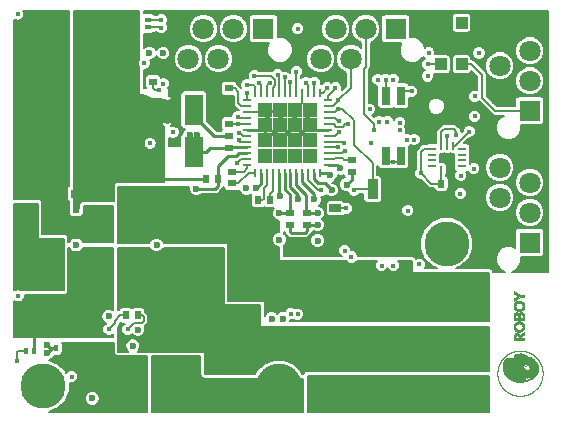
<source format=gtl>
G04 #@! TF.GenerationSoftware,KiCad,Pcbnew,(2018-01-21 revision 6b9866de8)-makepkg*
G04 #@! TF.CreationDate,2018-06-15T05:11:16+02:00*
G04 #@! TF.ProjectId,Roboy_motorboard,526F626F795F6D6F746F72626F617264,rev?*
G04 #@! TF.SameCoordinates,Original*
G04 #@! TF.FileFunction,Copper,L1,Top,Mixed*
G04 #@! TF.FilePolarity,Positive*
%FSLAX46Y46*%
G04 Gerber Fmt 4.6, Leading zero omitted, Abs format (unit mm)*
G04 Created by KiCad (PCBNEW (2018-01-21 revision 6b9866de8)-makepkg) date 06/15/18 05:11:16*
%MOMM*%
%LPD*%
G01*
G04 APERTURE LIST*
%ADD10C,0.010000*%
%ADD11C,0.001000*%
%ADD12C,0.077506*%
%ADD13C,0.007078*%
%ADD14C,0.100000*%
%ADD15C,0.014156*%
%ADD16C,0.500000*%
%ADD17R,0.400000X2.000000*%
%ADD18C,3.800000*%
%ADD19R,0.700000X0.600000*%
%ADD20R,1.000000X1.000000*%
%ADD21R,0.600000X0.800000*%
%ADD22R,1.500000X2.200000*%
%ADD23R,0.900000X1.700000*%
%ADD24R,0.250000X0.700000*%
%ADD25R,0.700000X0.250000*%
%ADD26R,1.287500X1.287500*%
%ADD27C,1.800000*%
%ADD28R,1.800000X1.800000*%
%ADD29R,1.250000X1.000000*%
%ADD30R,3.500000X2.000000*%
%ADD31R,6.000000X2.000000*%
%ADD32R,2.000000X3.500000*%
%ADD33R,2.000000X6.000000*%
%ADD34R,0.700000X1.300000*%
%ADD35R,0.760000X1.600000*%
%ADD36R,3.500000X1.600000*%
%ADD37R,1.600000X2.600000*%
%ADD38R,0.350000X0.600000*%
%ADD39R,0.600000X0.700000*%
%ADD40R,0.250000X0.675000*%
%ADD41R,0.675000X0.250000*%
%ADD42R,1.000000X0.670000*%
%ADD43R,0.600000X0.450000*%
%ADD44C,0.600000*%
%ADD45C,0.450000*%
%ADD46C,0.254000*%
%ADD47C,0.152400*%
G04 APERTURE END LIST*
D10*
G36*
X137687437Y-107519536D02*
X137688815Y-107496275D01*
X137691500Y-107475263D01*
X137694046Y-107461374D01*
X137711768Y-107397617D01*
X137738078Y-107338477D01*
X137772525Y-107284795D01*
X137813551Y-107238480D01*
X137861609Y-107198879D01*
X137915013Y-107167050D01*
X137972600Y-107142989D01*
X138033207Y-107126692D01*
X138095670Y-107118155D01*
X138158826Y-107117372D01*
X138221511Y-107124339D01*
X138282562Y-107139051D01*
X138340815Y-107161505D01*
X138395106Y-107191694D01*
X138444273Y-107229615D01*
X138456357Y-107241020D01*
X138499210Y-107290156D01*
X138533308Y-107344418D01*
X138558521Y-107403562D01*
X138573523Y-107460842D01*
X138576900Y-107485818D01*
X138579082Y-107517283D01*
X138580076Y-107552366D01*
X138579885Y-107588200D01*
X138578515Y-107621915D01*
X138575970Y-107650644D01*
X138573174Y-107667740D01*
X138554532Y-107731684D01*
X138528156Y-107789301D01*
X138493729Y-107841210D01*
X138469739Y-107869168D01*
X138421872Y-107913686D01*
X138369956Y-107949281D01*
X138313532Y-107976139D01*
X138252142Y-107994449D01*
X138185327Y-108004397D01*
X138134324Y-108006460D01*
X138134324Y-107834864D01*
X138171399Y-107833827D01*
X138205373Y-107830801D01*
X138231435Y-107826173D01*
X138282627Y-107808977D01*
X138327780Y-107784296D01*
X138366260Y-107752719D01*
X138397433Y-107714833D01*
X138420663Y-107671228D01*
X138430856Y-107641369D01*
X138434985Y-107618828D01*
X138437351Y-107589946D01*
X138437966Y-107558118D01*
X138436839Y-107526741D01*
X138433981Y-107499213D01*
X138430375Y-107481973D01*
X138411635Y-107435038D01*
X138384953Y-107393519D01*
X138351183Y-107358423D01*
X138311182Y-107330758D01*
X138295029Y-107322632D01*
X138266918Y-107310675D01*
X138241407Y-107302162D01*
X138215686Y-107296565D01*
X138186944Y-107293358D01*
X138152371Y-107292013D01*
X138131140Y-107291874D01*
X138100068Y-107292162D01*
X138076427Y-107293170D01*
X138057496Y-107295192D01*
X138040555Y-107298526D01*
X138022883Y-107303468D01*
X138021920Y-107303766D01*
X137970186Y-107323994D01*
X137926624Y-107350120D01*
X137890937Y-107382432D01*
X137862827Y-107421215D01*
X137841997Y-107466757D01*
X137837066Y-107481973D01*
X137832419Y-107505348D01*
X137829752Y-107535159D01*
X137829083Y-107567874D01*
X137830430Y-107599960D01*
X137833812Y-107627884D01*
X137836260Y-107639135D01*
X137853860Y-107687025D01*
X137879466Y-107728694D01*
X137912991Y-107764058D01*
X137954344Y-107793035D01*
X138003438Y-107815542D01*
X138037160Y-107826062D01*
X138063938Y-107830980D01*
X138097415Y-107833914D01*
X138134324Y-107834864D01*
X138134324Y-108006460D01*
X138133680Y-108006487D01*
X138062883Y-108002479D01*
X137997884Y-107990309D01*
X137938147Y-107969755D01*
X137883133Y-107940599D01*
X137832305Y-107902620D01*
X137796829Y-107868448D01*
X137774577Y-107843206D01*
X137756930Y-107818903D01*
X137740902Y-107791201D01*
X137733083Y-107775777D01*
X137718190Y-107744194D01*
X137707135Y-107716905D01*
X137699281Y-107691186D01*
X137693991Y-107664310D01*
X137690628Y-107633552D01*
X137688554Y-107596187D01*
X137688088Y-107583294D01*
X137687237Y-107547668D01*
X137687437Y-107519536D01*
X137687437Y-107519536D01*
G37*
X137687437Y-107519536D02*
X137688815Y-107496275D01*
X137691500Y-107475263D01*
X137694046Y-107461374D01*
X137711768Y-107397617D01*
X137738078Y-107338477D01*
X137772525Y-107284795D01*
X137813551Y-107238480D01*
X137861609Y-107198879D01*
X137915013Y-107167050D01*
X137972600Y-107142989D01*
X138033207Y-107126692D01*
X138095670Y-107118155D01*
X138158826Y-107117372D01*
X138221511Y-107124339D01*
X138282562Y-107139051D01*
X138340815Y-107161505D01*
X138395106Y-107191694D01*
X138444273Y-107229615D01*
X138456357Y-107241020D01*
X138499210Y-107290156D01*
X138533308Y-107344418D01*
X138558521Y-107403562D01*
X138573523Y-107460842D01*
X138576900Y-107485818D01*
X138579082Y-107517283D01*
X138580076Y-107552366D01*
X138579885Y-107588200D01*
X138578515Y-107621915D01*
X138575970Y-107650644D01*
X138573174Y-107667740D01*
X138554532Y-107731684D01*
X138528156Y-107789301D01*
X138493729Y-107841210D01*
X138469739Y-107869168D01*
X138421872Y-107913686D01*
X138369956Y-107949281D01*
X138313532Y-107976139D01*
X138252142Y-107994449D01*
X138185327Y-108004397D01*
X138134324Y-108006460D01*
X138134324Y-107834864D01*
X138171399Y-107833827D01*
X138205373Y-107830801D01*
X138231435Y-107826173D01*
X138282627Y-107808977D01*
X138327780Y-107784296D01*
X138366260Y-107752719D01*
X138397433Y-107714833D01*
X138420663Y-107671228D01*
X138430856Y-107641369D01*
X138434985Y-107618828D01*
X138437351Y-107589946D01*
X138437966Y-107558118D01*
X138436839Y-107526741D01*
X138433981Y-107499213D01*
X138430375Y-107481973D01*
X138411635Y-107435038D01*
X138384953Y-107393519D01*
X138351183Y-107358423D01*
X138311182Y-107330758D01*
X138295029Y-107322632D01*
X138266918Y-107310675D01*
X138241407Y-107302162D01*
X138215686Y-107296565D01*
X138186944Y-107293358D01*
X138152371Y-107292013D01*
X138131140Y-107291874D01*
X138100068Y-107292162D01*
X138076427Y-107293170D01*
X138057496Y-107295192D01*
X138040555Y-107298526D01*
X138022883Y-107303468D01*
X138021920Y-107303766D01*
X137970186Y-107323994D01*
X137926624Y-107350120D01*
X137890937Y-107382432D01*
X137862827Y-107421215D01*
X137841997Y-107466757D01*
X137837066Y-107481973D01*
X137832419Y-107505348D01*
X137829752Y-107535159D01*
X137829083Y-107567874D01*
X137830430Y-107599960D01*
X137833812Y-107627884D01*
X137836260Y-107639135D01*
X137853860Y-107687025D01*
X137879466Y-107728694D01*
X137912991Y-107764058D01*
X137954344Y-107793035D01*
X138003438Y-107815542D01*
X138037160Y-107826062D01*
X138063938Y-107830980D01*
X138097415Y-107833914D01*
X138134324Y-107834864D01*
X138134324Y-108006460D01*
X138133680Y-108006487D01*
X138062883Y-108002479D01*
X137997884Y-107990309D01*
X137938147Y-107969755D01*
X137883133Y-107940599D01*
X137832305Y-107902620D01*
X137796829Y-107868448D01*
X137774577Y-107843206D01*
X137756930Y-107818903D01*
X137740902Y-107791201D01*
X137733083Y-107775777D01*
X137718190Y-107744194D01*
X137707135Y-107716905D01*
X137699281Y-107691186D01*
X137693991Y-107664310D01*
X137690628Y-107633552D01*
X137688554Y-107596187D01*
X137688088Y-107583294D01*
X137687237Y-107547668D01*
X137687437Y-107519536D01*
G36*
X137687437Y-105766936D02*
X137688815Y-105743675D01*
X137691500Y-105722663D01*
X137694046Y-105708774D01*
X137711768Y-105645017D01*
X137738078Y-105585877D01*
X137772525Y-105532195D01*
X137813551Y-105485880D01*
X137861609Y-105446279D01*
X137915013Y-105414450D01*
X137972600Y-105390389D01*
X138033207Y-105374092D01*
X138095670Y-105365555D01*
X138158826Y-105364772D01*
X138221511Y-105371739D01*
X138282562Y-105386451D01*
X138340815Y-105408905D01*
X138395106Y-105439094D01*
X138444273Y-105477015D01*
X138456357Y-105488420D01*
X138499210Y-105537556D01*
X138533308Y-105591818D01*
X138558521Y-105650962D01*
X138573523Y-105708242D01*
X138576900Y-105733218D01*
X138579082Y-105764683D01*
X138580076Y-105799766D01*
X138579885Y-105835600D01*
X138578515Y-105869315D01*
X138575970Y-105898044D01*
X138573174Y-105915140D01*
X138554532Y-105979084D01*
X138528156Y-106036701D01*
X138493729Y-106088610D01*
X138469739Y-106116568D01*
X138421872Y-106161086D01*
X138369956Y-106196681D01*
X138313532Y-106223539D01*
X138252142Y-106241849D01*
X138185327Y-106251797D01*
X138134324Y-106253860D01*
X138134324Y-106082264D01*
X138171399Y-106081227D01*
X138205373Y-106078201D01*
X138231435Y-106073573D01*
X138282627Y-106056377D01*
X138327780Y-106031696D01*
X138366260Y-106000119D01*
X138397433Y-105962233D01*
X138420663Y-105918628D01*
X138430856Y-105888769D01*
X138434985Y-105866228D01*
X138437351Y-105837346D01*
X138437966Y-105805518D01*
X138436839Y-105774141D01*
X138433981Y-105746613D01*
X138430375Y-105729373D01*
X138411635Y-105682438D01*
X138384953Y-105640919D01*
X138351183Y-105605823D01*
X138311182Y-105578158D01*
X138295029Y-105570032D01*
X138266918Y-105558075D01*
X138241407Y-105549562D01*
X138215686Y-105543965D01*
X138186944Y-105540758D01*
X138152371Y-105539413D01*
X138131140Y-105539274D01*
X138100068Y-105539562D01*
X138076427Y-105540570D01*
X138057496Y-105542592D01*
X138040555Y-105545926D01*
X138022883Y-105550868D01*
X138021920Y-105551166D01*
X137970186Y-105571394D01*
X137926624Y-105597520D01*
X137890937Y-105629832D01*
X137862827Y-105668615D01*
X137841997Y-105714157D01*
X137837066Y-105729373D01*
X137832419Y-105752748D01*
X137829752Y-105782559D01*
X137829083Y-105815274D01*
X137830430Y-105847360D01*
X137833812Y-105875284D01*
X137836260Y-105886535D01*
X137853860Y-105934425D01*
X137879466Y-105976094D01*
X137912991Y-106011458D01*
X137954344Y-106040435D01*
X138003438Y-106062942D01*
X138037160Y-106073462D01*
X138063938Y-106078380D01*
X138097415Y-106081314D01*
X138134324Y-106082264D01*
X138134324Y-106253860D01*
X138133680Y-106253887D01*
X138062883Y-106249879D01*
X137997884Y-106237709D01*
X137938147Y-106217155D01*
X137883133Y-106187999D01*
X137832305Y-106150020D01*
X137796829Y-106115848D01*
X137774577Y-106090606D01*
X137756930Y-106066303D01*
X137740902Y-106038601D01*
X137733083Y-106023177D01*
X137718190Y-105991594D01*
X137707135Y-105964305D01*
X137699281Y-105938586D01*
X137693991Y-105911710D01*
X137690628Y-105880952D01*
X137688554Y-105843587D01*
X137688088Y-105830694D01*
X137687237Y-105795068D01*
X137687437Y-105766936D01*
X137687437Y-105766936D01*
G37*
X137687437Y-105766936D02*
X137688815Y-105743675D01*
X137691500Y-105722663D01*
X137694046Y-105708774D01*
X137711768Y-105645017D01*
X137738078Y-105585877D01*
X137772525Y-105532195D01*
X137813551Y-105485880D01*
X137861609Y-105446279D01*
X137915013Y-105414450D01*
X137972600Y-105390389D01*
X138033207Y-105374092D01*
X138095670Y-105365555D01*
X138158826Y-105364772D01*
X138221511Y-105371739D01*
X138282562Y-105386451D01*
X138340815Y-105408905D01*
X138395106Y-105439094D01*
X138444273Y-105477015D01*
X138456357Y-105488420D01*
X138499210Y-105537556D01*
X138533308Y-105591818D01*
X138558521Y-105650962D01*
X138573523Y-105708242D01*
X138576900Y-105733218D01*
X138579082Y-105764683D01*
X138580076Y-105799766D01*
X138579885Y-105835600D01*
X138578515Y-105869315D01*
X138575970Y-105898044D01*
X138573174Y-105915140D01*
X138554532Y-105979084D01*
X138528156Y-106036701D01*
X138493729Y-106088610D01*
X138469739Y-106116568D01*
X138421872Y-106161086D01*
X138369956Y-106196681D01*
X138313532Y-106223539D01*
X138252142Y-106241849D01*
X138185327Y-106251797D01*
X138134324Y-106253860D01*
X138134324Y-106082264D01*
X138171399Y-106081227D01*
X138205373Y-106078201D01*
X138231435Y-106073573D01*
X138282627Y-106056377D01*
X138327780Y-106031696D01*
X138366260Y-106000119D01*
X138397433Y-105962233D01*
X138420663Y-105918628D01*
X138430856Y-105888769D01*
X138434985Y-105866228D01*
X138437351Y-105837346D01*
X138437966Y-105805518D01*
X138436839Y-105774141D01*
X138433981Y-105746613D01*
X138430375Y-105729373D01*
X138411635Y-105682438D01*
X138384953Y-105640919D01*
X138351183Y-105605823D01*
X138311182Y-105578158D01*
X138295029Y-105570032D01*
X138266918Y-105558075D01*
X138241407Y-105549562D01*
X138215686Y-105543965D01*
X138186944Y-105540758D01*
X138152371Y-105539413D01*
X138131140Y-105539274D01*
X138100068Y-105539562D01*
X138076427Y-105540570D01*
X138057496Y-105542592D01*
X138040555Y-105545926D01*
X138022883Y-105550868D01*
X138021920Y-105551166D01*
X137970186Y-105571394D01*
X137926624Y-105597520D01*
X137890937Y-105629832D01*
X137862827Y-105668615D01*
X137841997Y-105714157D01*
X137837066Y-105729373D01*
X137832419Y-105752748D01*
X137829752Y-105782559D01*
X137829083Y-105815274D01*
X137830430Y-105847360D01*
X137833812Y-105875284D01*
X137836260Y-105886535D01*
X137853860Y-105934425D01*
X137879466Y-105976094D01*
X137912991Y-106011458D01*
X137954344Y-106040435D01*
X138003438Y-106062942D01*
X138037160Y-106073462D01*
X138063938Y-106078380D01*
X138097415Y-106081314D01*
X138134324Y-106082264D01*
X138134324Y-106253860D01*
X138133680Y-106253887D01*
X138062883Y-106249879D01*
X137997884Y-106237709D01*
X137938147Y-106217155D01*
X137883133Y-106187999D01*
X137832305Y-106150020D01*
X137796829Y-106115848D01*
X137774577Y-106090606D01*
X137756930Y-106066303D01*
X137740902Y-106038601D01*
X137733083Y-106023177D01*
X137718190Y-105991594D01*
X137707135Y-105964305D01*
X137699281Y-105938586D01*
X137693991Y-105911710D01*
X137690628Y-105880952D01*
X137688554Y-105843587D01*
X137688088Y-105830694D01*
X137687237Y-105795068D01*
X137687437Y-105766936D01*
G36*
X137698143Y-108524990D02*
X137698761Y-108472225D01*
X137699460Y-108428404D01*
X137700395Y-108392313D01*
X137701722Y-108362737D01*
X137703600Y-108338461D01*
X137706183Y-108318270D01*
X137709629Y-108300950D01*
X137714094Y-108285284D01*
X137719734Y-108270059D01*
X137726706Y-108254059D01*
X137735166Y-108236070D01*
X137735425Y-108235529D01*
X137760127Y-108194843D01*
X137791624Y-108161611D01*
X137829487Y-108136142D01*
X137873284Y-108118749D01*
X137906949Y-108111588D01*
X137959377Y-108108667D01*
X138009388Y-108115153D01*
X138056057Y-108130540D01*
X138098456Y-108154324D01*
X138135659Y-108185999D01*
X138166742Y-108225059D01*
X138188279Y-108265103D01*
X138200686Y-108293506D01*
X138221793Y-108271916D01*
X138229094Y-108265776D01*
X138243337Y-108254955D01*
X138263439Y-108240208D01*
X138288320Y-108222285D01*
X138316897Y-108201942D01*
X138348087Y-108179930D01*
X138380810Y-108157002D01*
X138413984Y-108133911D01*
X138446525Y-108111411D01*
X138477353Y-108090254D01*
X138505386Y-108071193D01*
X138529541Y-108054982D01*
X138548736Y-108042372D01*
X138561890Y-108034117D01*
X138567921Y-108030970D01*
X138568030Y-108030960D01*
X138569446Y-108035711D01*
X138570376Y-108048675D01*
X138570858Y-108067918D01*
X138570927Y-108091505D01*
X138570620Y-108117503D01*
X138569974Y-108143979D01*
X138569024Y-108168997D01*
X138567807Y-108190625D01*
X138566360Y-108206928D01*
X138564718Y-108215972D01*
X138564542Y-108216410D01*
X138558404Y-108223314D01*
X138543986Y-108235200D01*
X138521228Y-108252109D01*
X138490072Y-108274081D01*
X138450458Y-108301158D01*
X138402328Y-108333381D01*
X138345623Y-108370789D01*
X138284733Y-108410534D01*
X138267343Y-108422680D01*
X138252648Y-108434457D01*
X138243402Y-108443631D01*
X138242521Y-108444845D01*
X138237915Y-108457080D01*
X138234156Y-108477484D01*
X138231686Y-108502970D01*
X138228696Y-108549120D01*
X138570560Y-108549120D01*
X138570560Y-108716760D01*
X138114445Y-108716760D01*
X138114445Y-108549120D01*
X138112242Y-108471650D01*
X138111121Y-108439758D01*
X138109648Y-108415796D01*
X138107534Y-108397534D01*
X138104491Y-108382743D01*
X138100229Y-108369191D01*
X138098336Y-108364174D01*
X138080383Y-108330333D01*
X138056091Y-108304404D01*
X138025636Y-108286500D01*
X137989191Y-108276735D01*
X137960965Y-108274800D01*
X137924409Y-108279380D01*
X137892518Y-108292606D01*
X137866250Y-108313707D01*
X137846566Y-108341912D01*
X137834424Y-108376449D01*
X137834407Y-108376528D01*
X137832146Y-108391141D01*
X137829813Y-108413185D01*
X137827648Y-108439937D01*
X137825896Y-108468672D01*
X137825559Y-108475671D01*
X137822222Y-108549120D01*
X138114445Y-108549120D01*
X138114445Y-108716760D01*
X137696045Y-108716760D01*
X137698143Y-108524990D01*
X137698143Y-108524990D01*
G37*
X137698143Y-108524990D02*
X137698761Y-108472225D01*
X137699460Y-108428404D01*
X137700395Y-108392313D01*
X137701722Y-108362737D01*
X137703600Y-108338461D01*
X137706183Y-108318270D01*
X137709629Y-108300950D01*
X137714094Y-108285284D01*
X137719734Y-108270059D01*
X137726706Y-108254059D01*
X137735166Y-108236070D01*
X137735425Y-108235529D01*
X137760127Y-108194843D01*
X137791624Y-108161611D01*
X137829487Y-108136142D01*
X137873284Y-108118749D01*
X137906949Y-108111588D01*
X137959377Y-108108667D01*
X138009388Y-108115153D01*
X138056057Y-108130540D01*
X138098456Y-108154324D01*
X138135659Y-108185999D01*
X138166742Y-108225059D01*
X138188279Y-108265103D01*
X138200686Y-108293506D01*
X138221793Y-108271916D01*
X138229094Y-108265776D01*
X138243337Y-108254955D01*
X138263439Y-108240208D01*
X138288320Y-108222285D01*
X138316897Y-108201942D01*
X138348087Y-108179930D01*
X138380810Y-108157002D01*
X138413984Y-108133911D01*
X138446525Y-108111411D01*
X138477353Y-108090254D01*
X138505386Y-108071193D01*
X138529541Y-108054982D01*
X138548736Y-108042372D01*
X138561890Y-108034117D01*
X138567921Y-108030970D01*
X138568030Y-108030960D01*
X138569446Y-108035711D01*
X138570376Y-108048675D01*
X138570858Y-108067918D01*
X138570927Y-108091505D01*
X138570620Y-108117503D01*
X138569974Y-108143979D01*
X138569024Y-108168997D01*
X138567807Y-108190625D01*
X138566360Y-108206928D01*
X138564718Y-108215972D01*
X138564542Y-108216410D01*
X138558404Y-108223314D01*
X138543986Y-108235200D01*
X138521228Y-108252109D01*
X138490072Y-108274081D01*
X138450458Y-108301158D01*
X138402328Y-108333381D01*
X138345623Y-108370789D01*
X138284733Y-108410534D01*
X138267343Y-108422680D01*
X138252648Y-108434457D01*
X138243402Y-108443631D01*
X138242521Y-108444845D01*
X138237915Y-108457080D01*
X138234156Y-108477484D01*
X138231686Y-108502970D01*
X138228696Y-108549120D01*
X138570560Y-108549120D01*
X138570560Y-108716760D01*
X138114445Y-108716760D01*
X138114445Y-108549120D01*
X138112242Y-108471650D01*
X138111121Y-108439758D01*
X138109648Y-108415796D01*
X138107534Y-108397534D01*
X138104491Y-108382743D01*
X138100229Y-108369191D01*
X138098336Y-108364174D01*
X138080383Y-108330333D01*
X138056091Y-108304404D01*
X138025636Y-108286500D01*
X137989191Y-108276735D01*
X137960965Y-108274800D01*
X137924409Y-108279380D01*
X137892518Y-108292606D01*
X137866250Y-108313707D01*
X137846566Y-108341912D01*
X137834424Y-108376449D01*
X137834407Y-108376528D01*
X137832146Y-108391141D01*
X137829813Y-108413185D01*
X137827648Y-108439937D01*
X137825896Y-108468672D01*
X137825559Y-108475671D01*
X137822222Y-108549120D01*
X138114445Y-108549120D01*
X138114445Y-108716760D01*
X137696045Y-108716760D01*
X137698143Y-108524990D01*
G36*
X137698039Y-106785090D02*
X137698519Y-106733169D01*
X137698995Y-106690318D01*
X137699525Y-106655446D01*
X137700168Y-106627465D01*
X137700983Y-106605284D01*
X137702029Y-106587813D01*
X137703364Y-106573963D01*
X137705048Y-106562643D01*
X137707139Y-106552763D01*
X137709696Y-106543234D01*
X137711411Y-106537457D01*
X137729941Y-106488998D01*
X137753722Y-106448336D01*
X137782405Y-106415925D01*
X137815645Y-106392224D01*
X137825291Y-106387407D01*
X137862931Y-106374619D01*
X137903799Y-106368386D01*
X137945135Y-106368685D01*
X137984178Y-106375495D01*
X138018168Y-106388794D01*
X138018417Y-106388929D01*
X138044959Y-106407652D01*
X138070560Y-106433407D01*
X138092532Y-106463222D01*
X138103377Y-106482912D01*
X138110934Y-106498426D01*
X138115451Y-106505778D01*
X138118143Y-106506033D01*
X138120223Y-106500254D01*
X138120750Y-106498152D01*
X138130219Y-106470804D01*
X138144828Y-106441527D01*
X138162414Y-106414030D01*
X138180819Y-106392025D01*
X138184663Y-106388381D01*
X138211269Y-106368091D01*
X138239466Y-106354568D01*
X138271755Y-106346959D01*
X138310636Y-106344411D01*
X138313757Y-106344400D01*
X138365496Y-106348518D01*
X138411573Y-106360945D01*
X138452142Y-106381797D01*
X138487353Y-106411189D01*
X138517360Y-106449233D01*
X138542312Y-106496045D01*
X138553840Y-106525299D01*
X138568007Y-106565380D01*
X138571161Y-106994640D01*
X138189560Y-106994640D01*
X138189560Y-106827000D01*
X138445078Y-106827000D01*
X138442172Y-106724130D01*
X138440850Y-106684892D01*
X138439277Y-106654257D01*
X138437312Y-106630669D01*
X138434808Y-106612573D01*
X138431625Y-106598412D01*
X138430132Y-106593510D01*
X138416657Y-106565357D01*
X138400529Y-106544459D01*
X138375824Y-106525225D01*
X138347062Y-106513250D01*
X138316273Y-106508445D01*
X138285491Y-106510723D01*
X138256748Y-106519998D01*
X138232075Y-106536181D01*
X138217803Y-106552307D01*
X138208584Y-106567865D01*
X138201488Y-106585513D01*
X138196282Y-106606717D01*
X138192732Y-106632944D01*
X138190603Y-106665661D01*
X138189660Y-106706335D01*
X138189560Y-106729008D01*
X138189560Y-106827000D01*
X138189560Y-106994640D01*
X138074318Y-106994640D01*
X138074318Y-106827000D01*
X138071156Y-106736830D01*
X138069380Y-106698511D01*
X138066993Y-106665860D01*
X138064128Y-106640320D01*
X138060918Y-106623335D01*
X138060546Y-106622037D01*
X138046693Y-106588192D01*
X138027946Y-106563092D01*
X138003700Y-106546270D01*
X137973347Y-106537260D01*
X137947850Y-106535350D01*
X137924510Y-106536218D01*
X137906495Y-106539728D01*
X137889106Y-106546851D01*
X137886890Y-106547968D01*
X137869397Y-106559448D01*
X137855196Y-106574843D01*
X137844018Y-106595102D01*
X137835595Y-106621171D01*
X137829658Y-106653997D01*
X137825938Y-106694528D01*
X137824166Y-106743711D01*
X137823931Y-106769850D01*
X137823800Y-106827000D01*
X138074318Y-106827000D01*
X138074318Y-106994640D01*
X137696186Y-106994640D01*
X137698039Y-106785090D01*
X137698039Y-106785090D01*
G37*
X137698039Y-106785090D02*
X137698519Y-106733169D01*
X137698995Y-106690318D01*
X137699525Y-106655446D01*
X137700168Y-106627465D01*
X137700983Y-106605284D01*
X137702029Y-106587813D01*
X137703364Y-106573963D01*
X137705048Y-106562643D01*
X137707139Y-106552763D01*
X137709696Y-106543234D01*
X137711411Y-106537457D01*
X137729941Y-106488998D01*
X137753722Y-106448336D01*
X137782405Y-106415925D01*
X137815645Y-106392224D01*
X137825291Y-106387407D01*
X137862931Y-106374619D01*
X137903799Y-106368386D01*
X137945135Y-106368685D01*
X137984178Y-106375495D01*
X138018168Y-106388794D01*
X138018417Y-106388929D01*
X138044959Y-106407652D01*
X138070560Y-106433407D01*
X138092532Y-106463222D01*
X138103377Y-106482912D01*
X138110934Y-106498426D01*
X138115451Y-106505778D01*
X138118143Y-106506033D01*
X138120223Y-106500254D01*
X138120750Y-106498152D01*
X138130219Y-106470804D01*
X138144828Y-106441527D01*
X138162414Y-106414030D01*
X138180819Y-106392025D01*
X138184663Y-106388381D01*
X138211269Y-106368091D01*
X138239466Y-106354568D01*
X138271755Y-106346959D01*
X138310636Y-106344411D01*
X138313757Y-106344400D01*
X138365496Y-106348518D01*
X138411573Y-106360945D01*
X138452142Y-106381797D01*
X138487353Y-106411189D01*
X138517360Y-106449233D01*
X138542312Y-106496045D01*
X138553840Y-106525299D01*
X138568007Y-106565380D01*
X138571161Y-106994640D01*
X138189560Y-106994640D01*
X138189560Y-106827000D01*
X138445078Y-106827000D01*
X138442172Y-106724130D01*
X138440850Y-106684892D01*
X138439277Y-106654257D01*
X138437312Y-106630669D01*
X138434808Y-106612573D01*
X138431625Y-106598412D01*
X138430132Y-106593510D01*
X138416657Y-106565357D01*
X138400529Y-106544459D01*
X138375824Y-106525225D01*
X138347062Y-106513250D01*
X138316273Y-106508445D01*
X138285491Y-106510723D01*
X138256748Y-106519998D01*
X138232075Y-106536181D01*
X138217803Y-106552307D01*
X138208584Y-106567865D01*
X138201488Y-106585513D01*
X138196282Y-106606717D01*
X138192732Y-106632944D01*
X138190603Y-106665661D01*
X138189660Y-106706335D01*
X138189560Y-106729008D01*
X138189560Y-106827000D01*
X138189560Y-106994640D01*
X138074318Y-106994640D01*
X138074318Y-106827000D01*
X138071156Y-106736830D01*
X138069380Y-106698511D01*
X138066993Y-106665860D01*
X138064128Y-106640320D01*
X138060918Y-106623335D01*
X138060546Y-106622037D01*
X138046693Y-106588192D01*
X138027946Y-106563092D01*
X138003700Y-106546270D01*
X137973347Y-106537260D01*
X137947850Y-106535350D01*
X137924510Y-106536218D01*
X137906495Y-106539728D01*
X137889106Y-106546851D01*
X137886890Y-106547968D01*
X137869397Y-106559448D01*
X137855196Y-106574843D01*
X137844018Y-106595102D01*
X137835595Y-106621171D01*
X137829658Y-106653997D01*
X137825938Y-106694528D01*
X137824166Y-106743711D01*
X137823931Y-106769850D01*
X137823800Y-106827000D01*
X138074318Y-106827000D01*
X138074318Y-106994640D01*
X137696186Y-106994640D01*
X137698039Y-106785090D01*
G36*
X137711012Y-105199845D02*
X137718427Y-105194602D01*
X137733627Y-105185292D01*
X137755404Y-105172573D01*
X137782549Y-105157104D01*
X137813853Y-105139546D01*
X137848110Y-105120556D01*
X137884109Y-105100796D01*
X137920644Y-105080922D01*
X137956505Y-105061596D01*
X137990484Y-105043476D01*
X138021372Y-105027221D01*
X138047963Y-105013492D01*
X138069046Y-105002946D01*
X138083414Y-104996243D01*
X138086538Y-104994963D01*
X138099472Y-104989380D01*
X138107257Y-104984777D01*
X138108280Y-104983401D01*
X138103987Y-104979899D01*
X138092721Y-104973821D01*
X138076899Y-104966468D01*
X138076530Y-104966306D01*
X138059493Y-104958391D01*
X138036303Y-104946899D01*
X138008133Y-104932469D01*
X137976158Y-104915745D01*
X137941551Y-104897368D01*
X137905487Y-104877979D01*
X137869140Y-104858220D01*
X137833685Y-104838731D01*
X137800295Y-104820156D01*
X137770145Y-104803135D01*
X137744409Y-104788309D01*
X137724261Y-104776321D01*
X137710876Y-104767812D01*
X137705561Y-104763632D01*
X137702206Y-104758079D01*
X137699852Y-104750736D01*
X137698371Y-104739968D01*
X137697633Y-104724138D01*
X137697511Y-104701610D01*
X137697876Y-104670747D01*
X137697941Y-104666690D01*
X137699340Y-104581786D01*
X137970689Y-104741733D01*
X138242039Y-104901680D01*
X138570560Y-104901680D01*
X138570560Y-105069320D01*
X138235098Y-105069320D01*
X137968742Y-105226800D01*
X137921289Y-105254830D01*
X137876451Y-105281264D01*
X137834988Y-105305658D01*
X137797659Y-105327567D01*
X137765226Y-105346546D01*
X137738447Y-105362150D01*
X137718083Y-105373936D01*
X137704894Y-105381458D01*
X137699640Y-105384271D01*
X137699593Y-105384280D01*
X137698672Y-105379477D01*
X137697878Y-105366173D01*
X137697267Y-105346025D01*
X137696893Y-105320694D01*
X137696800Y-105298871D01*
X137696800Y-105213461D01*
X137711012Y-105199845D01*
X137711012Y-105199845D01*
G37*
X137711012Y-105199845D02*
X137718427Y-105194602D01*
X137733627Y-105185292D01*
X137755404Y-105172573D01*
X137782549Y-105157104D01*
X137813853Y-105139546D01*
X137848110Y-105120556D01*
X137884109Y-105100796D01*
X137920644Y-105080922D01*
X137956505Y-105061596D01*
X137990484Y-105043476D01*
X138021372Y-105027221D01*
X138047963Y-105013492D01*
X138069046Y-105002946D01*
X138083414Y-104996243D01*
X138086538Y-104994963D01*
X138099472Y-104989380D01*
X138107257Y-104984777D01*
X138108280Y-104983401D01*
X138103987Y-104979899D01*
X138092721Y-104973821D01*
X138076899Y-104966468D01*
X138076530Y-104966306D01*
X138059493Y-104958391D01*
X138036303Y-104946899D01*
X138008133Y-104932469D01*
X137976158Y-104915745D01*
X137941551Y-104897368D01*
X137905487Y-104877979D01*
X137869140Y-104858220D01*
X137833685Y-104838731D01*
X137800295Y-104820156D01*
X137770145Y-104803135D01*
X137744409Y-104788309D01*
X137724261Y-104776321D01*
X137710876Y-104767812D01*
X137705561Y-104763632D01*
X137702206Y-104758079D01*
X137699852Y-104750736D01*
X137698371Y-104739968D01*
X137697633Y-104724138D01*
X137697511Y-104701610D01*
X137697876Y-104670747D01*
X137697941Y-104666690D01*
X137699340Y-104581786D01*
X137970689Y-104741733D01*
X138242039Y-104901680D01*
X138570560Y-104901680D01*
X138570560Y-105069320D01*
X138235098Y-105069320D01*
X137968742Y-105226800D01*
X137921289Y-105254830D01*
X137876451Y-105281264D01*
X137834988Y-105305658D01*
X137797659Y-105327567D01*
X137765226Y-105346546D01*
X137738447Y-105362150D01*
X137718083Y-105373936D01*
X137704894Y-105381458D01*
X137699640Y-105384271D01*
X137699593Y-105384280D01*
X137698672Y-105379477D01*
X137697878Y-105366173D01*
X137697267Y-105346025D01*
X137696893Y-105320694D01*
X137696800Y-105298871D01*
X137696800Y-105213461D01*
X137711012Y-105199845D01*
D11*
G36*
X108240000Y-88350000D02*
X108460000Y-88350000D01*
X108460000Y-90350000D01*
X108240000Y-90350000D01*
X108240000Y-88350000D01*
G37*
X108240000Y-88350000D02*
X108460000Y-88350000D01*
X108460000Y-90350000D01*
X108240000Y-90350000D01*
X108240000Y-88350000D01*
D12*
X140133645Y-111642644D02*
X140133631Y-111642644D01*
X140134663Y-111624405D02*
X140133645Y-111642644D01*
X140135370Y-111601507D02*
X140134663Y-111624405D01*
X140135780Y-111574877D02*
X140135370Y-111601507D01*
X140135908Y-111545445D02*
X140135780Y-111574877D01*
X140135769Y-111514140D02*
X140135908Y-111545445D01*
X140135378Y-111481890D02*
X140135769Y-111514140D01*
X140134748Y-111449625D02*
X140135378Y-111481890D01*
X140133894Y-111418275D02*
X140134748Y-111449625D01*
X140132832Y-111388766D02*
X140133894Y-111418275D01*
X140131575Y-111362030D02*
X140132832Y-111388766D01*
X140130139Y-111338994D02*
X140131575Y-111362030D01*
X140128537Y-111320589D02*
X140130139Y-111338994D01*
X140125407Y-111292833D02*
X140128537Y-111320589D01*
X140121915Y-111265206D02*
X140125407Y-111292833D01*
X140118061Y-111237707D02*
X140121915Y-111265206D01*
X140113847Y-111210338D02*
X140118061Y-111237707D01*
X140109273Y-111183102D02*
X140113847Y-111210338D01*
X140104339Y-111156000D02*
X140109273Y-111183102D01*
X140099046Y-111129034D02*
X140104339Y-111156000D01*
X140093396Y-111102205D02*
X140099046Y-111129034D01*
X140087389Y-111075515D02*
X140093396Y-111102205D01*
X140081025Y-111048965D02*
X140087389Y-111075515D01*
X140074305Y-111022558D02*
X140081025Y-111048965D01*
X140067230Y-110996295D02*
X140074305Y-111022558D01*
X140059801Y-110970178D02*
X140067230Y-110996295D01*
X140052018Y-110944208D02*
X140059801Y-110970178D01*
X140043882Y-110918387D02*
X140052018Y-110944208D01*
X140035393Y-110892716D02*
X140043882Y-110918387D01*
X140026553Y-110867198D02*
X140035393Y-110892716D01*
X140017362Y-110841834D02*
X140026553Y-110867198D01*
X140007821Y-110816625D02*
X140017362Y-110841834D01*
X139997930Y-110791574D02*
X140007821Y-110816625D01*
X139987691Y-110766682D02*
X139997930Y-110791574D01*
X139977103Y-110741951D02*
X139987691Y-110766682D01*
X139966168Y-110717382D02*
X139977103Y-110741951D01*
X139954886Y-110692977D02*
X139966168Y-110717382D01*
X139943258Y-110668738D02*
X139954886Y-110692977D01*
X139931285Y-110644666D02*
X139943258Y-110668738D01*
X139918968Y-110620763D02*
X139931285Y-110644666D01*
X139906306Y-110597031D02*
X139918968Y-110620763D01*
X139893301Y-110573471D02*
X139906306Y-110597031D01*
X139879954Y-110550086D02*
X139893301Y-110573471D01*
X139866264Y-110526876D02*
X139879954Y-110550086D01*
X139852234Y-110503843D02*
X139866264Y-110526876D01*
X139837863Y-110480990D02*
X139852234Y-110503843D01*
X139823153Y-110458317D02*
X139837863Y-110480990D01*
X139808103Y-110435827D02*
X139823153Y-110458317D01*
X139792715Y-110413520D02*
X139808103Y-110435827D01*
X139776990Y-110391400D02*
X139792715Y-110413520D01*
X139760927Y-110369467D02*
X139776990Y-110391400D01*
X139744529Y-110347723D02*
X139760927Y-110369467D01*
X139727794Y-110326170D02*
X139744529Y-110347723D01*
X139710726Y-110304809D02*
X139727794Y-110326170D01*
X139693322Y-110283642D02*
X139710726Y-110304809D01*
X139675585Y-110262687D02*
X139693322Y-110283642D01*
X139657537Y-110241991D02*
X139675585Y-110262687D01*
X139639186Y-110221558D02*
X139657537Y-110241991D01*
X139620536Y-110201391D02*
X139639186Y-110221558D01*
X139601592Y-110181494D02*
X139620536Y-110201391D01*
X139582360Y-110161869D02*
X139601592Y-110181494D01*
X139562844Y-110142521D02*
X139582360Y-110161869D01*
X139543051Y-110123453D02*
X139562844Y-110142521D01*
X139522984Y-110104669D02*
X139543051Y-110123453D01*
X139502650Y-110086171D02*
X139522984Y-110104669D01*
X139482054Y-110067964D02*
X139502650Y-110086171D01*
X139461200Y-110050051D02*
X139482054Y-110067964D01*
X139440095Y-110032436D02*
X139461200Y-110050051D01*
X139418742Y-110015121D02*
X139440095Y-110032436D01*
X139397148Y-109998111D02*
X139418742Y-110015121D01*
X139375318Y-109981408D02*
X139397148Y-109998111D01*
X139353256Y-109965017D02*
X139375318Y-109981408D01*
X139330969Y-109948941D02*
X139353256Y-109965017D01*
X139308461Y-109933184D02*
X139330969Y-109948941D01*
X139285737Y-109917748D02*
X139308461Y-109933184D01*
X139262803Y-109902637D02*
X139285737Y-109917748D01*
X139239664Y-109887855D02*
X139262803Y-109902637D01*
X139216325Y-109873406D02*
X139239664Y-109887855D01*
X139192791Y-109859292D02*
X139216325Y-109873406D01*
X139169068Y-109845518D02*
X139192791Y-109859292D01*
X139145161Y-109832086D02*
X139169068Y-109845518D01*
X139121074Y-109819001D02*
X139145161Y-109832086D01*
X139096814Y-109806265D02*
X139121074Y-109819001D01*
X139072385Y-109793883D02*
X139096814Y-109806265D01*
X139047793Y-109781857D02*
X139072385Y-109793883D01*
X139023042Y-109770191D02*
X139047793Y-109781857D01*
X138998138Y-109758889D02*
X139023042Y-109770191D01*
X138973087Y-109747954D02*
X138998138Y-109758889D01*
X138947893Y-109737390D02*
X138973087Y-109747954D01*
X138922562Y-109727200D02*
X138947893Y-109737390D01*
X138897098Y-109717388D02*
X138922562Y-109727200D01*
X138871508Y-109707956D02*
X138897098Y-109717388D01*
X138845796Y-109698910D02*
X138871508Y-109707956D01*
X138819967Y-109690251D02*
X138845796Y-109698910D01*
X138794027Y-109681984D02*
X138819967Y-109690251D01*
X138767636Y-109673976D02*
X138794027Y-109681984D01*
X138741393Y-109666386D02*
X138767636Y-109673976D01*
X138715272Y-109659210D02*
X138741393Y-109666386D01*
X138689245Y-109652445D02*
X138715272Y-109659210D01*
X138663285Y-109646085D02*
X138689245Y-109652445D01*
X138637365Y-109640126D02*
X138663285Y-109646085D01*
X138611457Y-109634564D02*
X138637365Y-109640126D01*
X138585535Y-109629394D02*
X138611457Y-109634564D01*
X138559570Y-109624612D02*
X138585535Y-109629394D01*
X138533537Y-109620213D02*
X138559570Y-109624612D01*
X138507407Y-109616194D02*
X138533537Y-109620213D01*
X138481153Y-109612550D02*
X138507407Y-109616194D01*
X138454749Y-109609276D02*
X138481153Y-109612550D01*
X138428167Y-109606368D02*
X138454749Y-109609276D01*
X138401379Y-109603822D02*
X138428167Y-109606368D01*
X138374359Y-109601633D02*
X138401379Y-109603822D01*
X138347079Y-109599797D02*
X138374359Y-109601633D01*
X138319513Y-109598310D02*
X138347079Y-109599797D01*
X138291632Y-109597167D02*
X138319513Y-109598310D01*
X138263410Y-109596363D02*
X138291632Y-109597167D01*
X138235754Y-109595937D02*
X138263410Y-109596363D01*
X138208151Y-109595899D02*
X138235754Y-109595937D01*
X138180604Y-109596247D02*
X138208151Y-109595899D01*
X138153116Y-109596980D02*
X138180604Y-109596247D01*
X138125689Y-109598097D02*
X138153116Y-109596980D01*
X138098327Y-109599598D02*
X138125689Y-109598097D01*
X138071034Y-109601481D02*
X138098327Y-109599598D01*
X138043811Y-109603745D02*
X138071034Y-109601481D01*
X138016663Y-109606390D02*
X138043811Y-109603745D01*
X137989592Y-109609413D02*
X138016663Y-109606390D01*
X137962602Y-109612815D02*
X137989592Y-109609413D01*
X137935696Y-109616595D02*
X137962602Y-109612815D01*
X137908876Y-109620750D02*
X137935696Y-109616595D01*
X137882146Y-109625281D02*
X137908876Y-109620750D01*
X137855510Y-109630186D02*
X137882146Y-109625281D01*
X137828969Y-109635465D02*
X137855510Y-109630186D01*
X137802527Y-109641116D02*
X137828969Y-109635465D01*
X137776188Y-109647138D02*
X137802527Y-109641116D01*
X137749955Y-109653530D02*
X137776188Y-109647138D01*
X137723830Y-109660292D02*
X137749955Y-109653530D01*
X137697816Y-109667422D02*
X137723830Y-109660292D01*
X137671918Y-109674919D02*
X137697816Y-109667422D01*
X137646137Y-109682782D02*
X137671918Y-109674919D01*
X137620478Y-109691011D02*
X137646137Y-109682782D01*
X137594942Y-109699604D02*
X137620478Y-109691011D01*
X137569534Y-109708561D02*
X137594942Y-109699604D01*
X137544257Y-109717879D02*
X137569534Y-109708561D01*
X137519112Y-109727559D02*
X137544257Y-109717879D01*
X137494105Y-109737599D02*
X137519112Y-109727559D01*
X137469237Y-109747999D02*
X137494105Y-109737599D01*
X137444512Y-109758757D02*
X137469237Y-109747999D01*
X137419933Y-109769872D02*
X137444512Y-109758757D01*
X137395503Y-109781344D02*
X137419933Y-109769872D01*
X137371225Y-109793170D02*
X137395503Y-109781344D01*
X137347103Y-109805351D02*
X137371225Y-109793170D01*
X137323139Y-109817886D02*
X137347103Y-109805351D01*
X137299336Y-109830773D02*
X137323139Y-109817886D01*
X137275699Y-109844011D02*
X137299336Y-109830773D01*
X137252229Y-109857599D02*
X137275699Y-109844011D01*
X137228930Y-109871537D02*
X137252229Y-109857599D01*
X137205804Y-109885823D02*
X137228930Y-109871537D01*
X137182856Y-109900456D02*
X137205804Y-109885823D01*
X137160089Y-109915435D02*
X137182856Y-109900456D01*
X137137504Y-109930760D02*
X137160089Y-109915435D01*
X137115106Y-109946430D02*
X137137504Y-109930760D01*
X137092898Y-109962442D02*
X137115106Y-109946430D01*
X137070883Y-109978797D02*
X137092898Y-109962442D01*
X137048702Y-109995768D02*
X137070883Y-109978797D01*
X137026808Y-110013017D02*
X137048702Y-109995768D01*
X137005203Y-110030541D02*
X137026808Y-110013017D01*
X136983888Y-110048337D02*
X137005203Y-110030541D01*
X136962866Y-110066402D02*
X136983888Y-110048337D01*
X136942137Y-110084733D02*
X136962866Y-110066402D01*
X136921704Y-110103326D02*
X136942137Y-110084733D01*
X136901569Y-110122179D02*
X136921704Y-110103326D01*
X136881733Y-110141287D02*
X136901569Y-110122179D01*
X136862198Y-110160649D02*
X136881733Y-110141287D01*
X136842966Y-110180260D02*
X136862198Y-110160649D01*
X136824039Y-110200118D02*
X136842966Y-110180260D01*
X136805419Y-110220220D02*
X136824039Y-110200118D01*
X136787107Y-110240562D02*
X136805419Y-110220220D01*
X136769106Y-110261140D02*
X136787107Y-110240562D01*
X136751416Y-110281953D02*
X136769106Y-110261140D01*
X136734041Y-110302997D02*
X136751416Y-110281953D01*
X136716981Y-110324268D02*
X136734041Y-110302997D01*
X136700238Y-110345764D02*
X136716981Y-110324268D01*
X136683815Y-110367481D02*
X136700238Y-110345764D01*
X136667714Y-110389416D02*
X136683815Y-110367481D01*
X136651935Y-110411565D02*
X136667714Y-110389416D01*
X136636480Y-110433927D02*
X136651935Y-110411565D01*
X136621353Y-110456497D02*
X136636480Y-110433927D01*
X136606554Y-110479273D02*
X136621353Y-110456497D01*
X136592084Y-110502251D02*
X136606554Y-110479273D01*
X136577947Y-110525428D02*
X136592084Y-110502251D01*
X136564144Y-110548801D02*
X136577947Y-110525428D01*
X136550677Y-110572367D02*
X136564144Y-110548801D01*
X136537546Y-110596122D02*
X136550677Y-110572367D01*
X136524755Y-110620063D02*
X136537546Y-110596122D01*
X136512306Y-110644188D02*
X136524755Y-110620063D01*
X136500199Y-110668493D02*
X136512306Y-110644188D01*
X136488436Y-110692975D02*
X136500199Y-110668493D01*
X136477021Y-110717630D02*
X136488436Y-110692975D01*
X136465953Y-110742456D02*
X136477021Y-110717630D01*
X136455236Y-110767450D02*
X136465953Y-110742456D01*
X136444870Y-110792607D02*
X136455236Y-110767450D01*
X136434858Y-110817926D02*
X136444870Y-110792607D01*
X136425202Y-110843403D02*
X136434858Y-110817926D01*
X136415904Y-110869034D02*
X136425202Y-110843403D01*
X136406964Y-110894817D02*
X136415904Y-110869034D01*
X136398385Y-110920748D02*
X136406964Y-110894817D01*
X136390169Y-110946824D02*
X136398385Y-110920748D01*
X136382318Y-110973042D02*
X136390169Y-110946824D01*
X136374833Y-110999399D02*
X136382318Y-110973042D01*
X136367717Y-111025892D02*
X136374833Y-110999399D01*
X136360970Y-111052517D02*
X136367717Y-111025892D01*
X136354596Y-111079272D02*
X136360970Y-111052517D01*
X136348595Y-111106153D02*
X136354596Y-111079272D01*
X136342969Y-111133157D02*
X136348595Y-111106153D01*
X136337721Y-111160280D02*
X136342969Y-111133157D01*
X136332852Y-111187520D02*
X136337721Y-111160280D01*
X136328364Y-111214874D02*
X136332852Y-111187520D01*
X136324258Y-111242338D02*
X136328364Y-111214874D01*
X136320537Y-111269909D02*
X136324258Y-111242338D01*
X136317202Y-111297585D02*
X136320537Y-111269909D01*
X136314318Y-111324849D02*
X136317202Y-111297585D01*
X136311837Y-111352140D02*
X136314318Y-111324849D01*
X136309757Y-111379453D02*
X136311837Y-111352140D01*
X136308078Y-111406782D02*
X136309757Y-111379453D01*
X136306798Y-111434123D02*
X136308078Y-111406782D01*
X136305916Y-111461470D02*
X136306798Y-111434123D01*
X136305429Y-111488818D02*
X136305916Y-111461470D01*
X136305337Y-111516162D02*
X136305429Y-111488818D01*
X136305638Y-111543496D02*
X136305337Y-111516162D01*
X136306331Y-111570816D02*
X136305638Y-111543496D01*
X136307415Y-111598116D02*
X136306331Y-111570816D01*
X136308887Y-111625390D02*
X136307415Y-111598116D01*
X136310746Y-111652635D02*
X136308887Y-111625390D01*
X136312992Y-111679844D02*
X136310746Y-111652635D01*
X136315621Y-111707013D02*
X136312992Y-111679844D01*
X136318634Y-111734136D02*
X136315621Y-111707013D01*
X136322029Y-111761208D02*
X136318634Y-111734136D01*
X136325803Y-111788224D02*
X136322029Y-111761208D01*
X136329957Y-111815178D02*
X136325803Y-111788224D01*
X136334487Y-111842066D02*
X136329957Y-111815178D01*
X136339393Y-111868883D02*
X136334487Y-111842066D01*
X136344674Y-111895622D02*
X136339393Y-111868883D01*
X136350328Y-111922279D02*
X136344674Y-111895622D01*
X136356353Y-111948849D02*
X136350328Y-111922279D01*
X136362748Y-111975326D02*
X136356353Y-111948849D01*
X136369511Y-112001706D02*
X136362748Y-111975326D01*
X136376642Y-112027983D02*
X136369511Y-112001706D01*
X136384138Y-112054152D02*
X136376642Y-112027983D01*
X136391998Y-112080207D02*
X136384138Y-112054152D01*
X136400222Y-112106144D02*
X136391998Y-112080207D01*
X136408806Y-112131957D02*
X136400222Y-112106144D01*
X136417750Y-112157642D02*
X136408806Y-112131957D01*
X136427053Y-112183192D02*
X136417750Y-112157642D01*
X136436713Y-112208603D02*
X136427053Y-112183192D01*
X136446728Y-112233870D02*
X136436713Y-112208603D01*
X136457098Y-112258987D02*
X136446728Y-112233870D01*
X136467819Y-112283950D02*
X136457098Y-112258987D01*
X136478893Y-112308752D02*
X136467819Y-112283950D01*
X136490315Y-112333389D02*
X136478893Y-112308752D01*
X136502086Y-112357856D02*
X136490315Y-112333389D01*
X136514204Y-112382147D02*
X136502086Y-112357856D01*
X136526668Y-112406257D02*
X136514204Y-112382147D01*
X136539475Y-112430181D02*
X136526668Y-112406257D01*
X136552625Y-112453915D02*
X136539475Y-112430181D01*
X136566115Y-112477452D02*
X136552625Y-112453915D01*
X136579946Y-112500787D02*
X136566115Y-112477452D01*
X136594114Y-112523915D02*
X136579946Y-112500787D01*
X136608619Y-112546832D02*
X136594114Y-112523915D01*
X136623459Y-112569531D02*
X136608619Y-112546832D01*
X136638634Y-112592009D02*
X136623459Y-112569531D01*
X136654140Y-112614258D02*
X136638634Y-112592009D01*
X136669977Y-112636275D02*
X136654140Y-112614258D01*
X136686144Y-112658054D02*
X136669977Y-112636275D01*
X136702639Y-112679590D02*
X136686144Y-112658054D01*
X136719957Y-112701539D02*
X136702639Y-112679590D01*
X136737537Y-112723201D02*
X136719957Y-112701539D01*
X136755378Y-112744574D02*
X136737537Y-112723201D01*
X136773477Y-112765657D02*
X136755378Y-112744574D01*
X136791834Y-112786450D02*
X136773477Y-112765657D01*
X136810448Y-112806950D02*
X136791834Y-112786450D01*
X136829317Y-112827158D02*
X136810448Y-112806950D01*
X136848440Y-112847071D02*
X136829317Y-112827158D01*
X136867815Y-112866689D02*
X136848440Y-112847071D01*
X136887442Y-112886011D02*
X136867815Y-112866689D01*
X136907319Y-112905035D02*
X136887442Y-112886011D01*
X136927445Y-112923760D02*
X136907319Y-112905035D01*
X136947818Y-112942185D02*
X136927445Y-112923760D01*
X136968438Y-112960310D02*
X136947818Y-112942185D01*
X136989302Y-112978132D02*
X136968438Y-112960310D01*
X137010411Y-112995651D02*
X136989302Y-112978132D01*
X137031761Y-113012866D02*
X137010411Y-112995651D01*
X137053353Y-113029776D02*
X137031761Y-113012866D01*
X137075184Y-113046379D02*
X137053353Y-113029776D01*
X137097254Y-113062674D02*
X137075184Y-113046379D01*
X137119561Y-113078660D02*
X137097254Y-113062674D01*
X137142105Y-113094336D02*
X137119561Y-113078660D01*
X137164882Y-113109702D02*
X137142105Y-113094336D01*
X137187894Y-113124755D02*
X137164882Y-113109702D01*
X137211137Y-113139494D02*
X137187894Y-113124755D01*
X137234611Y-113153920D02*
X137211137Y-113139494D01*
X137258315Y-113168029D02*
X137234611Y-113153920D01*
X137282030Y-113181686D02*
X137258315Y-113168029D01*
X137305915Y-113194974D02*
X137282030Y-113181686D01*
X137329965Y-113207894D02*
X137305915Y-113194974D01*
X137354176Y-113220445D02*
X137329965Y-113207894D01*
X137378542Y-113232627D02*
X137354176Y-113220445D01*
X137403060Y-113244441D02*
X137378542Y-113232627D01*
X137427725Y-113255886D02*
X137403060Y-113244441D01*
X137452532Y-113266962D02*
X137427725Y-113255886D01*
X137477476Y-113277669D02*
X137452532Y-113266962D01*
X137502553Y-113288006D02*
X137477476Y-113277669D01*
X137527758Y-113297974D02*
X137502553Y-113288006D01*
X137553087Y-113307572D02*
X137527758Y-113297974D01*
X137578535Y-113316800D02*
X137553087Y-113307572D01*
X137604097Y-113325658D02*
X137578535Y-113316800D01*
X137629769Y-113334146D02*
X137604097Y-113325658D01*
X137655546Y-113342264D02*
X137629769Y-113334146D01*
X137681424Y-113350011D02*
X137655546Y-113342264D01*
X137707397Y-113357388D02*
X137681424Y-113350011D01*
X137733462Y-113364394D02*
X137707397Y-113357388D01*
X137759614Y-113371029D02*
X137733462Y-113364394D01*
X137785847Y-113377293D02*
X137759614Y-113371029D01*
X137812158Y-113383187D02*
X137785847Y-113377293D01*
X137838542Y-113388708D02*
X137812158Y-113383187D01*
X137864994Y-113393858D02*
X137838542Y-113388708D01*
X137891509Y-113398637D02*
X137864994Y-113393858D01*
X137918084Y-113403044D02*
X137891509Y-113398637D01*
X137944712Y-113407079D02*
X137918084Y-113403044D01*
X137971391Y-113410742D02*
X137944712Y-113407079D01*
X137998115Y-113414032D02*
X137971391Y-113410742D01*
X138024879Y-113416951D02*
X137998115Y-113414032D01*
X138051679Y-113419496D02*
X138024879Y-113416951D01*
X138078510Y-113421669D02*
X138051679Y-113419496D01*
X138105368Y-113423470D02*
X138078510Y-113421669D01*
X138132248Y-113424897D02*
X138105368Y-113423470D01*
X138159145Y-113425951D02*
X138132248Y-113424897D01*
X138186055Y-113426632D02*
X138159145Y-113425951D01*
X138212973Y-113426940D02*
X138186055Y-113426632D01*
X138239895Y-113426874D02*
X138212973Y-113426940D01*
X138266815Y-113426434D02*
X138239895Y-113426874D01*
X138293730Y-113425621D02*
X138266815Y-113426434D01*
X138320635Y-113424433D02*
X138293730Y-113425621D01*
X138347525Y-113422871D02*
X138320635Y-113424433D01*
X138374395Y-113420935D02*
X138347525Y-113422871D01*
X138401241Y-113418625D02*
X138374395Y-113420935D01*
X138428058Y-113415940D02*
X138401241Y-113418625D01*
X138454842Y-113412880D02*
X138428058Y-113415940D01*
X138481588Y-113409445D02*
X138454842Y-113412880D01*
X138508291Y-113405636D02*
X138481588Y-113409445D01*
X138534947Y-113401451D02*
X138508291Y-113405636D01*
X138561551Y-113396890D02*
X138534947Y-113401451D01*
X138588098Y-113391955D02*
X138561551Y-113396890D01*
X138614585Y-113386643D02*
X138588098Y-113391955D01*
X138641005Y-113380956D02*
X138614585Y-113386643D01*
X138667356Y-113374893D02*
X138641005Y-113380956D01*
X138693631Y-113368453D02*
X138667356Y-113374893D01*
X138719827Y-113361638D02*
X138693631Y-113368453D01*
X138745938Y-113354446D02*
X138719827Y-113361638D01*
X138771961Y-113346878D02*
X138745938Y-113354446D01*
X138797890Y-113338933D02*
X138771961Y-113346878D01*
X138823722Y-113330611D02*
X138797890Y-113338933D01*
X138849450Y-113321912D02*
X138823722Y-113330611D01*
X138875072Y-113312836D02*
X138849450Y-113321912D01*
X138900581Y-113303382D02*
X138875072Y-113312836D01*
X138925974Y-113293552D02*
X138900581Y-113303382D01*
X138951246Y-113283343D02*
X138925974Y-113293552D01*
X138976392Y-113272757D02*
X138951246Y-113283343D01*
X139001407Y-113261793D02*
X138976392Y-113272757D01*
X139026288Y-113250451D02*
X139001407Y-113261793D01*
X139051029Y-113238731D02*
X139026288Y-113250451D01*
X139075625Y-113226633D02*
X139051029Y-113238731D01*
X139101432Y-113213491D02*
X139075625Y-113226633D01*
X139126815Y-113200136D02*
X139101432Y-113213491D01*
X139151795Y-113186556D02*
X139126815Y-113200136D01*
X139176387Y-113172736D02*
X139151795Y-113186556D01*
X139200611Y-113158663D02*
X139176387Y-113172736D01*
X139224484Y-113144326D02*
X139200611Y-113158663D01*
X139248025Y-113129709D02*
X139224484Y-113144326D01*
X139271251Y-113114801D02*
X139248025Y-113129709D01*
X139294180Y-113099588D02*
X139271251Y-113114801D01*
X139316830Y-113084056D02*
X139294180Y-113099588D01*
X139339220Y-113068193D02*
X139316830Y-113084056D01*
X139361366Y-113051986D02*
X139339220Y-113068193D01*
X139383288Y-113035421D02*
X139361366Y-113051986D01*
X139405003Y-113018486D02*
X139383288Y-113035421D01*
X139426530Y-113001166D02*
X139405003Y-113018486D01*
X139447885Y-112983449D02*
X139426530Y-113001166D01*
X139469088Y-112965322D02*
X139447885Y-112983449D01*
X139490155Y-112946772D02*
X139469088Y-112965322D01*
X139511106Y-112927785D02*
X139490155Y-112946772D01*
X139531958Y-112908348D02*
X139511106Y-112927785D01*
X139552728Y-112888448D02*
X139531958Y-112908348D01*
X139573436Y-112868073D02*
X139552728Y-112888448D01*
X139594099Y-112847208D02*
X139573436Y-112868073D01*
X139613410Y-112827177D02*
X139594099Y-112847208D01*
X139632392Y-112806921D02*
X139613410Y-112827177D01*
X139651043Y-112786441D02*
X139632392Y-112806921D01*
X139669362Y-112765741D02*
X139651043Y-112786441D01*
X139687348Y-112744823D02*
X139669362Y-112765741D01*
X139705000Y-112723688D02*
X139687348Y-112744823D01*
X139722317Y-112702339D02*
X139705000Y-112723688D01*
X139739298Y-112680779D02*
X139722317Y-112702339D01*
X139755942Y-112659009D02*
X139739298Y-112680779D01*
X139772248Y-112637032D02*
X139755942Y-112659009D01*
X139788215Y-112614851D02*
X139772248Y-112637032D01*
X139803842Y-112592466D02*
X139788215Y-112614851D01*
X139819128Y-112569882D02*
X139803842Y-112592466D01*
X139834071Y-112547099D02*
X139819128Y-112569882D01*
X139848672Y-112524120D02*
X139834071Y-112547099D01*
X139862928Y-112500949D02*
X139848672Y-112524120D01*
X139876839Y-112477586D02*
X139862928Y-112500949D01*
X139890404Y-112454034D02*
X139876839Y-112477586D01*
X139903622Y-112430295D02*
X139890404Y-112454034D01*
X139916491Y-112406372D02*
X139903622Y-112430295D01*
X139929011Y-112382267D02*
X139916491Y-112406372D01*
X139941181Y-112357982D02*
X139929011Y-112382267D01*
X139953000Y-112333520D02*
X139941181Y-112357982D01*
X139964466Y-112308882D02*
X139953000Y-112333520D01*
X139975579Y-112284071D02*
X139964466Y-112308882D01*
X139986337Y-112259090D02*
X139975579Y-112284071D01*
X139996741Y-112233940D02*
X139986337Y-112259090D01*
X140006787Y-112208625D02*
X139996741Y-112233940D01*
X140016477Y-112183145D02*
X140006787Y-112208625D01*
X140025807Y-112157503D02*
X140016477Y-112183145D01*
X140034779Y-112131703D02*
X140025807Y-112157503D01*
X140043390Y-112105745D02*
X140034779Y-112131703D01*
X140051639Y-112079633D02*
X140043390Y-112105745D01*
X140059526Y-112053368D02*
X140051639Y-112079633D01*
X140067049Y-112026953D02*
X140059526Y-112053368D01*
X140074208Y-112000390D02*
X140067049Y-112026953D01*
X140081001Y-111973681D02*
X140074208Y-112000390D01*
X140087428Y-111946829D02*
X140081001Y-111973681D01*
X140093486Y-111919835D02*
X140087428Y-111946829D01*
X140099177Y-111892703D02*
X140093486Y-111919835D01*
X140104497Y-111865435D02*
X140099177Y-111892703D01*
X140109447Y-111838032D02*
X140104497Y-111865435D01*
X140114025Y-111810497D02*
X140109447Y-111838032D01*
X140118231Y-111782833D02*
X140114025Y-111810497D01*
X140122063Y-111755041D02*
X140118231Y-111782833D01*
X140125519Y-111727123D02*
X140122063Y-111755041D01*
X140128601Y-111699083D02*
X140125519Y-111727123D01*
X140131305Y-111670923D02*
X140128601Y-111699083D01*
X140133631Y-111642644D02*
X140131305Y-111670923D01*
D13*
G36*
X138789212Y-110120845D02*
X138779043Y-110146250D01*
X138767889Y-110167458D01*
X138755131Y-110185074D01*
X138740152Y-110199700D01*
X138722334Y-110211939D01*
X138701060Y-110222396D01*
X138675711Y-110231674D01*
X138656433Y-110237330D01*
X138636031Y-110242207D01*
X138614237Y-110246329D01*
X138590783Y-110249720D01*
X138565401Y-110252403D01*
X138537822Y-110254402D01*
X138507779Y-110255740D01*
X138475005Y-110256441D01*
X138439229Y-110256530D01*
X138400186Y-110256029D01*
X138367130Y-110255219D01*
X138335434Y-110254101D01*
X138305045Y-110252668D01*
X138275912Y-110250916D01*
X138247983Y-110248837D01*
X138221207Y-110246427D01*
X138195530Y-110243680D01*
X138170903Y-110240589D01*
X138147272Y-110237150D01*
X138124587Y-110233356D01*
X138102795Y-110229201D01*
X138081844Y-110224680D01*
X138061683Y-110219786D01*
X138023811Y-110209728D01*
X137987606Y-110199424D01*
X137953134Y-110188904D01*
X137920466Y-110178200D01*
X137889668Y-110167342D01*
X137860809Y-110156360D01*
X137833958Y-110145287D01*
X137809182Y-110134151D01*
X137786551Y-110122984D01*
X137766131Y-110111817D01*
X137747991Y-110100680D01*
X137732201Y-110089604D01*
X137718827Y-110078620D01*
X137707938Y-110067758D01*
X137699603Y-110057049D01*
X137690000Y-110037898D01*
X137688314Y-110008834D01*
X137688816Y-109989405D01*
X137690948Y-109973155D01*
X137695650Y-109959473D01*
X137703861Y-109947745D01*
X137716521Y-109937357D01*
X137734568Y-109927699D01*
X137758943Y-109918155D01*
X137790584Y-109908114D01*
X137830431Y-109896963D01*
X137879424Y-109884089D01*
X137906882Y-109877213D01*
X137933475Y-109871040D01*
X137959453Y-109865538D01*
X137985065Y-109860674D01*
X138010562Y-109856414D01*
X138036193Y-109852725D01*
X138062208Y-109849575D01*
X138088857Y-109846929D01*
X138116389Y-109844756D01*
X138145055Y-109843022D01*
X138175105Y-109841694D01*
X138206787Y-109840739D01*
X138246679Y-109839863D01*
X138273919Y-109839891D01*
X138294845Y-109841256D01*
X138315797Y-109844386D01*
X138343115Y-109849714D01*
X138374342Y-109856201D01*
X138405655Y-109863216D01*
X138436700Y-109870659D01*
X138467124Y-109878426D01*
X138496570Y-109886415D01*
X138524686Y-109894525D01*
X138551117Y-109902654D01*
X138575509Y-109910699D01*
X138597507Y-109918558D01*
X138616758Y-109926130D01*
X138632906Y-109933311D01*
X138645185Y-109939728D01*
X138659332Y-109948211D01*
X138676363Y-109959456D01*
X138697294Y-109974160D01*
X138723144Y-109993019D01*
X138754928Y-110016730D01*
X138774454Y-110034495D01*
X138787618Y-110053705D01*
X138794448Y-110074442D01*
X138794971Y-110096790D01*
X138789215Y-110120831D01*
X138789212Y-110120845D01*
X138789212Y-110120845D01*
G37*
X138789212Y-110120845D02*
X138779043Y-110146250D01*
X138767889Y-110167458D01*
X138755131Y-110185074D01*
X138740152Y-110199700D01*
X138722334Y-110211939D01*
X138701060Y-110222396D01*
X138675711Y-110231674D01*
X138656433Y-110237330D01*
X138636031Y-110242207D01*
X138614237Y-110246329D01*
X138590783Y-110249720D01*
X138565401Y-110252403D01*
X138537822Y-110254402D01*
X138507779Y-110255740D01*
X138475005Y-110256441D01*
X138439229Y-110256530D01*
X138400186Y-110256029D01*
X138367130Y-110255219D01*
X138335434Y-110254101D01*
X138305045Y-110252668D01*
X138275912Y-110250916D01*
X138247983Y-110248837D01*
X138221207Y-110246427D01*
X138195530Y-110243680D01*
X138170903Y-110240589D01*
X138147272Y-110237150D01*
X138124587Y-110233356D01*
X138102795Y-110229201D01*
X138081844Y-110224680D01*
X138061683Y-110219786D01*
X138023811Y-110209728D01*
X137987606Y-110199424D01*
X137953134Y-110188904D01*
X137920466Y-110178200D01*
X137889668Y-110167342D01*
X137860809Y-110156360D01*
X137833958Y-110145287D01*
X137809182Y-110134151D01*
X137786551Y-110122984D01*
X137766131Y-110111817D01*
X137747991Y-110100680D01*
X137732201Y-110089604D01*
X137718827Y-110078620D01*
X137707938Y-110067758D01*
X137699603Y-110057049D01*
X137690000Y-110037898D01*
X137688314Y-110008834D01*
X137688816Y-109989405D01*
X137690948Y-109973155D01*
X137695650Y-109959473D01*
X137703861Y-109947745D01*
X137716521Y-109937357D01*
X137734568Y-109927699D01*
X137758943Y-109918155D01*
X137790584Y-109908114D01*
X137830431Y-109896963D01*
X137879424Y-109884089D01*
X137906882Y-109877213D01*
X137933475Y-109871040D01*
X137959453Y-109865538D01*
X137985065Y-109860674D01*
X138010562Y-109856414D01*
X138036193Y-109852725D01*
X138062208Y-109849575D01*
X138088857Y-109846929D01*
X138116389Y-109844756D01*
X138145055Y-109843022D01*
X138175105Y-109841694D01*
X138206787Y-109840739D01*
X138246679Y-109839863D01*
X138273919Y-109839891D01*
X138294845Y-109841256D01*
X138315797Y-109844386D01*
X138343115Y-109849714D01*
X138374342Y-109856201D01*
X138405655Y-109863216D01*
X138436700Y-109870659D01*
X138467124Y-109878426D01*
X138496570Y-109886415D01*
X138524686Y-109894525D01*
X138551117Y-109902654D01*
X138575509Y-109910699D01*
X138597507Y-109918558D01*
X138616758Y-109926130D01*
X138632906Y-109933311D01*
X138645185Y-109939728D01*
X138659332Y-109948211D01*
X138676363Y-109959456D01*
X138697294Y-109974160D01*
X138723144Y-109993019D01*
X138754928Y-110016730D01*
X138774454Y-110034495D01*
X138787618Y-110053705D01*
X138794448Y-110074442D01*
X138794971Y-110096790D01*
X138789215Y-110120831D01*
X138789212Y-110120845D01*
D14*
G36*
X138772891Y-111913851D02*
X138867063Y-111857008D01*
X138873871Y-111842113D01*
X138890736Y-111825701D01*
X138915494Y-111810747D01*
X138945981Y-111800225D01*
X138972312Y-111800790D01*
X138982296Y-111812558D01*
X138970901Y-111831521D01*
X138955582Y-111844683D01*
X138935717Y-111856530D01*
X138914447Y-111865477D01*
X138894907Y-111869940D01*
X138873825Y-111868045D01*
X138866883Y-111858510D01*
X138867035Y-111858702D01*
X138867063Y-111857008D01*
X138772891Y-111913851D01*
X138776805Y-111935203D01*
X138789142Y-111949920D01*
X138810486Y-111958394D01*
X138841421Y-111961019D01*
X138866905Y-111958908D01*
X138893152Y-111953182D01*
X138919533Y-111944236D01*
X138945419Y-111932469D01*
X138970181Y-111918278D01*
X138993189Y-111902062D01*
X139013815Y-111884217D01*
X139031429Y-111865141D01*
X139045402Y-111845233D01*
X139055105Y-111824889D01*
X139059647Y-111802509D01*
X139056130Y-111783889D01*
X139044903Y-111769473D01*
X139026312Y-111759700D01*
X139000704Y-111755013D01*
X138976869Y-111755452D01*
X138951853Y-111759655D01*
X138926276Y-111767192D01*
X138900757Y-111777631D01*
X138875913Y-111790541D01*
X138852364Y-111805490D01*
X138830727Y-111822047D01*
X138811623Y-111839780D01*
X138795668Y-111858258D01*
X138783482Y-111877051D01*
X138775684Y-111895725D01*
X138772891Y-111913851D01*
X138772891Y-111913851D01*
G37*
G36*
X138591755Y-110850706D02*
X138592734Y-110864693D01*
X138675618Y-110854648D01*
X138678799Y-110836542D01*
X138688289Y-110820468D01*
X138704097Y-110808336D01*
X138725131Y-110802750D01*
X138745209Y-110805992D01*
X138762196Y-110816715D01*
X138773955Y-110833574D01*
X138778350Y-110855221D01*
X138776395Y-110870755D01*
X138770334Y-110883901D01*
X138751547Y-110901408D01*
X138728175Y-110907703D01*
X138703990Y-110901765D01*
X138688216Y-110889189D01*
X138678766Y-110872843D01*
X138675635Y-110854659D01*
X138675618Y-110854648D01*
X138592734Y-110864693D01*
X138595199Y-110879887D01*
X138602761Y-110905332D01*
X138614174Y-110927762D01*
X138629440Y-110947178D01*
X138648563Y-110963576D01*
X138671545Y-110976958D01*
X138688707Y-110984194D01*
X138704642Y-110987285D01*
X138728170Y-110987936D01*
X138751789Y-110987269D01*
X138767864Y-110984106D01*
X138785507Y-110976704D01*
X138807222Y-110964285D01*
X138825495Y-110949179D01*
X138840456Y-110931229D01*
X138852231Y-110910283D01*
X138860947Y-110886187D01*
X138864735Y-110864414D01*
X138864403Y-110841848D01*
X138860223Y-110819254D01*
X138852466Y-110797397D01*
X138841406Y-110777040D01*
X138827313Y-110758950D01*
X138810461Y-110743890D01*
X138789930Y-110731451D01*
X138768221Y-110723010D01*
X138745829Y-110718427D01*
X138723245Y-110717561D01*
X138700963Y-110720271D01*
X138679475Y-110726416D01*
X138659275Y-110735856D01*
X138640856Y-110748448D01*
X138624711Y-110764054D01*
X138611332Y-110782531D01*
X138601213Y-110803738D01*
X138594020Y-110828141D01*
X138591758Y-110850725D01*
X138591755Y-110850706D01*
X138591755Y-110850706D01*
G37*
D15*
G36*
X136753586Y-110930879D02*
X138487717Y-110887363D01*
X138489053Y-110861285D01*
X138493343Y-110835297D01*
X138500503Y-110809833D01*
X138510450Y-110785328D01*
X138523098Y-110762217D01*
X138538363Y-110740934D01*
X138556161Y-110721913D01*
X138576409Y-110705590D01*
X138599022Y-110692398D01*
X138623915Y-110682772D01*
X138648993Y-110676406D01*
X138674259Y-110673095D01*
X138699562Y-110672650D01*
X138724751Y-110674880D01*
X138749676Y-110679595D01*
X138774185Y-110686604D01*
X138798128Y-110695717D01*
X138821354Y-110706743D01*
X138843712Y-110719491D01*
X138865052Y-110733772D01*
X138885223Y-110749395D01*
X138904074Y-110766169D01*
X138923483Y-110784858D01*
X138941751Y-110804760D01*
X138958791Y-110825782D01*
X138974516Y-110847829D01*
X138988836Y-110870809D01*
X139001665Y-110894627D01*
X139012915Y-110919190D01*
X139022498Y-110944403D01*
X139030326Y-110970173D01*
X139036311Y-110996406D01*
X139040367Y-111023009D01*
X139042404Y-111049887D01*
X139042336Y-111076948D01*
X139040074Y-111104096D01*
X139036489Y-111127953D01*
X139029897Y-111151040D01*
X139020517Y-111173098D01*
X139008568Y-111193867D01*
X138994268Y-111213087D01*
X138977837Y-111230500D01*
X138959493Y-111245845D01*
X138939455Y-111258862D01*
X138917941Y-111269293D01*
X138895170Y-111276878D01*
X138871361Y-111281357D01*
X138845829Y-111283098D01*
X138820558Y-111282277D01*
X138795639Y-111279045D01*
X138771161Y-111273555D01*
X138747216Y-111265961D01*
X138723894Y-111256416D01*
X138701285Y-111245071D01*
X138679480Y-111232081D01*
X138658569Y-111217597D01*
X138638643Y-111201773D01*
X138619792Y-111184762D01*
X138602106Y-111166717D01*
X138585676Y-111147790D01*
X138569718Y-111127552D01*
X138554931Y-111106381D01*
X138541394Y-111084360D01*
X138529189Y-111061569D01*
X138518394Y-111038091D01*
X138509090Y-111014007D01*
X138501356Y-110989399D01*
X138495272Y-110964349D01*
X138490918Y-110938939D01*
X138488373Y-110913249D01*
X138487717Y-110887363D01*
X136753586Y-110930879D01*
X138619117Y-112022560D01*
X138623375Y-111997185D01*
X138630900Y-111972990D01*
X138641266Y-111949932D01*
X138654046Y-111927969D01*
X138668817Y-111907059D01*
X138685151Y-111887159D01*
X138702625Y-111868228D01*
X138720812Y-111850223D01*
X138739287Y-111833101D01*
X138760139Y-111816093D01*
X138781670Y-111799775D01*
X138803854Y-111784252D01*
X138826665Y-111769625D01*
X138850078Y-111755999D01*
X138874065Y-111743476D01*
X138898603Y-111732159D01*
X138923664Y-111722151D01*
X138949223Y-111713556D01*
X138975254Y-111706477D01*
X139001731Y-111701016D01*
X139024834Y-111698360D01*
X139048984Y-111698036D01*
X139072886Y-111700971D01*
X139095243Y-111708091D01*
X139114757Y-111720322D01*
X139130131Y-111738591D01*
X139137940Y-111760499D01*
X139139996Y-111782868D01*
X139137227Y-111805289D01*
X139130559Y-111827351D01*
X139120920Y-111848646D01*
X139109237Y-111868763D01*
X139096437Y-111887294D01*
X139080058Y-111908367D01*
X139062611Y-111928519D01*
X139044160Y-111947739D01*
X139024770Y-111966016D01*
X139004505Y-111983338D01*
X138983428Y-111999697D01*
X138961603Y-112015079D01*
X138939096Y-112029476D01*
X138915969Y-112042876D01*
X138892288Y-112055268D01*
X138868115Y-112066641D01*
X138843516Y-112076986D01*
X138818554Y-112086290D01*
X138793293Y-112094544D01*
X138769093Y-112100072D01*
X138743924Y-112103930D01*
X138718488Y-112105183D01*
X138693487Y-112102899D01*
X138669622Y-112096145D01*
X138647596Y-112083988D01*
X138632021Y-112066679D01*
X138622139Y-112045612D01*
X138619117Y-112022546D01*
X138619117Y-112022560D01*
X136753586Y-110930879D01*
X136753854Y-110958349D01*
X136754651Y-110985826D01*
X136755978Y-111013297D01*
X136757838Y-111040749D01*
X136760232Y-111068168D01*
X136763162Y-111095542D01*
X136766630Y-111122856D01*
X139671022Y-111357664D01*
X139653573Y-111352630D01*
X139642168Y-111339151D01*
X139643256Y-111320673D01*
X139648116Y-111297102D01*
X139652322Y-111273004D01*
X139655363Y-111248609D01*
X139656729Y-111224149D01*
X139655907Y-111199855D01*
X139652388Y-111175959D01*
X139645660Y-111152691D01*
X139635213Y-111130283D01*
X139624541Y-111105232D01*
X139617997Y-111079001D01*
X139618048Y-111078989D01*
X139625707Y-111063321D01*
X139641364Y-111056611D01*
X139658484Y-111059362D01*
X139670533Y-111072075D01*
X139682799Y-111094015D01*
X139693196Y-111116932D01*
X139701645Y-111140649D01*
X139708069Y-111164992D01*
X139712388Y-111189785D01*
X139714525Y-111214852D01*
X139714402Y-111240018D01*
X139711941Y-111265107D01*
X139708210Y-111287164D01*
X139703982Y-111309440D01*
X139697764Y-111330975D01*
X139688065Y-111350809D01*
X139671022Y-111357664D01*
X136766630Y-111122856D01*
X136770639Y-111150099D01*
X136775191Y-111177257D01*
X136780286Y-111204317D01*
X136785928Y-111231265D01*
X136792118Y-111258089D01*
X136798859Y-111284776D01*
X136806151Y-111311311D01*
X136813998Y-111337683D01*
X136822401Y-111363878D01*
X136831362Y-111389882D01*
X136840884Y-111415683D01*
X136850967Y-111441268D01*
X136861615Y-111466623D01*
X136872829Y-111491735D01*
X136884611Y-111516592D01*
X136896963Y-111541179D01*
X136909402Y-111564174D01*
X136922509Y-111586790D01*
X136936270Y-111609008D01*
X136950675Y-111630811D01*
X136965709Y-111652181D01*
X136981362Y-111673101D01*
X136997619Y-111693554D01*
X137014470Y-111713521D01*
X137031901Y-111732986D01*
X137049901Y-111751931D01*
X137068455Y-111770338D01*
X137087554Y-111788189D01*
X137107182Y-111805468D01*
X137127330Y-111822157D01*
X137147983Y-111838238D01*
X137169130Y-111855278D01*
X137190496Y-111872095D01*
X137212078Y-111888677D01*
X137233876Y-111905015D01*
X137255886Y-111921097D01*
X137278105Y-111936913D01*
X137300533Y-111952452D01*
X137323166Y-111967703D01*
X137346002Y-111982657D01*
X137369040Y-111997301D01*
X137392275Y-112011627D01*
X137415708Y-112025622D01*
X137439334Y-112039276D01*
X137463152Y-112052579D01*
X137487160Y-112065519D01*
X137511355Y-112078087D01*
X137535735Y-112090272D01*
X137560298Y-112102062D01*
X137585041Y-112113448D01*
X137609963Y-112124418D01*
X137635060Y-112134962D01*
X137660331Y-112145070D01*
X137685774Y-112154730D01*
X137711385Y-112163932D01*
X137737163Y-112172666D01*
X137763106Y-112180920D01*
X137789211Y-112188684D01*
X137815476Y-112195948D01*
X137841899Y-112202700D01*
X137868477Y-112208930D01*
X137895208Y-112214628D01*
X137922090Y-112219782D01*
X137949687Y-112224946D01*
X137977375Y-112229278D01*
X138005144Y-112232836D01*
X138032985Y-112235678D01*
X138060887Y-112237864D01*
X138088841Y-112239450D01*
X138116836Y-112240495D01*
X138144864Y-112241057D01*
X138172913Y-112241196D01*
X138200974Y-112240968D01*
X138229036Y-112240432D01*
X138257091Y-112239647D01*
X138285128Y-112238671D01*
X138313137Y-112237561D01*
X138341108Y-112236377D01*
X138368346Y-112233651D01*
X138395510Y-112230471D01*
X138422601Y-112226850D01*
X138449617Y-112222800D01*
X138476558Y-112218331D01*
X138503423Y-112213457D01*
X138530211Y-112208187D01*
X138556921Y-112202535D01*
X138583552Y-112196512D01*
X138610104Y-112190128D01*
X138636575Y-112183397D01*
X138662966Y-112176330D01*
X138689274Y-112168938D01*
X138715500Y-112161234D01*
X138741642Y-112153228D01*
X138767700Y-112144933D01*
X138793673Y-112136359D01*
X138819560Y-112127520D01*
X138845360Y-112118426D01*
X138871072Y-112109090D01*
X138896696Y-112099522D01*
X138922231Y-112089735D01*
X138947676Y-112079740D01*
X138973030Y-112069549D01*
X138998292Y-112059173D01*
X139023461Y-112048625D01*
X139048538Y-112037916D01*
X139073554Y-112026596D01*
X139098516Y-112015098D01*
X139123401Y-112003394D01*
X139148187Y-111991457D01*
X139172850Y-111979260D01*
X139197368Y-111966777D01*
X139221717Y-111953980D01*
X139245876Y-111940843D01*
X139269820Y-111927338D01*
X139293528Y-111913439D01*
X139316975Y-111899118D01*
X139340140Y-111884349D01*
X139363000Y-111869105D01*
X139385531Y-111853359D01*
X139406905Y-111835763D01*
X139427842Y-111817648D01*
X139448338Y-111799034D01*
X139468389Y-111779941D01*
X139487991Y-111760389D01*
X139507141Y-111740396D01*
X139525836Y-111719984D01*
X139544071Y-111699171D01*
X139561842Y-111677977D01*
X139579147Y-111656422D01*
X139595981Y-111634526D01*
X139612342Y-111612308D01*
X139627371Y-111589870D01*
X139641649Y-111566984D01*
X139655177Y-111543675D01*
X139667958Y-111519966D01*
X139679997Y-111495880D01*
X139691295Y-111471441D01*
X139701855Y-111446671D01*
X139711680Y-111421595D01*
X139720774Y-111396237D01*
X139729139Y-111370618D01*
X139736778Y-111344763D01*
X139743694Y-111318696D01*
X139749889Y-111292439D01*
X139755368Y-111266016D01*
X139760132Y-111239451D01*
X139764185Y-111212766D01*
X139767530Y-111185986D01*
X139770168Y-111159134D01*
X139772105Y-111132233D01*
X139774758Y-111104593D01*
X139776781Y-111076764D01*
X139777797Y-111048857D01*
X139777428Y-111020986D01*
X139775295Y-110993261D01*
X139771022Y-110965796D01*
X139764231Y-110938702D01*
X139757492Y-110912966D01*
X139749866Y-110887541D01*
X139741386Y-110862428D01*
X139732088Y-110837630D01*
X139722006Y-110813147D01*
X139711176Y-110788979D01*
X139699632Y-110765129D01*
X139687409Y-110741597D01*
X139674543Y-110718384D01*
X139661068Y-110695491D01*
X139647019Y-110672920D01*
X139632430Y-110650670D01*
X139617338Y-110628744D01*
X139601776Y-110607143D01*
X139585780Y-110585867D01*
X139569384Y-110564917D01*
X139552624Y-110544295D01*
X139535534Y-110524002D01*
X139518150Y-110504038D01*
X139500860Y-110483469D01*
X139483260Y-110463149D01*
X139465339Y-110443104D01*
X139447085Y-110423362D01*
X139428488Y-110403949D01*
X139409535Y-110384892D01*
X139390215Y-110366220D01*
X139370517Y-110347957D01*
X139350430Y-110330132D01*
X139329941Y-110312772D01*
X139309041Y-110295903D01*
X139287716Y-110279552D01*
X139265957Y-110263747D01*
X139243751Y-110248514D01*
X139221843Y-110233293D01*
X139199700Y-110218278D01*
X139177288Y-110203585D01*
X139154577Y-110189330D01*
X139131533Y-110175631D01*
X139108126Y-110162605D01*
X139084322Y-110150368D01*
X139060090Y-110139038D01*
X139035399Y-110128731D01*
X139010215Y-110119565D01*
X138984507Y-110111656D01*
X138962272Y-110110246D01*
X138940457Y-110113472D01*
X138918784Y-110118750D01*
X138896974Y-110123493D01*
X138874748Y-110125118D01*
X138850228Y-110126887D01*
X138825687Y-110128927D01*
X138801588Y-110132258D01*
X138790563Y-110156518D01*
X138777222Y-110179775D01*
X138760990Y-110200773D01*
X138741291Y-110218257D01*
X138717550Y-110230971D01*
X138692402Y-110241175D01*
X138666713Y-110249472D01*
X138640569Y-110256076D01*
X138614058Y-110261202D01*
X138587264Y-110265066D01*
X138560273Y-110267882D01*
X138533173Y-110269864D01*
X138506049Y-110271229D01*
X138478987Y-110272190D01*
X138452072Y-110272963D01*
X138424001Y-110272831D01*
X138395914Y-110272405D01*
X138367820Y-110271662D01*
X138339730Y-110270577D01*
X138311655Y-110269128D01*
X138283603Y-110267292D01*
X138255584Y-110265044D01*
X138227610Y-110262361D01*
X138199689Y-110259221D01*
X138171833Y-110255599D01*
X138144050Y-110251473D01*
X138116351Y-110246819D01*
X138088745Y-110241614D01*
X138062107Y-110235436D01*
X138035642Y-110228491D01*
X138009290Y-110221071D01*
X137982991Y-110213469D01*
X137956685Y-110205978D01*
X137930313Y-110198889D01*
X137903813Y-110192496D01*
X137876713Y-110193198D01*
X137849608Y-110193809D01*
X137822499Y-110194340D01*
X137795387Y-110194804D01*
X137768272Y-110195215D01*
X137741156Y-110195584D01*
X137714040Y-110195925D01*
X137686923Y-110196249D01*
X137659807Y-110196570D01*
X137632692Y-110196900D01*
X137605579Y-110197252D01*
X137578470Y-110197638D01*
X137551364Y-110198072D01*
X137524262Y-110198565D01*
X137497166Y-110199130D01*
X137470076Y-110199780D01*
X137442992Y-110200528D01*
X137415916Y-110201386D01*
X137388437Y-110202914D01*
X137360963Y-110204805D01*
X137333505Y-110207061D01*
X137306071Y-110209685D01*
X137278668Y-110212682D01*
X137251306Y-110216055D01*
X137223993Y-110219807D01*
X137196738Y-110223941D01*
X137169549Y-110228463D01*
X137142434Y-110233374D01*
X137115402Y-110238678D01*
X137088462Y-110244380D01*
X137061622Y-110250481D01*
X137034891Y-110256987D01*
X137008277Y-110263901D01*
X136988958Y-110283259D01*
X136970425Y-110303273D01*
X136952675Y-110323914D01*
X136935706Y-110345152D01*
X136919514Y-110366958D01*
X136904097Y-110389300D01*
X136889451Y-110412151D01*
X136875575Y-110435480D01*
X136862464Y-110459258D01*
X136850116Y-110483454D01*
X136838528Y-110508039D01*
X136827697Y-110532984D01*
X136817620Y-110558259D01*
X136808294Y-110583834D01*
X136799717Y-110609679D01*
X136791886Y-110635764D01*
X136784797Y-110662061D01*
X136778448Y-110688539D01*
X136772835Y-110715169D01*
X136767956Y-110741920D01*
X136763809Y-110768764D01*
X136760389Y-110795670D01*
X136757695Y-110822609D01*
X136755722Y-110849551D01*
X136754322Y-110876635D01*
X136753548Y-110903713D01*
X136753464Y-110930888D01*
X136753586Y-110930879D01*
X136753586Y-110930879D01*
G37*
X136753586Y-110930879D02*
X138487717Y-110887363D01*
X138489053Y-110861285D01*
X138493343Y-110835297D01*
X138500503Y-110809833D01*
X138510450Y-110785328D01*
X138523098Y-110762217D01*
X138538363Y-110740934D01*
X138556161Y-110721913D01*
X138576409Y-110705590D01*
X138599022Y-110692398D01*
X138623915Y-110682772D01*
X138648993Y-110676406D01*
X138674259Y-110673095D01*
X138699562Y-110672650D01*
X138724751Y-110674880D01*
X138749676Y-110679595D01*
X138774185Y-110686604D01*
X138798128Y-110695717D01*
X138821354Y-110706743D01*
X138843712Y-110719491D01*
X138865052Y-110733772D01*
X138885223Y-110749395D01*
X138904074Y-110766169D01*
X138923483Y-110784858D01*
X138941751Y-110804760D01*
X138958791Y-110825782D01*
X138974516Y-110847829D01*
X138988836Y-110870809D01*
X139001665Y-110894627D01*
X139012915Y-110919190D01*
X139022498Y-110944403D01*
X139030326Y-110970173D01*
X139036311Y-110996406D01*
X139040367Y-111023009D01*
X139042404Y-111049887D01*
X139042336Y-111076948D01*
X139040074Y-111104096D01*
X139036489Y-111127953D01*
X139029897Y-111151040D01*
X139020517Y-111173098D01*
X139008568Y-111193867D01*
X138994268Y-111213087D01*
X138977837Y-111230500D01*
X138959493Y-111245845D01*
X138939455Y-111258862D01*
X138917941Y-111269293D01*
X138895170Y-111276878D01*
X138871361Y-111281357D01*
X138845829Y-111283098D01*
X138820558Y-111282277D01*
X138795639Y-111279045D01*
X138771161Y-111273555D01*
X138747216Y-111265961D01*
X138723894Y-111256416D01*
X138701285Y-111245071D01*
X138679480Y-111232081D01*
X138658569Y-111217597D01*
X138638643Y-111201773D01*
X138619792Y-111184762D01*
X138602106Y-111166717D01*
X138585676Y-111147790D01*
X138569718Y-111127552D01*
X138554931Y-111106381D01*
X138541394Y-111084360D01*
X138529189Y-111061569D01*
X138518394Y-111038091D01*
X138509090Y-111014007D01*
X138501356Y-110989399D01*
X138495272Y-110964349D01*
X138490918Y-110938939D01*
X138488373Y-110913249D01*
X138487717Y-110887363D01*
X136753586Y-110930879D01*
X138619117Y-112022560D01*
X138623375Y-111997185D01*
X138630900Y-111972990D01*
X138641266Y-111949932D01*
X138654046Y-111927969D01*
X138668817Y-111907059D01*
X138685151Y-111887159D01*
X138702625Y-111868228D01*
X138720812Y-111850223D01*
X138739287Y-111833101D01*
X138760139Y-111816093D01*
X138781670Y-111799775D01*
X138803854Y-111784252D01*
X138826665Y-111769625D01*
X138850078Y-111755999D01*
X138874065Y-111743476D01*
X138898603Y-111732159D01*
X138923664Y-111722151D01*
X138949223Y-111713556D01*
X138975254Y-111706477D01*
X139001731Y-111701016D01*
X139024834Y-111698360D01*
X139048984Y-111698036D01*
X139072886Y-111700971D01*
X139095243Y-111708091D01*
X139114757Y-111720322D01*
X139130131Y-111738591D01*
X139137940Y-111760499D01*
X139139996Y-111782868D01*
X139137227Y-111805289D01*
X139130559Y-111827351D01*
X139120920Y-111848646D01*
X139109237Y-111868763D01*
X139096437Y-111887294D01*
X139080058Y-111908367D01*
X139062611Y-111928519D01*
X139044160Y-111947739D01*
X139024770Y-111966016D01*
X139004505Y-111983338D01*
X138983428Y-111999697D01*
X138961603Y-112015079D01*
X138939096Y-112029476D01*
X138915969Y-112042876D01*
X138892288Y-112055268D01*
X138868115Y-112066641D01*
X138843516Y-112076986D01*
X138818554Y-112086290D01*
X138793293Y-112094544D01*
X138769093Y-112100072D01*
X138743924Y-112103930D01*
X138718488Y-112105183D01*
X138693487Y-112102899D01*
X138669622Y-112096145D01*
X138647596Y-112083988D01*
X138632021Y-112066679D01*
X138622139Y-112045612D01*
X138619117Y-112022546D01*
X138619117Y-112022560D01*
X136753586Y-110930879D01*
X136753854Y-110958349D01*
X136754651Y-110985826D01*
X136755978Y-111013297D01*
X136757838Y-111040749D01*
X136760232Y-111068168D01*
X136763162Y-111095542D01*
X136766630Y-111122856D01*
X139671022Y-111357664D01*
X139653573Y-111352630D01*
X139642168Y-111339151D01*
X139643256Y-111320673D01*
X139648116Y-111297102D01*
X139652322Y-111273004D01*
X139655363Y-111248609D01*
X139656729Y-111224149D01*
X139655907Y-111199855D01*
X139652388Y-111175959D01*
X139645660Y-111152691D01*
X139635213Y-111130283D01*
X139624541Y-111105232D01*
X139617997Y-111079001D01*
X139618048Y-111078989D01*
X139625707Y-111063321D01*
X139641364Y-111056611D01*
X139658484Y-111059362D01*
X139670533Y-111072075D01*
X139682799Y-111094015D01*
X139693196Y-111116932D01*
X139701645Y-111140649D01*
X139708069Y-111164992D01*
X139712388Y-111189785D01*
X139714525Y-111214852D01*
X139714402Y-111240018D01*
X139711941Y-111265107D01*
X139708210Y-111287164D01*
X139703982Y-111309440D01*
X139697764Y-111330975D01*
X139688065Y-111350809D01*
X139671022Y-111357664D01*
X136766630Y-111122856D01*
X136770639Y-111150099D01*
X136775191Y-111177257D01*
X136780286Y-111204317D01*
X136785928Y-111231265D01*
X136792118Y-111258089D01*
X136798859Y-111284776D01*
X136806151Y-111311311D01*
X136813998Y-111337683D01*
X136822401Y-111363878D01*
X136831362Y-111389882D01*
X136840884Y-111415683D01*
X136850967Y-111441268D01*
X136861615Y-111466623D01*
X136872829Y-111491735D01*
X136884611Y-111516592D01*
X136896963Y-111541179D01*
X136909402Y-111564174D01*
X136922509Y-111586790D01*
X136936270Y-111609008D01*
X136950675Y-111630811D01*
X136965709Y-111652181D01*
X136981362Y-111673101D01*
X136997619Y-111693554D01*
X137014470Y-111713521D01*
X137031901Y-111732986D01*
X137049901Y-111751931D01*
X137068455Y-111770338D01*
X137087554Y-111788189D01*
X137107182Y-111805468D01*
X137127330Y-111822157D01*
X137147983Y-111838238D01*
X137169130Y-111855278D01*
X137190496Y-111872095D01*
X137212078Y-111888677D01*
X137233876Y-111905015D01*
X137255886Y-111921097D01*
X137278105Y-111936913D01*
X137300533Y-111952452D01*
X137323166Y-111967703D01*
X137346002Y-111982657D01*
X137369040Y-111997301D01*
X137392275Y-112011627D01*
X137415708Y-112025622D01*
X137439334Y-112039276D01*
X137463152Y-112052579D01*
X137487160Y-112065519D01*
X137511355Y-112078087D01*
X137535735Y-112090272D01*
X137560298Y-112102062D01*
X137585041Y-112113448D01*
X137609963Y-112124418D01*
X137635060Y-112134962D01*
X137660331Y-112145070D01*
X137685774Y-112154730D01*
X137711385Y-112163932D01*
X137737163Y-112172666D01*
X137763106Y-112180920D01*
X137789211Y-112188684D01*
X137815476Y-112195948D01*
X137841899Y-112202700D01*
X137868477Y-112208930D01*
X137895208Y-112214628D01*
X137922090Y-112219782D01*
X137949687Y-112224946D01*
X137977375Y-112229278D01*
X138005144Y-112232836D01*
X138032985Y-112235678D01*
X138060887Y-112237864D01*
X138088841Y-112239450D01*
X138116836Y-112240495D01*
X138144864Y-112241057D01*
X138172913Y-112241196D01*
X138200974Y-112240968D01*
X138229036Y-112240432D01*
X138257091Y-112239647D01*
X138285128Y-112238671D01*
X138313137Y-112237561D01*
X138341108Y-112236377D01*
X138368346Y-112233651D01*
X138395510Y-112230471D01*
X138422601Y-112226850D01*
X138449617Y-112222800D01*
X138476558Y-112218331D01*
X138503423Y-112213457D01*
X138530211Y-112208187D01*
X138556921Y-112202535D01*
X138583552Y-112196512D01*
X138610104Y-112190128D01*
X138636575Y-112183397D01*
X138662966Y-112176330D01*
X138689274Y-112168938D01*
X138715500Y-112161234D01*
X138741642Y-112153228D01*
X138767700Y-112144933D01*
X138793673Y-112136359D01*
X138819560Y-112127520D01*
X138845360Y-112118426D01*
X138871072Y-112109090D01*
X138896696Y-112099522D01*
X138922231Y-112089735D01*
X138947676Y-112079740D01*
X138973030Y-112069549D01*
X138998292Y-112059173D01*
X139023461Y-112048625D01*
X139048538Y-112037916D01*
X139073554Y-112026596D01*
X139098516Y-112015098D01*
X139123401Y-112003394D01*
X139148187Y-111991457D01*
X139172850Y-111979260D01*
X139197368Y-111966777D01*
X139221717Y-111953980D01*
X139245876Y-111940843D01*
X139269820Y-111927338D01*
X139293528Y-111913439D01*
X139316975Y-111899118D01*
X139340140Y-111884349D01*
X139363000Y-111869105D01*
X139385531Y-111853359D01*
X139406905Y-111835763D01*
X139427842Y-111817648D01*
X139448338Y-111799034D01*
X139468389Y-111779941D01*
X139487991Y-111760389D01*
X139507141Y-111740396D01*
X139525836Y-111719984D01*
X139544071Y-111699171D01*
X139561842Y-111677977D01*
X139579147Y-111656422D01*
X139595981Y-111634526D01*
X139612342Y-111612308D01*
X139627371Y-111589870D01*
X139641649Y-111566984D01*
X139655177Y-111543675D01*
X139667958Y-111519966D01*
X139679997Y-111495880D01*
X139691295Y-111471441D01*
X139701855Y-111446671D01*
X139711680Y-111421595D01*
X139720774Y-111396237D01*
X139729139Y-111370618D01*
X139736778Y-111344763D01*
X139743694Y-111318696D01*
X139749889Y-111292439D01*
X139755368Y-111266016D01*
X139760132Y-111239451D01*
X139764185Y-111212766D01*
X139767530Y-111185986D01*
X139770168Y-111159134D01*
X139772105Y-111132233D01*
X139774758Y-111104593D01*
X139776781Y-111076764D01*
X139777797Y-111048857D01*
X139777428Y-111020986D01*
X139775295Y-110993261D01*
X139771022Y-110965796D01*
X139764231Y-110938702D01*
X139757492Y-110912966D01*
X139749866Y-110887541D01*
X139741386Y-110862428D01*
X139732088Y-110837630D01*
X139722006Y-110813147D01*
X139711176Y-110788979D01*
X139699632Y-110765129D01*
X139687409Y-110741597D01*
X139674543Y-110718384D01*
X139661068Y-110695491D01*
X139647019Y-110672920D01*
X139632430Y-110650670D01*
X139617338Y-110628744D01*
X139601776Y-110607143D01*
X139585780Y-110585867D01*
X139569384Y-110564917D01*
X139552624Y-110544295D01*
X139535534Y-110524002D01*
X139518150Y-110504038D01*
X139500860Y-110483469D01*
X139483260Y-110463149D01*
X139465339Y-110443104D01*
X139447085Y-110423362D01*
X139428488Y-110403949D01*
X139409535Y-110384892D01*
X139390215Y-110366220D01*
X139370517Y-110347957D01*
X139350430Y-110330132D01*
X139329941Y-110312772D01*
X139309041Y-110295903D01*
X139287716Y-110279552D01*
X139265957Y-110263747D01*
X139243751Y-110248514D01*
X139221843Y-110233293D01*
X139199700Y-110218278D01*
X139177288Y-110203585D01*
X139154577Y-110189330D01*
X139131533Y-110175631D01*
X139108126Y-110162605D01*
X139084322Y-110150368D01*
X139060090Y-110139038D01*
X139035399Y-110128731D01*
X139010215Y-110119565D01*
X138984507Y-110111656D01*
X138962272Y-110110246D01*
X138940457Y-110113472D01*
X138918784Y-110118750D01*
X138896974Y-110123493D01*
X138874748Y-110125118D01*
X138850228Y-110126887D01*
X138825687Y-110128927D01*
X138801588Y-110132258D01*
X138790563Y-110156518D01*
X138777222Y-110179775D01*
X138760990Y-110200773D01*
X138741291Y-110218257D01*
X138717550Y-110230971D01*
X138692402Y-110241175D01*
X138666713Y-110249472D01*
X138640569Y-110256076D01*
X138614058Y-110261202D01*
X138587264Y-110265066D01*
X138560273Y-110267882D01*
X138533173Y-110269864D01*
X138506049Y-110271229D01*
X138478987Y-110272190D01*
X138452072Y-110272963D01*
X138424001Y-110272831D01*
X138395914Y-110272405D01*
X138367820Y-110271662D01*
X138339730Y-110270577D01*
X138311655Y-110269128D01*
X138283603Y-110267292D01*
X138255584Y-110265044D01*
X138227610Y-110262361D01*
X138199689Y-110259221D01*
X138171833Y-110255599D01*
X138144050Y-110251473D01*
X138116351Y-110246819D01*
X138088745Y-110241614D01*
X138062107Y-110235436D01*
X138035642Y-110228491D01*
X138009290Y-110221071D01*
X137982991Y-110213469D01*
X137956685Y-110205978D01*
X137930313Y-110198889D01*
X137903813Y-110192496D01*
X137876713Y-110193198D01*
X137849608Y-110193809D01*
X137822499Y-110194340D01*
X137795387Y-110194804D01*
X137768272Y-110195215D01*
X137741156Y-110195584D01*
X137714040Y-110195925D01*
X137686923Y-110196249D01*
X137659807Y-110196570D01*
X137632692Y-110196900D01*
X137605579Y-110197252D01*
X137578470Y-110197638D01*
X137551364Y-110198072D01*
X137524262Y-110198565D01*
X137497166Y-110199130D01*
X137470076Y-110199780D01*
X137442992Y-110200528D01*
X137415916Y-110201386D01*
X137388437Y-110202914D01*
X137360963Y-110204805D01*
X137333505Y-110207061D01*
X137306071Y-110209685D01*
X137278668Y-110212682D01*
X137251306Y-110216055D01*
X137223993Y-110219807D01*
X137196738Y-110223941D01*
X137169549Y-110228463D01*
X137142434Y-110233374D01*
X137115402Y-110238678D01*
X137088462Y-110244380D01*
X137061622Y-110250481D01*
X137034891Y-110256987D01*
X137008277Y-110263901D01*
X136988958Y-110283259D01*
X136970425Y-110303273D01*
X136952675Y-110323914D01*
X136935706Y-110345152D01*
X136919514Y-110366958D01*
X136904097Y-110389300D01*
X136889451Y-110412151D01*
X136875575Y-110435480D01*
X136862464Y-110459258D01*
X136850116Y-110483454D01*
X136838528Y-110508039D01*
X136827697Y-110532984D01*
X136817620Y-110558259D01*
X136808294Y-110583834D01*
X136799717Y-110609679D01*
X136791886Y-110635764D01*
X136784797Y-110662061D01*
X136778448Y-110688539D01*
X136772835Y-110715169D01*
X136767956Y-110741920D01*
X136763809Y-110768764D01*
X136760389Y-110795670D01*
X136757695Y-110822609D01*
X136755722Y-110849551D01*
X136754322Y-110876635D01*
X136753548Y-110903713D01*
X136753464Y-110930888D01*
X136753586Y-110930879D01*
D16*
X125725000Y-99375000D03*
X126075000Y-98625000D03*
X125375000Y-98625000D03*
X126075000Y-100125000D03*
X125375000Y-100125000D03*
D17*
X108050000Y-89350000D03*
X108650000Y-89350000D03*
D18*
X105918000Y-89712800D03*
D19*
X113840000Y-95440000D03*
X113840000Y-94440000D03*
D20*
X133275000Y-81850000D03*
X131525000Y-81850000D03*
X133275000Y-85350000D03*
X131525000Y-85350000D03*
D21*
X98781500Y-96329500D03*
X100481500Y-96329500D03*
D22*
X96431500Y-103187500D03*
X102831500Y-103187500D03*
D23*
X125750000Y-95950000D03*
X129150000Y-95950000D03*
D24*
X115782500Y-94547500D03*
X116282500Y-94547500D03*
X116782500Y-94547500D03*
X117282500Y-94547500D03*
X117782500Y-94547500D03*
X118282500Y-94547500D03*
X118782500Y-94547500D03*
X119282500Y-94547500D03*
X119782500Y-94547500D03*
X120282500Y-94547500D03*
X120782500Y-94547500D03*
X121282500Y-94547500D03*
D25*
X121932500Y-93897500D03*
X121932500Y-93397500D03*
X121932500Y-92897500D03*
X121932500Y-92397500D03*
X121932500Y-91897500D03*
X121932500Y-91397500D03*
X121932500Y-90897500D03*
X121932500Y-90397500D03*
X121932500Y-89897500D03*
X121932500Y-89397500D03*
X121932500Y-88897500D03*
X121932500Y-88397500D03*
D24*
X121282500Y-87747500D03*
X120782500Y-87747500D03*
X120282500Y-87747500D03*
X119782500Y-87747500D03*
X119282500Y-87747500D03*
X118782500Y-87747500D03*
X118282500Y-87747500D03*
X117782500Y-87747500D03*
X117282500Y-87747500D03*
X116782500Y-87747500D03*
X116282500Y-87747500D03*
X115782500Y-87747500D03*
D25*
X115132500Y-88397500D03*
X115132500Y-88897500D03*
X115132500Y-89397500D03*
X115132500Y-89897500D03*
X115132500Y-90397500D03*
X115132500Y-90897500D03*
X115132500Y-91397500D03*
X115132500Y-91897500D03*
X115132500Y-92397500D03*
X115132500Y-92897500D03*
X115132500Y-93397500D03*
X115132500Y-93897500D03*
D26*
X120463750Y-89216250D03*
X119176250Y-89216250D03*
X117888750Y-89216250D03*
X116601250Y-89216250D03*
X120463750Y-90503750D03*
X119176250Y-90503750D03*
X117888750Y-90503750D03*
X116601250Y-90503750D03*
X120463750Y-91791250D03*
X119176250Y-91791250D03*
X117888750Y-91791250D03*
X116601250Y-91791250D03*
X120463750Y-93078750D03*
X119176250Y-93078750D03*
X117888750Y-93078750D03*
X116601250Y-93078750D03*
D27*
X136510000Y-85490000D03*
X139050000Y-86760000D03*
X136510000Y-88030000D03*
D28*
X139050000Y-89300000D03*
D27*
X139050000Y-84220000D03*
X136510000Y-82950000D03*
X110150000Y-84890000D03*
X111420000Y-82350000D03*
D28*
X116500000Y-82350000D03*
D27*
X115230000Y-84890000D03*
X113960000Y-82350000D03*
X112690000Y-84890000D03*
X121350000Y-84890000D03*
X122620000Y-82350000D03*
D28*
X127700000Y-82350000D03*
D27*
X126430000Y-84890000D03*
X125160000Y-82350000D03*
X123890000Y-84890000D03*
D29*
X102171500Y-98409000D03*
X102171500Y-96409000D03*
D27*
X136510000Y-94100000D03*
X139050000Y-95370000D03*
D28*
X139050000Y-100450000D03*
D27*
X136510000Y-99180000D03*
X139050000Y-97910000D03*
X136510000Y-96640000D03*
D30*
X122500000Y-105000000D03*
D31*
X131750000Y-105000000D03*
X131750000Y-109000000D03*
D30*
X122500000Y-109000000D03*
D31*
X131750000Y-113000000D03*
D30*
X122500000Y-113000000D03*
D32*
X101631500Y-93261000D03*
D33*
X101631500Y-84011000D03*
X97631500Y-84011000D03*
D32*
X97631500Y-93261000D03*
D34*
X98359000Y-98298000D03*
X96459000Y-98298000D03*
D35*
X126865000Y-93090000D03*
X128135000Y-88010000D03*
X128135000Y-93090000D03*
X126865000Y-88010000D03*
D36*
X104025000Y-111400000D03*
X109425000Y-111400000D03*
D37*
X110600000Y-92800000D03*
X110600000Y-89200000D03*
D38*
X96385500Y-109664500D03*
X97035500Y-109664500D03*
X99625000Y-109400000D03*
X98975000Y-109400000D03*
D19*
X120150000Y-98950000D03*
X120150000Y-97950000D03*
X118750000Y-97950000D03*
X118750000Y-98950000D03*
D39*
X111625000Y-95050000D03*
X112625000Y-95050000D03*
X116050000Y-96850000D03*
X117050000Y-96850000D03*
D19*
X107150000Y-85850000D03*
X107150000Y-86850000D03*
X113575000Y-87400000D03*
X113575000Y-88400000D03*
X113575000Y-89400000D03*
X113575000Y-90400000D03*
D39*
X99639500Y-97599500D03*
X100639500Y-97599500D03*
D19*
X113575000Y-91450000D03*
X113575000Y-92450000D03*
D39*
X131550000Y-95450000D03*
X132550000Y-95450000D03*
D18*
X97850000Y-112600000D03*
X117800000Y-112600000D03*
X132000000Y-100550000D03*
D19*
X124000000Y-93450000D03*
X124000000Y-94450000D03*
D39*
X105846500Y-106616500D03*
X104846500Y-106616500D03*
D40*
X132050000Y-92237500D03*
X131550000Y-92237500D03*
X132550000Y-92237500D03*
X131550000Y-94262500D03*
X132050000Y-94262500D03*
X132550000Y-94262500D03*
D41*
X130787500Y-92500000D03*
X130787500Y-93000000D03*
X130787500Y-93500000D03*
X130787500Y-94000000D03*
X133312500Y-94000000D03*
X133312500Y-93500000D03*
X133312500Y-93000000D03*
X133312500Y-92500000D03*
D42*
X122600000Y-99300000D03*
X122600000Y-97550000D03*
D43*
X105100000Y-81600000D03*
X106700000Y-81600000D03*
X106700000Y-82200000D03*
X105100000Y-82200000D03*
D44*
X105750000Y-98750000D03*
X121100000Y-97950000D03*
X105600500Y-96329500D03*
X105600500Y-97218500D03*
X105600500Y-98107500D03*
X106489500Y-98488500D03*
X106489500Y-97663000D03*
X106489500Y-96774000D03*
X107378500Y-96329500D03*
X107378500Y-97218500D03*
X107378500Y-98107500D03*
X107378500Y-98869500D03*
X106807000Y-99568000D03*
X104394000Y-86106000D03*
X120247000Y-93017010D03*
X119167500Y-93017010D03*
X118024500Y-93017010D03*
X116881500Y-93017010D03*
X121100000Y-98950000D03*
X111000000Y-90075000D03*
X111000000Y-88575000D03*
X111000000Y-89325000D03*
X110034750Y-98725250D03*
X109084750Y-98725250D03*
X110034750Y-97505250D03*
X109084750Y-97505250D03*
X119739000Y-91211000D03*
X118596000Y-91211000D03*
X117453000Y-91211000D03*
X119167500Y-89687000D03*
X120247000Y-89687000D03*
X118024500Y-89687000D03*
X116881500Y-89687000D03*
X104394000Y-83439000D03*
X104394000Y-84328000D03*
X104394000Y-85217000D03*
X105283000Y-85661500D03*
X105283000Y-84772500D03*
X105283000Y-83883500D03*
X104394000Y-91757500D03*
X104394000Y-92646500D03*
X104394000Y-93535500D03*
X104394000Y-94424500D03*
X101854000Y-87757000D03*
X101854000Y-88646000D03*
X101854000Y-89535000D03*
X101854000Y-90424000D03*
X103505000Y-94869000D03*
X103505000Y-93980000D03*
X103505000Y-93091000D03*
X103505000Y-92202000D03*
X103505000Y-91313000D03*
X102616000Y-90868500D03*
X102616000Y-89979500D03*
X102616000Y-89090500D03*
X102616000Y-88201500D03*
X103505000Y-87757000D03*
X103505000Y-88646000D03*
X103505000Y-89535000D03*
X103505000Y-90424000D03*
X117850000Y-97950000D03*
X110034750Y-103805250D03*
X109084750Y-103805250D03*
X110034750Y-102585250D03*
X109084750Y-102585250D03*
X105410000Y-101536500D03*
X105410000Y-102425500D03*
X105410000Y-103314500D03*
X105410000Y-104203500D03*
X106299000Y-103759000D03*
X106299000Y-104648000D03*
X106299000Y-102870000D03*
X106299000Y-101981000D03*
X107188000Y-104203500D03*
X107188000Y-103314500D03*
X107188000Y-102425500D03*
X107188000Y-101536500D03*
X105450000Y-109200000D03*
X110800000Y-95900001D03*
X130048000Y-114427000D03*
X129159000Y-114427000D03*
X128270000Y-114427000D03*
X127381000Y-114427000D03*
X126492000Y-114490500D03*
X125603000Y-114490500D03*
X127825500Y-113728500D03*
X126936500Y-113728500D03*
X126047500Y-113728500D03*
X125158500Y-113728500D03*
X127381000Y-112966500D03*
X126936500Y-112204500D03*
X126492000Y-112966500D03*
X126047500Y-112204500D03*
X125603000Y-112966500D03*
X125158500Y-112204500D03*
X128270000Y-112966500D03*
X127952500Y-112204500D03*
X122936000Y-114490500D03*
X123825000Y-114490500D03*
X124714000Y-114490500D03*
X124714000Y-112966500D03*
D45*
X114290508Y-93715890D03*
D44*
X117850000Y-100200000D03*
X118146641Y-106896641D03*
X115890003Y-95850000D03*
X121100000Y-100275000D03*
X108000000Y-84400000D03*
D45*
X95700000Y-81100000D03*
D44*
X115050000Y-95850000D03*
X102087050Y-109430550D03*
X102552500Y-110045500D03*
X102087050Y-110650550D03*
X103037050Y-110650550D03*
X103037050Y-109430550D03*
D45*
X107650000Y-87550006D03*
X114350000Y-89800000D03*
X108000000Y-87003600D03*
X114349973Y-90402411D03*
X123950000Y-101675000D03*
X128725000Y-97750000D03*
X129700000Y-102300000D03*
X134310000Y-94200000D03*
X127500000Y-93650000D03*
X125600000Y-92000000D03*
X125500000Y-89150000D03*
X117053610Y-86900000D03*
X122850000Y-89100000D03*
X124176390Y-96000000D03*
X121404823Y-96017000D03*
X115100000Y-87100000D03*
X108850000Y-91100000D03*
X106900000Y-92050000D03*
X115100000Y-87750000D03*
D44*
X123550000Y-95550000D03*
X98200000Y-109800000D03*
X110900000Y-91350000D03*
X110250000Y-91350000D03*
X98200000Y-109150000D03*
X99314000Y-107505500D03*
X98425000Y-107505500D03*
X97536000Y-107505500D03*
X96647000Y-107505500D03*
X95758000Y-105727500D03*
X95758000Y-106616500D03*
X96647000Y-106616500D03*
X97536000Y-106616500D03*
X98425000Y-106616500D03*
X96647000Y-105727500D03*
X97536000Y-105727500D03*
X98425000Y-105727500D03*
X99314000Y-105727500D03*
X99314000Y-106616500D03*
X95758000Y-107505500D03*
D45*
X95650000Y-110450000D03*
X118794944Y-106490524D03*
X122900000Y-91077212D03*
X130400000Y-86350000D03*
X126200000Y-86649999D03*
X120100000Y-86900000D03*
X116100000Y-86900000D03*
X133210000Y-94780000D03*
X126300000Y-90200000D03*
X122850000Y-88400000D03*
X133160000Y-96300000D03*
X127500000Y-86650000D03*
X121900000Y-87350000D03*
X122600000Y-87350000D03*
X118328293Y-86469782D03*
X128050000Y-90950000D03*
X123383133Y-92667973D03*
X123349994Y-92000000D03*
X122844749Y-92397708D03*
X120799998Y-86900000D03*
X119400000Y-82350000D03*
X106400000Y-85250000D03*
X114400000Y-91147597D03*
X122900000Y-90170000D03*
X123700000Y-90450000D03*
X114400000Y-91750000D03*
X118754256Y-86895744D03*
X103400000Y-107800000D03*
D44*
X100650000Y-100650000D03*
X120799998Y-96800000D03*
X122999996Y-94150000D03*
X107450000Y-100650000D03*
X103400000Y-106700000D03*
X119465988Y-96800000D03*
X105878193Y-107836200D03*
X122150000Y-94750000D03*
X117932224Y-96546429D03*
X102000000Y-113650000D03*
X122300000Y-96000000D03*
X117200000Y-106900000D03*
D45*
X119275000Y-85975000D03*
X126500000Y-102400000D03*
X127500000Y-102400000D03*
X117708214Y-86241786D03*
X128647642Y-91750016D03*
X130399973Y-85349669D03*
X128050000Y-90300000D03*
X126850000Y-86650000D03*
X129250038Y-91745726D03*
X129050004Y-87650000D03*
X127000000Y-90200000D03*
D44*
X106850000Y-84400000D03*
D45*
X96450000Y-81100000D03*
X95749589Y-104962544D03*
X100250000Y-111803600D03*
X119397240Y-106501824D03*
X123375000Y-101125002D03*
X123525000Y-97550008D03*
X107850000Y-81600000D03*
X115720000Y-86309998D03*
X105000000Y-107800000D03*
X130150000Y-96600000D03*
X129900000Y-91749992D03*
X132240000Y-96340000D03*
X125850000Y-90950000D03*
X132060000Y-91450000D03*
X132830000Y-91380000D03*
X107850000Y-82250000D03*
X133910000Y-91060000D03*
X129837600Y-94580000D03*
X130500000Y-84400000D03*
X134380000Y-88060000D03*
X134750000Y-84400000D03*
X134380000Y-89760000D03*
D46*
X119282500Y-95556136D02*
X120132998Y-96406634D01*
X119282500Y-94547500D02*
X119282500Y-95556136D01*
X120132998Y-96406634D02*
X120132998Y-97932998D01*
X120132998Y-97932998D02*
X120150000Y-97950000D01*
X120150000Y-97950000D02*
X121100000Y-97950000D01*
X105600500Y-96329500D02*
X105600500Y-97218500D01*
X105600500Y-98107500D02*
X105664000Y-98171000D01*
X105664000Y-98171000D02*
X105714000Y-98756000D01*
X105714000Y-98756000D02*
X105650500Y-98819500D01*
X106489500Y-98488500D02*
X106489500Y-97663000D01*
X106489500Y-96774000D02*
X106934000Y-96329500D01*
X106934000Y-96329500D02*
X107378500Y-96329500D01*
X107378500Y-97218500D02*
X107378500Y-98107500D01*
X107378500Y-98869500D02*
X106807000Y-99441000D01*
X106807000Y-99441000D02*
X106807000Y-99568000D01*
X100481500Y-96329500D02*
X100481500Y-97441500D01*
X100481500Y-97441500D02*
X100639500Y-97599500D01*
D47*
X102299000Y-84011000D02*
X104394000Y-86106000D01*
X101631500Y-84011000D02*
X102299000Y-84011000D01*
D46*
X116601250Y-90503750D02*
X116601250Y-91791250D01*
X119739000Y-91211000D02*
X119883500Y-91211000D01*
X119883500Y-91211000D02*
X120463750Y-91791250D01*
X120247000Y-89687000D02*
X120247000Y-90287000D01*
X120247000Y-90287000D02*
X120463750Y-90503750D01*
X119167500Y-89687000D02*
X119167500Y-90495000D01*
X119167500Y-90495000D02*
X119176250Y-90503750D01*
X118024500Y-89687000D02*
X118024500Y-90368000D01*
X118024500Y-90368000D02*
X117888750Y-90503750D01*
X116881500Y-89687000D02*
X116881500Y-90223500D01*
X116881500Y-90223500D02*
X116601250Y-90503750D01*
D47*
X117888750Y-93078750D02*
X117950490Y-93017010D01*
X116662990Y-93017010D02*
X116881500Y-93017010D01*
X116601250Y-93078750D02*
X116662990Y-93017010D01*
X119176250Y-93025760D02*
X119167500Y-93017010D01*
X119176250Y-93078750D02*
X119176250Y-93025760D01*
X120463750Y-93078750D02*
X120402010Y-93017010D01*
X117950490Y-93017010D02*
X118024500Y-93017010D01*
X120402010Y-93017010D02*
X120247000Y-93017010D01*
D46*
X115132500Y-90897500D02*
X116207500Y-90897500D01*
X116207500Y-90897500D02*
X116601250Y-90503750D01*
X118750000Y-99504000D02*
X118846000Y-99600000D01*
X118750000Y-98950000D02*
X118750000Y-99504000D01*
X118846000Y-99600000D02*
X120054000Y-99600000D01*
X120054000Y-99600000D02*
X120150000Y-99504000D01*
X120150000Y-99504000D02*
X120150000Y-98950000D01*
X120150000Y-98950000D02*
X121100000Y-98950000D01*
X121932500Y-90897500D02*
X120857500Y-90897500D01*
X120857500Y-90897500D02*
X120463750Y-90503750D01*
X104394000Y-94424500D02*
X105019500Y-95050000D01*
X105019500Y-95050000D02*
X111625000Y-95050000D01*
D47*
X119782500Y-87747500D02*
X119782500Y-88610000D01*
X119782500Y-88610000D02*
X119176250Y-89216250D01*
X115132500Y-89397500D02*
X116420000Y-89397500D01*
X116420000Y-89397500D02*
X116601250Y-89216250D01*
D46*
X113575000Y-91450000D02*
X112350000Y-91450000D01*
X112350000Y-91450000D02*
X110600000Y-89700000D01*
D47*
X110600000Y-89700000D02*
X110600000Y-89200000D01*
D46*
X110045500Y-98742500D02*
X110045500Y-98736000D01*
X110045500Y-98736000D02*
X110034750Y-98725250D01*
X109093000Y-98742500D02*
X109093000Y-98733500D01*
X109093000Y-98733500D02*
X109084750Y-98725250D01*
X110045500Y-97536000D02*
X110045500Y-97516000D01*
X110045500Y-97516000D02*
X110034750Y-97505250D01*
X109093000Y-97536000D02*
X109093000Y-97513500D01*
X109093000Y-97513500D02*
X109084750Y-97505250D01*
D47*
X119739000Y-91211000D02*
X119176250Y-91773750D01*
X119176250Y-91773750D02*
X119176250Y-91791250D01*
X118596000Y-91211000D02*
X119176250Y-91791250D01*
X117453000Y-91211000D02*
X117888750Y-91646750D01*
X117888750Y-91646750D02*
X117888750Y-91791250D01*
X118858750Y-89378250D02*
X119167500Y-89687000D01*
X120247000Y-89687000D02*
X120527250Y-89406750D01*
X120527250Y-89406750D02*
X120527250Y-89216250D01*
X118858750Y-89378250D02*
X118858750Y-89216250D01*
X118024500Y-89687000D02*
X117571250Y-89233750D01*
X117507750Y-89233750D02*
X117507750Y-89216250D01*
X116881500Y-89687000D02*
X117352250Y-89216250D01*
X117288750Y-89216250D02*
X117507750Y-89216250D01*
X104394000Y-83439000D02*
X104838500Y-83439000D01*
X104394000Y-85217000D02*
X104394000Y-84328000D01*
X105283000Y-84772500D02*
X105283000Y-85661500D01*
X104838500Y-83439000D02*
X105283000Y-83883500D01*
X104394000Y-92646500D02*
X104394000Y-91757500D01*
X104394000Y-94424500D02*
X104394000Y-93535500D01*
X101854000Y-88646000D02*
X101854000Y-87757000D01*
X101854000Y-90424000D02*
X101854000Y-89535000D01*
X101631500Y-93261000D02*
X101897000Y-93261000D01*
X101897000Y-93261000D02*
X103505000Y-94869000D01*
X103505000Y-93980000D02*
X103505000Y-93154500D01*
X103505000Y-93154500D02*
X103505000Y-93091000D01*
X103505000Y-92202000D02*
X103505000Y-91313000D01*
X102616000Y-90868500D02*
X102616000Y-89979500D01*
X102616000Y-89090500D02*
X102616000Y-88201500D01*
X103505000Y-87757000D02*
X103505000Y-88646000D01*
X103505000Y-89535000D02*
X103505000Y-90424000D01*
X105867200Y-89712800D02*
X106616500Y-88963500D01*
D46*
X118282500Y-94547500D02*
X118282500Y-95953409D01*
X118750000Y-96420909D02*
X118750000Y-97111996D01*
X118750000Y-97111996D02*
X118750000Y-97950000D01*
X118282500Y-95953409D02*
X118750000Y-96420909D01*
X118750000Y-97950000D02*
X117850000Y-97950000D01*
X110045500Y-103822500D02*
X110045500Y-103816000D01*
X110045500Y-103816000D02*
X110034750Y-103805250D01*
X109093000Y-103822500D02*
X109093000Y-103813500D01*
X109093000Y-103813500D02*
X109084750Y-103805250D01*
X110045500Y-102616000D02*
X110045500Y-102596000D01*
X110045500Y-102596000D02*
X110034750Y-102585250D01*
X109084750Y-102585250D02*
X109093000Y-102593500D01*
X109093000Y-102593500D02*
X109093000Y-102616000D01*
X105410000Y-101536500D02*
X105410000Y-102425500D01*
X105410000Y-103314500D02*
X105410000Y-104203500D01*
X106299000Y-103759000D02*
X106299000Y-104648000D01*
X106299000Y-102870000D02*
X106299000Y-101981000D01*
D47*
X107188000Y-103314500D02*
X107188000Y-104203500D01*
X107188000Y-101536500D02*
X107188000Y-102425500D01*
D46*
X112625000Y-95654000D02*
X112378999Y-95900001D01*
X112625000Y-95050000D02*
X112625000Y-95654000D01*
X112378999Y-95900001D02*
X110800000Y-95900001D01*
X114438102Y-92897500D02*
X114528500Y-92897500D01*
X112625000Y-93985000D02*
X113480000Y-93130000D01*
X112625000Y-95050000D02*
X112625000Y-93985000D01*
X113480000Y-93130000D02*
X114205602Y-93130000D01*
X114205602Y-93130000D02*
X114438102Y-92897500D01*
X114528500Y-92897500D02*
X115132500Y-92897500D01*
X124714000Y-114490500D02*
X125603000Y-114490500D01*
X128270000Y-114427000D02*
X129159000Y-114427000D01*
X126555500Y-114427000D02*
X127381000Y-114427000D01*
X126492000Y-114490500D02*
X126555500Y-114427000D01*
X125158500Y-113728500D02*
X125158500Y-114046000D01*
X128270000Y-113284000D02*
X127825500Y-113728500D01*
X126936500Y-113728500D02*
X126047500Y-113728500D01*
X127952500Y-112395000D02*
X127952500Y-112204500D01*
X127381000Y-112966500D02*
X127952500Y-112395000D01*
X126936500Y-112522000D02*
X126936500Y-112204500D01*
X126492000Y-112966500D02*
X126936500Y-112522000D01*
X126047500Y-112522000D02*
X126047500Y-112204500D01*
X125603000Y-112966500D02*
X126047500Y-112522000D01*
X125158500Y-112522000D02*
X125158500Y-112204500D01*
X124714000Y-112966500D02*
X125158500Y-112522000D01*
X128270000Y-112966500D02*
X128270000Y-113284000D01*
X123825000Y-114490500D02*
X122936000Y-114490500D01*
X125158500Y-114046000D02*
X124714000Y-114490500D01*
D47*
X131000500Y-112204500D02*
X131762000Y-112966000D01*
X124714000Y-112966500D02*
X122512500Y-112966500D01*
X122512500Y-112966500D02*
X122512000Y-112966000D01*
D46*
X123190500Y-112966000D02*
X122512000Y-112966000D01*
X122512000Y-112755500D02*
X122512000Y-112966000D01*
X122110500Y-112268000D02*
X122512000Y-112669500D01*
X122512000Y-112669500D02*
X122512000Y-112966000D01*
X121919500Y-112966000D02*
X122512000Y-112966000D01*
X121666500Y-112966000D02*
X122512000Y-112966000D01*
X121666000Y-112966500D02*
X121666500Y-112966000D01*
D47*
X115782500Y-94547500D02*
X115234900Y-94547500D01*
X114342400Y-95440000D02*
X113840000Y-95440000D01*
X115234900Y-94547500D02*
X114342400Y-95440000D01*
X115132500Y-93897500D02*
X115132500Y-94174900D01*
X115132500Y-94174900D02*
X114867400Y-94440000D01*
X114867400Y-94440000D02*
X114342400Y-94440000D01*
X114342400Y-94440000D02*
X113840000Y-94440000D01*
X117050000Y-96850000D02*
X117050000Y-96347600D01*
X117050000Y-96347600D02*
X117282500Y-96115100D01*
X117282500Y-96115100D02*
X117282500Y-95167500D01*
X117282500Y-95167500D02*
X117282500Y-94547500D01*
X116400000Y-96850000D02*
X116506204Y-96743796D01*
X116506204Y-96743796D02*
X116506204Y-95860592D01*
X116506204Y-95860592D02*
X116782500Y-95584296D01*
X116782500Y-95584296D02*
X116782500Y-95049900D01*
X116782500Y-95049900D02*
X116782500Y-94547500D01*
X116050000Y-96850000D02*
X116400000Y-96850000D01*
X114515507Y-93490891D02*
X114290508Y-93715890D01*
X114608898Y-93397500D02*
X114515507Y-93490891D01*
X115132500Y-93397500D02*
X114608898Y-93397500D01*
D46*
X116282500Y-94547500D02*
X116282500Y-95457503D01*
X116282500Y-95457503D02*
X115890003Y-95850000D01*
X102087050Y-109430550D02*
X102087050Y-110024550D01*
X102107100Y-109410500D02*
X102087050Y-109430550D01*
X102108000Y-109410500D02*
X102107100Y-109410500D01*
X102108000Y-110045500D02*
X102552500Y-110045500D01*
X102087050Y-110024550D02*
X102108000Y-110045500D01*
X102108000Y-110680500D02*
X102108000Y-110671500D01*
X102108000Y-110671500D02*
X102087050Y-110650550D01*
X102997000Y-110617000D02*
X103003500Y-110617000D01*
X103003500Y-110617000D02*
X103037050Y-110650550D01*
X102997000Y-109410500D02*
X103017000Y-109410500D01*
X103017000Y-109410500D02*
X103037050Y-109430550D01*
D47*
X107150000Y-87350000D02*
X107150000Y-87368204D01*
X107150000Y-87368204D02*
X107331802Y-87550006D01*
X107331802Y-87550006D02*
X107650000Y-87550006D01*
X107150000Y-87200000D02*
X107150000Y-87350000D01*
X107150000Y-86850000D02*
X107150000Y-87350000D01*
X115132500Y-89897500D02*
X114447500Y-89897500D01*
X114447500Y-89897500D02*
X114350000Y-89800000D01*
X114077400Y-87400000D02*
X114375000Y-87697600D01*
X113575000Y-87400000D02*
X114077400Y-87400000D01*
X114375000Y-87697600D02*
X114375000Y-88642400D01*
X114375000Y-88642400D02*
X114630100Y-88897500D01*
X114630100Y-88897500D02*
X115132500Y-88897500D01*
X115132500Y-90397500D02*
X114354884Y-90397500D01*
X114354884Y-90397500D02*
X114349973Y-90402411D01*
X127050000Y-93650000D02*
X126865000Y-93465000D01*
X127500000Y-93650000D02*
X127050000Y-93650000D01*
X126865000Y-93465000D02*
X126865000Y-93090000D01*
X128135000Y-93465000D02*
X127950000Y-93650000D01*
X127950000Y-93650000D02*
X127500000Y-93650000D01*
X128135000Y-93090000D02*
X128135000Y-93465000D01*
X134100000Y-85350000D02*
X135000000Y-86250000D01*
X133275000Y-85350000D02*
X134100000Y-85350000D01*
X135000000Y-86250000D02*
X135000000Y-88190330D01*
X135000000Y-88190330D02*
X136109670Y-89300000D01*
X136109670Y-89300000D02*
X137997600Y-89300000D01*
X137997600Y-89300000D02*
X139050000Y-89300000D01*
X115132500Y-90397500D02*
X113547500Y-90397500D01*
X113547500Y-90397500D02*
X113500000Y-90350000D01*
X116828611Y-87124999D02*
X117053610Y-86900000D01*
X116782500Y-87171110D02*
X116828611Y-87124999D01*
X116782500Y-87747500D02*
X116782500Y-87171110D01*
X124153602Y-92153602D02*
X124153602Y-90085404D01*
X121932500Y-89397500D02*
X122552500Y-89397500D01*
X122625001Y-89324999D02*
X122850000Y-89100000D01*
X122552500Y-89397500D02*
X122625001Y-89324999D01*
X123168198Y-89100000D02*
X122850000Y-89100000D01*
X125750000Y-93750000D02*
X124153602Y-92153602D01*
X125750000Y-95950000D02*
X125750000Y-93750000D01*
X124153602Y-90085404D02*
X123168198Y-89100000D01*
X124226390Y-95950000D02*
X124176390Y-96000000D01*
X125750000Y-95950000D02*
X124226390Y-95950000D01*
X120282500Y-95182500D02*
X121117000Y-96017000D01*
X120282500Y-94547500D02*
X120282500Y-95182500D01*
X121117000Y-96017000D02*
X121404823Y-96017000D01*
X115782500Y-87232500D02*
X115650000Y-87100000D01*
X115782500Y-87747500D02*
X115782500Y-87232500D01*
X115650000Y-87100000D02*
X115100000Y-87100000D01*
X115132500Y-87782500D02*
X115132500Y-88397500D01*
X115132500Y-87782500D02*
X115100000Y-87750000D01*
D46*
X124000000Y-94450000D02*
X124000000Y-95100000D01*
X124000000Y-95100000D02*
X123550000Y-95550000D01*
X113575000Y-92450000D02*
X113627500Y-92397500D01*
X113627500Y-92397500D02*
X115132500Y-92397500D01*
X112004000Y-92450000D02*
X113575000Y-92450000D01*
X110600000Y-92800000D02*
X111654000Y-92800000D01*
X111654000Y-92800000D02*
X112004000Y-92450000D01*
X98600000Y-109400000D02*
X98200000Y-109800000D01*
X98975000Y-109400000D02*
X98600000Y-109400000D01*
X110900000Y-91350000D02*
X110900000Y-92500000D01*
X110900000Y-92500000D02*
X110600000Y-92800000D01*
X110250000Y-91350000D02*
X110250000Y-92450000D01*
X110250000Y-92450000D02*
X110600000Y-92800000D01*
X98450000Y-109400000D02*
X98200000Y-109150000D01*
X98975000Y-109400000D02*
X98450000Y-109400000D01*
X97035500Y-109664500D02*
X97035500Y-107894000D01*
X97035500Y-107894000D02*
X96647000Y-107505500D01*
X99314000Y-107505500D02*
X98425000Y-107505500D01*
X97536000Y-107505500D02*
X96647000Y-107505500D01*
X99314000Y-106616500D02*
X98425000Y-106616500D01*
X95758000Y-105727500D02*
X95758000Y-106616500D01*
X96647000Y-106616500D02*
X97536000Y-106616500D01*
X97536000Y-105727500D02*
X96647000Y-105727500D01*
X99314000Y-105727500D02*
X98425000Y-105727500D01*
D47*
X95650000Y-109750000D02*
X95735500Y-109664500D01*
X95735500Y-109664500D02*
X96385500Y-109664500D01*
X95650000Y-110450000D02*
X95650000Y-109750000D01*
X121932500Y-91397500D02*
X122579712Y-91397500D01*
X122675001Y-91302211D02*
X122900000Y-91077212D01*
X122579712Y-91397500D02*
X122675001Y-91302211D01*
X120282500Y-87082500D02*
X120100000Y-86900000D01*
X120282500Y-87747500D02*
X120282500Y-87082500D01*
X116282500Y-87082500D02*
X116100000Y-86900000D01*
X116282500Y-87747500D02*
X116282500Y-87082500D01*
X122352500Y-88897500D02*
X122625001Y-88624999D01*
X121932500Y-88897500D02*
X122352500Y-88897500D01*
X122625001Y-88624999D02*
X122850000Y-88400000D01*
X122850000Y-88400000D02*
X123890000Y-87360000D01*
X123890000Y-87360000D02*
X123890000Y-84890000D01*
X121502500Y-87747500D02*
X121900000Y-87350000D01*
X121282500Y-87747500D02*
X121502500Y-87747500D01*
X121932500Y-88397500D02*
X121932500Y-88017500D01*
X121932500Y-88017500D02*
X122375001Y-87574999D01*
X122375001Y-87574999D02*
X122600000Y-87350000D01*
X118282500Y-86515575D02*
X118328293Y-86469782D01*
X118282500Y-87747500D02*
X118282500Y-86515575D01*
X123153606Y-92897500D02*
X123158134Y-92892972D01*
X121932500Y-92897500D02*
X123153606Y-92897500D01*
X123158134Y-92892972D02*
X123383133Y-92667973D01*
X123247494Y-91897500D02*
X123349994Y-92000000D01*
X121932500Y-91897500D02*
X123247494Y-91897500D01*
X122844541Y-92397500D02*
X122844749Y-92397708D01*
X121932500Y-92397500D02*
X122844541Y-92397500D01*
X120799998Y-86900000D02*
X120799998Y-87730002D01*
X120799998Y-87730002D02*
X120782500Y-87747500D01*
X114803802Y-91397500D02*
X114553899Y-91147597D01*
X115132500Y-91397500D02*
X114803802Y-91397500D01*
X114553899Y-91147597D02*
X114400000Y-91147597D01*
X122675001Y-89945001D02*
X122900000Y-90170000D01*
X121932500Y-89897500D02*
X122627500Y-89897500D01*
X122627500Y-89897500D02*
X122675001Y-89945001D01*
X122682270Y-90623602D02*
X123208200Y-90623602D01*
X121932500Y-90397500D02*
X122456168Y-90397500D01*
X122456168Y-90397500D02*
X122682270Y-90623602D01*
X123381802Y-90450000D02*
X123700000Y-90450000D01*
X123208200Y-90623602D02*
X123381802Y-90450000D01*
X124000000Y-93450000D02*
X123361978Y-93450000D01*
X123361978Y-93450000D02*
X123195777Y-93283799D01*
X123195777Y-93283799D02*
X122548601Y-93283799D01*
X122548601Y-93283799D02*
X122434900Y-93397500D01*
X122434900Y-93397500D02*
X121932500Y-93397500D01*
X114547500Y-91897500D02*
X114400000Y-91750000D01*
X115132500Y-91897500D02*
X114547500Y-91897500D01*
X118754256Y-86895744D02*
X118754256Y-87719256D01*
X118754256Y-87719256D02*
X118782500Y-87747500D01*
X104383500Y-106616500D02*
X103950000Y-107050000D01*
X104846500Y-106616500D02*
X104383500Y-106616500D01*
X103950000Y-107050000D02*
X103950000Y-107300000D01*
X103950000Y-107300000D02*
X103450000Y-107800000D01*
X103450000Y-107800000D02*
X103400000Y-107800000D01*
D46*
X119782500Y-94547500D02*
X119782500Y-95357500D01*
X119782500Y-95357500D02*
X120799998Y-96374998D01*
X120799998Y-96374998D02*
X120799998Y-96375736D01*
X120799998Y-96375736D02*
X120799998Y-96800000D01*
X122747496Y-93897500D02*
X122999996Y-94150000D01*
X121932500Y-93897500D02*
X122747496Y-93897500D01*
X118782500Y-95754772D02*
X119465988Y-96438260D01*
X118782500Y-94547500D02*
X118782500Y-95754772D01*
X119465988Y-96438260D02*
X119465988Y-96800000D01*
X121947500Y-94547500D02*
X122150000Y-94750000D01*
X121282500Y-94547500D02*
X121947500Y-94547500D01*
X117782500Y-96396705D02*
X117932224Y-96546429D01*
X117782500Y-94547500D02*
X117782500Y-96396705D01*
X121136600Y-95398700D02*
X121698700Y-95398700D01*
X121698700Y-95398700D02*
X122300000Y-96000000D01*
X120782500Y-94547500D02*
X120782500Y-95044600D01*
X120782500Y-95044600D02*
X121136600Y-95398700D01*
D47*
X119282500Y-85982500D02*
X119275000Y-85975000D01*
X119282500Y-87747500D02*
X119282500Y-85982500D01*
X117820863Y-87709137D02*
X117820863Y-86354435D01*
X117782500Y-87747500D02*
X117820863Y-87709137D01*
X117820863Y-86354435D02*
X117708214Y-86241786D01*
X131525000Y-85350000D02*
X130400304Y-85350000D01*
X130400304Y-85350000D02*
X130399973Y-85349669D01*
X126850000Y-86650000D02*
X126850000Y-87995000D01*
X126850000Y-87995000D02*
X126865000Y-88010000D01*
X129050004Y-87650000D02*
X128495000Y-87650000D01*
X128495000Y-87650000D02*
X128135000Y-88010000D01*
X122600000Y-97550000D02*
X123524992Y-97550000D01*
X123524992Y-97550000D02*
X123525000Y-97550008D01*
X106700000Y-81600000D02*
X107850000Y-81600000D01*
X106216500Y-106616500D02*
X106350000Y-106750000D01*
X105846500Y-106616500D02*
X106216500Y-106616500D01*
X106350000Y-106750000D02*
X106350000Y-107090000D01*
X106350000Y-107090000D02*
X106220000Y-107220000D01*
X106220000Y-107220000D02*
X105580000Y-107220000D01*
X105580000Y-107220000D02*
X105000000Y-107800000D01*
X117134938Y-86309998D02*
X116038198Y-86309998D01*
X116038198Y-86309998D02*
X115720000Y-86309998D01*
X117507211Y-86682271D02*
X117134938Y-86309998D01*
X117507211Y-87117729D02*
X117507211Y-86682271D01*
X117282500Y-87747500D02*
X117282500Y-87342440D01*
X117282500Y-87342440D02*
X117507211Y-87117729D01*
X125850000Y-90400000D02*
X125018601Y-89568601D01*
X125850000Y-90950000D02*
X125850000Y-90400000D01*
X125018601Y-89568601D02*
X125018601Y-85731399D01*
X125018601Y-85731399D02*
X125160000Y-85590000D01*
X125160000Y-85590000D02*
X125160000Y-82350000D01*
X132050000Y-91460000D02*
X132060000Y-91450000D01*
X132050000Y-92237500D02*
X132050000Y-91460000D01*
X131810000Y-90840000D02*
X131550000Y-91100000D01*
X131550000Y-91100000D02*
X131550000Y-92237500D01*
X132608198Y-90840000D02*
X131810000Y-90840000D01*
X132830000Y-91380000D02*
X132830000Y-91061802D01*
X132830000Y-91061802D02*
X132608198Y-90840000D01*
X106700000Y-82200000D02*
X107800000Y-82200000D01*
X107800000Y-82200000D02*
X107850000Y-82250000D01*
X133910000Y-91060000D02*
X132732500Y-92237500D01*
X132732500Y-92237500D02*
X132550000Y-92237500D01*
X129837600Y-92792400D02*
X130130000Y-92500000D01*
X130130000Y-92500000D02*
X130787500Y-92500000D01*
X129837600Y-94580000D02*
X129837600Y-92792400D01*
X131550000Y-94262500D02*
X131550000Y-95450000D01*
X129837600Y-94580000D02*
X130707600Y-95450000D01*
X130707600Y-95450000D02*
X131550000Y-95450000D01*
G36*
X100073800Y-95617113D02*
X100054527Y-95622960D01*
X99997163Y-95653621D01*
X99946884Y-95694884D01*
X99905621Y-95745163D01*
X99874960Y-95802527D01*
X99856078Y-95864770D01*
X99849703Y-95929500D01*
X99849703Y-96729500D01*
X99856078Y-96794230D01*
X99874960Y-96856473D01*
X99905621Y-96913837D01*
X99946884Y-96964116D01*
X99997163Y-97005379D01*
X100024300Y-97019884D01*
X100024300Y-97151074D01*
X100014078Y-97184770D01*
X100007703Y-97249500D01*
X100007703Y-97949500D01*
X100014078Y-98014230D01*
X100032960Y-98076473D01*
X100063621Y-98133837D01*
X100104884Y-98184116D01*
X100155163Y-98225379D01*
X100212527Y-98256040D01*
X100274770Y-98274922D01*
X100339500Y-98281297D01*
X100939500Y-98281297D01*
X101004230Y-98274922D01*
X101066473Y-98256040D01*
X101123837Y-98225379D01*
X101174116Y-98184116D01*
X101215379Y-98133837D01*
X101246040Y-98076473D01*
X101264922Y-98014230D01*
X101271297Y-97949500D01*
X101271297Y-97922785D01*
X101279160Y-97920400D01*
X101292334Y-97913358D01*
X101303882Y-97903882D01*
X101313358Y-97892334D01*
X101320400Y-97879160D01*
X101324736Y-97864866D01*
X101326200Y-97850000D01*
X101326200Y-97326200D01*
X103773800Y-97326200D01*
X103773800Y-100423800D01*
X101238429Y-100423800D01*
X101208476Y-100351488D01*
X101139508Y-100248271D01*
X101051729Y-100160492D01*
X100948512Y-100091524D01*
X100833822Y-100044018D01*
X100712069Y-100019800D01*
X100587931Y-100019800D01*
X100466178Y-100044018D01*
X100351488Y-100091524D01*
X100248271Y-100160492D01*
X100160492Y-100248271D01*
X100091524Y-100351488D01*
X100061571Y-100423800D01*
X99980200Y-100423800D01*
X99980200Y-100050000D01*
X99955065Y-99923638D01*
X99883487Y-99816513D01*
X99776362Y-99744935D01*
X99650000Y-99719800D01*
X97780200Y-99719800D01*
X97780200Y-97100000D01*
X97755065Y-96973638D01*
X97683487Y-96866513D01*
X97576362Y-96794935D01*
X97450000Y-96769800D01*
X95405200Y-96769800D01*
X95405200Y-81570754D01*
X95437014Y-81592012D01*
X95538054Y-81633864D01*
X95645318Y-81655200D01*
X95754682Y-81655200D01*
X95861946Y-81633864D01*
X95962986Y-81592012D01*
X96053919Y-81531252D01*
X96131252Y-81453919D01*
X96192012Y-81362986D01*
X96233864Y-81261946D01*
X96255200Y-81154682D01*
X96255200Y-81045318D01*
X96233864Y-80938054D01*
X96192012Y-80837014D01*
X96170754Y-80805200D01*
X100073800Y-80805200D01*
X100073800Y-95617113D01*
X100073800Y-95617113D01*
G37*
X100073800Y-95617113D02*
X100054527Y-95622960D01*
X99997163Y-95653621D01*
X99946884Y-95694884D01*
X99905621Y-95745163D01*
X99874960Y-95802527D01*
X99856078Y-95864770D01*
X99849703Y-95929500D01*
X99849703Y-96729500D01*
X99856078Y-96794230D01*
X99874960Y-96856473D01*
X99905621Y-96913837D01*
X99946884Y-96964116D01*
X99997163Y-97005379D01*
X100024300Y-97019884D01*
X100024300Y-97151074D01*
X100014078Y-97184770D01*
X100007703Y-97249500D01*
X100007703Y-97949500D01*
X100014078Y-98014230D01*
X100032960Y-98076473D01*
X100063621Y-98133837D01*
X100104884Y-98184116D01*
X100155163Y-98225379D01*
X100212527Y-98256040D01*
X100274770Y-98274922D01*
X100339500Y-98281297D01*
X100939500Y-98281297D01*
X101004230Y-98274922D01*
X101066473Y-98256040D01*
X101123837Y-98225379D01*
X101174116Y-98184116D01*
X101215379Y-98133837D01*
X101246040Y-98076473D01*
X101264922Y-98014230D01*
X101271297Y-97949500D01*
X101271297Y-97922785D01*
X101279160Y-97920400D01*
X101292334Y-97913358D01*
X101303882Y-97903882D01*
X101313358Y-97892334D01*
X101320400Y-97879160D01*
X101324736Y-97864866D01*
X101326200Y-97850000D01*
X101326200Y-97326200D01*
X103773800Y-97326200D01*
X103773800Y-100423800D01*
X101238429Y-100423800D01*
X101208476Y-100351488D01*
X101139508Y-100248271D01*
X101051729Y-100160492D01*
X100948512Y-100091524D01*
X100833822Y-100044018D01*
X100712069Y-100019800D01*
X100587931Y-100019800D01*
X100466178Y-100044018D01*
X100351488Y-100091524D01*
X100248271Y-100160492D01*
X100160492Y-100248271D01*
X100091524Y-100351488D01*
X100061571Y-100423800D01*
X99980200Y-100423800D01*
X99980200Y-100050000D01*
X99955065Y-99923638D01*
X99883487Y-99816513D01*
X99776362Y-99744935D01*
X99650000Y-99719800D01*
X97780200Y-99719800D01*
X97780200Y-97100000D01*
X97755065Y-96973638D01*
X97683487Y-96866513D01*
X97576362Y-96794935D01*
X97450000Y-96769800D01*
X95405200Y-96769800D01*
X95405200Y-81570754D01*
X95437014Y-81592012D01*
X95538054Y-81633864D01*
X95645318Y-81655200D01*
X95754682Y-81655200D01*
X95861946Y-81633864D01*
X95962986Y-81592012D01*
X96053919Y-81531252D01*
X96131252Y-81453919D01*
X96192012Y-81362986D01*
X96233864Y-81261946D01*
X96255200Y-81154682D01*
X96255200Y-81045318D01*
X96233864Y-80938054D01*
X96192012Y-80837014D01*
X96170754Y-80805200D01*
X100073800Y-80805200D01*
X100073800Y-95617113D01*
G36*
X97373800Y-100050000D02*
X97375264Y-100064866D01*
X97379600Y-100079160D01*
X97386642Y-100092334D01*
X97396118Y-100103882D01*
X97407666Y-100113358D01*
X97420840Y-100120400D01*
X97435134Y-100124736D01*
X97450000Y-100126200D01*
X99573800Y-100126200D01*
X99573800Y-104473800D01*
X96017466Y-104473800D01*
X96012575Y-104470532D01*
X95911535Y-104428680D01*
X95804271Y-104407344D01*
X95694907Y-104407344D01*
X95587643Y-104428680D01*
X95486603Y-104470532D01*
X95481712Y-104473800D01*
X95405200Y-104473800D01*
X95405200Y-97176200D01*
X97373800Y-97176200D01*
X97373800Y-100050000D01*
X97373800Y-100050000D01*
G37*
X97373800Y-100050000D02*
X97375264Y-100064866D01*
X97379600Y-100079160D01*
X97386642Y-100092334D01*
X97396118Y-100103882D01*
X97407666Y-100113358D01*
X97420840Y-100120400D01*
X97435134Y-100124736D01*
X97450000Y-100126200D01*
X99573800Y-100126200D01*
X99573800Y-104473800D01*
X96017466Y-104473800D01*
X96012575Y-104470532D01*
X95911535Y-104428680D01*
X95804271Y-104407344D01*
X95694907Y-104407344D01*
X95587643Y-104428680D01*
X95486603Y-104470532D01*
X95481712Y-104473800D01*
X95405200Y-104473800D01*
X95405200Y-97176200D01*
X97373800Y-97176200D01*
X97373800Y-100050000D01*
G36*
X111169800Y-111650000D02*
X111194935Y-111776362D01*
X111266513Y-111883487D01*
X111373638Y-111955065D01*
X111500000Y-111980200D01*
X119869800Y-111980200D01*
X119869800Y-114794800D01*
X107055200Y-114794800D01*
X107055200Y-110080200D01*
X111169800Y-110080200D01*
X111169800Y-111650000D01*
X111169800Y-111650000D01*
G37*
X111169800Y-111650000D02*
X111194935Y-111776362D01*
X111266513Y-111883487D01*
X111373638Y-111955065D01*
X111500000Y-111980200D01*
X119869800Y-111980200D01*
X119869800Y-114794800D01*
X107055200Y-114794800D01*
X107055200Y-110080200D01*
X111169800Y-110080200D01*
X111169800Y-111650000D01*
G36*
X105923800Y-84963350D02*
X105907988Y-84987014D01*
X105866136Y-85088054D01*
X105844800Y-85195318D01*
X105844800Y-85304682D01*
X105866136Y-85411946D01*
X105907988Y-85512986D01*
X105923800Y-85536650D01*
X105923800Y-88200000D01*
X105925264Y-88214866D01*
X105929600Y-88229160D01*
X105936642Y-88242334D01*
X105946118Y-88253882D01*
X105957666Y-88263358D01*
X105970840Y-88270400D01*
X105985134Y-88274736D01*
X106000000Y-88276200D01*
X107918127Y-88276200D01*
X107916527Y-88281244D01*
X107916398Y-88282392D01*
X107916054Y-88283504D01*
X107912796Y-88314508D01*
X107909332Y-88345383D01*
X107909317Y-88347609D01*
X107909308Y-88347691D01*
X107909315Y-88347773D01*
X107909300Y-88350000D01*
X107909300Y-90350000D01*
X107912340Y-90381007D01*
X107915158Y-90411967D01*
X107915485Y-90413077D01*
X107915598Y-90414233D01*
X107924591Y-90444019D01*
X107933380Y-90473882D01*
X107933918Y-90474912D01*
X107934253Y-90476020D01*
X107948856Y-90503485D01*
X107963282Y-90531079D01*
X107964008Y-90531982D01*
X107964553Y-90533007D01*
X107984242Y-90557148D01*
X108003724Y-90581379D01*
X108004612Y-90582124D01*
X108005345Y-90583023D01*
X108029328Y-90602864D01*
X108053165Y-90622865D01*
X108054181Y-90623424D01*
X108055075Y-90624163D01*
X108073800Y-90634288D01*
X108073800Y-95319800D01*
X104150000Y-95319800D01*
X104023638Y-95344935D01*
X103916513Y-95416513D01*
X103844935Y-95523638D01*
X103819800Y-95650000D01*
X103819800Y-96919800D01*
X101250000Y-96919800D01*
X101123638Y-96944935D01*
X101016513Y-97016513D01*
X100944935Y-97123638D01*
X100919800Y-97250000D01*
X100919800Y-97519800D01*
X100480200Y-97519800D01*
X100480200Y-91995318D01*
X106344800Y-91995318D01*
X106344800Y-92104682D01*
X106366136Y-92211946D01*
X106407988Y-92312986D01*
X106468748Y-92403919D01*
X106546081Y-92481252D01*
X106637014Y-92542012D01*
X106738054Y-92583864D01*
X106845318Y-92605200D01*
X106954682Y-92605200D01*
X107061946Y-92583864D01*
X107162986Y-92542012D01*
X107253919Y-92481252D01*
X107331252Y-92403919D01*
X107392012Y-92312986D01*
X107433864Y-92211946D01*
X107455200Y-92104682D01*
X107455200Y-91995318D01*
X107433864Y-91888054D01*
X107392012Y-91787014D01*
X107331252Y-91696081D01*
X107253919Y-91618748D01*
X107162986Y-91557988D01*
X107061946Y-91516136D01*
X106954682Y-91494800D01*
X106845318Y-91494800D01*
X106738054Y-91516136D01*
X106637014Y-91557988D01*
X106546081Y-91618748D01*
X106468748Y-91696081D01*
X106407988Y-91787014D01*
X106366136Y-91888054D01*
X106344800Y-91995318D01*
X100480200Y-91995318D01*
X100480200Y-80805200D01*
X105923800Y-80805200D01*
X105923800Y-84963350D01*
X105923800Y-84963350D01*
G37*
X105923800Y-84963350D02*
X105907988Y-84987014D01*
X105866136Y-85088054D01*
X105844800Y-85195318D01*
X105844800Y-85304682D01*
X105866136Y-85411946D01*
X105907988Y-85512986D01*
X105923800Y-85536650D01*
X105923800Y-88200000D01*
X105925264Y-88214866D01*
X105929600Y-88229160D01*
X105936642Y-88242334D01*
X105946118Y-88253882D01*
X105957666Y-88263358D01*
X105970840Y-88270400D01*
X105985134Y-88274736D01*
X106000000Y-88276200D01*
X107918127Y-88276200D01*
X107916527Y-88281244D01*
X107916398Y-88282392D01*
X107916054Y-88283504D01*
X107912796Y-88314508D01*
X107909332Y-88345383D01*
X107909317Y-88347609D01*
X107909308Y-88347691D01*
X107909315Y-88347773D01*
X107909300Y-88350000D01*
X107909300Y-90350000D01*
X107912340Y-90381007D01*
X107915158Y-90411967D01*
X107915485Y-90413077D01*
X107915598Y-90414233D01*
X107924591Y-90444019D01*
X107933380Y-90473882D01*
X107933918Y-90474912D01*
X107934253Y-90476020D01*
X107948856Y-90503485D01*
X107963282Y-90531079D01*
X107964008Y-90531982D01*
X107964553Y-90533007D01*
X107984242Y-90557148D01*
X108003724Y-90581379D01*
X108004612Y-90582124D01*
X108005345Y-90583023D01*
X108029328Y-90602864D01*
X108053165Y-90622865D01*
X108054181Y-90623424D01*
X108055075Y-90624163D01*
X108073800Y-90634288D01*
X108073800Y-95319800D01*
X104150000Y-95319800D01*
X104023638Y-95344935D01*
X103916513Y-95416513D01*
X103844935Y-95523638D01*
X103819800Y-95650000D01*
X103819800Y-96919800D01*
X101250000Y-96919800D01*
X101123638Y-96944935D01*
X101016513Y-97016513D01*
X100944935Y-97123638D01*
X100919800Y-97250000D01*
X100919800Y-97519800D01*
X100480200Y-97519800D01*
X100480200Y-91995318D01*
X106344800Y-91995318D01*
X106344800Y-92104682D01*
X106366136Y-92211946D01*
X106407988Y-92312986D01*
X106468748Y-92403919D01*
X106546081Y-92481252D01*
X106637014Y-92542012D01*
X106738054Y-92583864D01*
X106845318Y-92605200D01*
X106954682Y-92605200D01*
X107061946Y-92583864D01*
X107162986Y-92542012D01*
X107253919Y-92481252D01*
X107331252Y-92403919D01*
X107392012Y-92312986D01*
X107433864Y-92211946D01*
X107455200Y-92104682D01*
X107455200Y-91995318D01*
X107433864Y-91888054D01*
X107392012Y-91787014D01*
X107331252Y-91696081D01*
X107253919Y-91618748D01*
X107162986Y-91557988D01*
X107061946Y-91516136D01*
X106954682Y-91494800D01*
X106845318Y-91494800D01*
X106738054Y-91516136D01*
X106637014Y-91557988D01*
X106546081Y-91618748D01*
X106468748Y-91696081D01*
X106407988Y-91787014D01*
X106366136Y-91888054D01*
X106344800Y-91995318D01*
X100480200Y-91995318D01*
X100480200Y-80805200D01*
X105923800Y-80805200D01*
X105923800Y-84963350D01*
G36*
X100091524Y-100948512D02*
X100160492Y-101051729D01*
X100248271Y-101139508D01*
X100351488Y-101208476D01*
X100466178Y-101255982D01*
X100587931Y-101280200D01*
X100712069Y-101280200D01*
X100833822Y-101255982D01*
X100948512Y-101208476D01*
X101051729Y-101139508D01*
X101139508Y-101051729D01*
X101208476Y-100948512D01*
X101238429Y-100876200D01*
X103773800Y-100876200D01*
X103773800Y-106191830D01*
X103698512Y-106141524D01*
X103583822Y-106094018D01*
X103462069Y-106069800D01*
X103337931Y-106069800D01*
X103216178Y-106094018D01*
X103101488Y-106141524D01*
X102998271Y-106210492D01*
X102910492Y-106298271D01*
X102841524Y-106401488D01*
X102794018Y-106516178D01*
X102769800Y-106637931D01*
X102769800Y-106762069D01*
X102794018Y-106883822D01*
X102841524Y-106998512D01*
X102910492Y-107101729D01*
X102998271Y-107189508D01*
X103101488Y-107258476D01*
X103179017Y-107290590D01*
X103137014Y-107307988D01*
X103046081Y-107368748D01*
X102968748Y-107446081D01*
X102907988Y-107537014D01*
X102866136Y-107638054D01*
X102844800Y-107745318D01*
X102844800Y-107854682D01*
X102866136Y-107961946D01*
X102907988Y-108062986D01*
X102968748Y-108153919D01*
X103046081Y-108231252D01*
X103137014Y-108292012D01*
X103238054Y-108333864D01*
X103345318Y-108355200D01*
X103454682Y-108355200D01*
X103561946Y-108333864D01*
X103662986Y-108292012D01*
X103753919Y-108231252D01*
X103773800Y-108211371D01*
X103773800Y-108473800D01*
X95405200Y-108473800D01*
X95405200Y-105400164D01*
X95486603Y-105454556D01*
X95587643Y-105496408D01*
X95694907Y-105517744D01*
X95804271Y-105517744D01*
X95911535Y-105496408D01*
X96012575Y-105454556D01*
X96103508Y-105393796D01*
X96180841Y-105316463D01*
X96241601Y-105225530D01*
X96283453Y-105124490D01*
X96304789Y-105017226D01*
X96304789Y-104907862D01*
X96299287Y-104880200D01*
X99650000Y-104880200D01*
X99776362Y-104855065D01*
X99883487Y-104783487D01*
X99955065Y-104676362D01*
X99980200Y-104550000D01*
X99980200Y-100876200D01*
X100061571Y-100876200D01*
X100091524Y-100948512D01*
X100091524Y-100948512D01*
G37*
X100091524Y-100948512D02*
X100160492Y-101051729D01*
X100248271Y-101139508D01*
X100351488Y-101208476D01*
X100466178Y-101255982D01*
X100587931Y-101280200D01*
X100712069Y-101280200D01*
X100833822Y-101255982D01*
X100948512Y-101208476D01*
X101051729Y-101139508D01*
X101139508Y-101051729D01*
X101208476Y-100948512D01*
X101238429Y-100876200D01*
X103773800Y-100876200D01*
X103773800Y-106191830D01*
X103698512Y-106141524D01*
X103583822Y-106094018D01*
X103462069Y-106069800D01*
X103337931Y-106069800D01*
X103216178Y-106094018D01*
X103101488Y-106141524D01*
X102998271Y-106210492D01*
X102910492Y-106298271D01*
X102841524Y-106401488D01*
X102794018Y-106516178D01*
X102769800Y-106637931D01*
X102769800Y-106762069D01*
X102794018Y-106883822D01*
X102841524Y-106998512D01*
X102910492Y-107101729D01*
X102998271Y-107189508D01*
X103101488Y-107258476D01*
X103179017Y-107290590D01*
X103137014Y-107307988D01*
X103046081Y-107368748D01*
X102968748Y-107446081D01*
X102907988Y-107537014D01*
X102866136Y-107638054D01*
X102844800Y-107745318D01*
X102844800Y-107854682D01*
X102866136Y-107961946D01*
X102907988Y-108062986D01*
X102968748Y-108153919D01*
X103046081Y-108231252D01*
X103137014Y-108292012D01*
X103238054Y-108333864D01*
X103345318Y-108355200D01*
X103454682Y-108355200D01*
X103561946Y-108333864D01*
X103662986Y-108292012D01*
X103753919Y-108231252D01*
X103773800Y-108211371D01*
X103773800Y-108473800D01*
X95405200Y-108473800D01*
X95405200Y-105400164D01*
X95486603Y-105454556D01*
X95587643Y-105496408D01*
X95694907Y-105517744D01*
X95804271Y-105517744D01*
X95911535Y-105496408D01*
X96012575Y-105454556D01*
X96103508Y-105393796D01*
X96180841Y-105316463D01*
X96241601Y-105225530D01*
X96283453Y-105124490D01*
X96304789Y-105017226D01*
X96304789Y-104907862D01*
X96299287Y-104880200D01*
X99650000Y-104880200D01*
X99776362Y-104855065D01*
X99883487Y-104783487D01*
X99955065Y-104676362D01*
X99980200Y-104550000D01*
X99980200Y-100876200D01*
X100061571Y-100876200D01*
X100091524Y-100948512D01*
G36*
X106915743Y-101006979D02*
X107093021Y-101184257D01*
X107324645Y-101280200D01*
X107575355Y-101280200D01*
X107806979Y-101184257D01*
X107984257Y-101006979D01*
X108038428Y-100876200D01*
X113123800Y-100876200D01*
X113123800Y-105700000D01*
X113129600Y-105729160D01*
X113146118Y-105753882D01*
X113170840Y-105770400D01*
X113200000Y-105776200D01*
X116223800Y-105776200D01*
X116223800Y-107500000D01*
X116229600Y-107529160D01*
X116246118Y-107553882D01*
X116270840Y-107570400D01*
X116300000Y-107576200D01*
X135573800Y-107576200D01*
X135573800Y-111319800D01*
X120200000Y-111319800D01*
X120073638Y-111344935D01*
X119966513Y-111416513D01*
X119894935Y-111523638D01*
X119884957Y-111573800D01*
X119788885Y-111573800D01*
X119690672Y-111336693D01*
X119063307Y-110709328D01*
X118243614Y-110369800D01*
X117356386Y-110369800D01*
X116536693Y-110709328D01*
X115909328Y-111336693D01*
X115811115Y-111573800D01*
X111576200Y-111573800D01*
X111576200Y-109750000D01*
X111570400Y-109720840D01*
X111553882Y-109696118D01*
X111529160Y-109679600D01*
X111500000Y-109673800D01*
X105867436Y-109673800D01*
X105984257Y-109556979D01*
X106080200Y-109325355D01*
X106080200Y-109074645D01*
X105984257Y-108843021D01*
X105806979Y-108665743D01*
X105575355Y-108569800D01*
X105324645Y-108569800D01*
X105093021Y-108665743D01*
X104915743Y-108843021D01*
X104819800Y-109074645D01*
X104819800Y-109325355D01*
X104915743Y-109556979D01*
X105032564Y-109673800D01*
X104226200Y-109673800D01*
X104226200Y-107598536D01*
X104237368Y-107587368D01*
X104277811Y-107526841D01*
X104325465Y-107455523D01*
X104356400Y-107300000D01*
X104356400Y-107236608D01*
X104417662Y-107277542D01*
X104546500Y-107303169D01*
X104748648Y-107303169D01*
X104685504Y-107329324D01*
X104529324Y-107485504D01*
X104444800Y-107689564D01*
X104444800Y-107910436D01*
X104529324Y-108114496D01*
X104685504Y-108270676D01*
X104889564Y-108355200D01*
X105110436Y-108355200D01*
X105314496Y-108270676D01*
X105367965Y-108217208D01*
X105521214Y-108370457D01*
X105752838Y-108466400D01*
X106003548Y-108466400D01*
X106235172Y-108370457D01*
X106412450Y-108193179D01*
X106508393Y-107961555D01*
X106508393Y-107710845D01*
X106442158Y-107550941D01*
X106507368Y-107507368D01*
X106637368Y-107377368D01*
X106669470Y-107329324D01*
X106725465Y-107245523D01*
X106756400Y-107090000D01*
X106756400Y-106750000D01*
X106749346Y-106714535D01*
X106725466Y-106594478D01*
X106637369Y-106462632D01*
X106503868Y-106329132D01*
X106483169Y-106315301D01*
X106483169Y-106266500D01*
X106457542Y-106137662D01*
X106384561Y-106028439D01*
X106275338Y-105955458D01*
X106146500Y-105929831D01*
X105546500Y-105929831D01*
X105417662Y-105955458D01*
X105346500Y-106003007D01*
X105275338Y-105955458D01*
X105146500Y-105929831D01*
X104546500Y-105929831D01*
X104417662Y-105955458D01*
X104308439Y-106028439D01*
X104235458Y-106137662D01*
X104226200Y-106184206D01*
X104226200Y-100876200D01*
X106861572Y-100876200D01*
X106915743Y-101006979D01*
X106915743Y-101006979D01*
G37*
X106915743Y-101006979D02*
X107093021Y-101184257D01*
X107324645Y-101280200D01*
X107575355Y-101280200D01*
X107806979Y-101184257D01*
X107984257Y-101006979D01*
X108038428Y-100876200D01*
X113123800Y-100876200D01*
X113123800Y-105700000D01*
X113129600Y-105729160D01*
X113146118Y-105753882D01*
X113170840Y-105770400D01*
X113200000Y-105776200D01*
X116223800Y-105776200D01*
X116223800Y-107500000D01*
X116229600Y-107529160D01*
X116246118Y-107553882D01*
X116270840Y-107570400D01*
X116300000Y-107576200D01*
X135573800Y-107576200D01*
X135573800Y-111319800D01*
X120200000Y-111319800D01*
X120073638Y-111344935D01*
X119966513Y-111416513D01*
X119894935Y-111523638D01*
X119884957Y-111573800D01*
X119788885Y-111573800D01*
X119690672Y-111336693D01*
X119063307Y-110709328D01*
X118243614Y-110369800D01*
X117356386Y-110369800D01*
X116536693Y-110709328D01*
X115909328Y-111336693D01*
X115811115Y-111573800D01*
X111576200Y-111573800D01*
X111576200Y-109750000D01*
X111570400Y-109720840D01*
X111553882Y-109696118D01*
X111529160Y-109679600D01*
X111500000Y-109673800D01*
X105867436Y-109673800D01*
X105984257Y-109556979D01*
X106080200Y-109325355D01*
X106080200Y-109074645D01*
X105984257Y-108843021D01*
X105806979Y-108665743D01*
X105575355Y-108569800D01*
X105324645Y-108569800D01*
X105093021Y-108665743D01*
X104915743Y-108843021D01*
X104819800Y-109074645D01*
X104819800Y-109325355D01*
X104915743Y-109556979D01*
X105032564Y-109673800D01*
X104226200Y-109673800D01*
X104226200Y-107598536D01*
X104237368Y-107587368D01*
X104277811Y-107526841D01*
X104325465Y-107455523D01*
X104356400Y-107300000D01*
X104356400Y-107236608D01*
X104417662Y-107277542D01*
X104546500Y-107303169D01*
X104748648Y-107303169D01*
X104685504Y-107329324D01*
X104529324Y-107485504D01*
X104444800Y-107689564D01*
X104444800Y-107910436D01*
X104529324Y-108114496D01*
X104685504Y-108270676D01*
X104889564Y-108355200D01*
X105110436Y-108355200D01*
X105314496Y-108270676D01*
X105367965Y-108217208D01*
X105521214Y-108370457D01*
X105752838Y-108466400D01*
X106003548Y-108466400D01*
X106235172Y-108370457D01*
X106412450Y-108193179D01*
X106508393Y-107961555D01*
X106508393Y-107710845D01*
X106442158Y-107550941D01*
X106507368Y-107507368D01*
X106637368Y-107377368D01*
X106669470Y-107329324D01*
X106725465Y-107245523D01*
X106756400Y-107090000D01*
X106756400Y-106750000D01*
X106749346Y-106714535D01*
X106725466Y-106594478D01*
X106637369Y-106462632D01*
X106503868Y-106329132D01*
X106483169Y-106315301D01*
X106483169Y-106266500D01*
X106457542Y-106137662D01*
X106384561Y-106028439D01*
X106275338Y-105955458D01*
X106146500Y-105929831D01*
X105546500Y-105929831D01*
X105417662Y-105955458D01*
X105346500Y-106003007D01*
X105275338Y-105955458D01*
X105146500Y-105929831D01*
X104546500Y-105929831D01*
X104417662Y-105955458D01*
X104308439Y-106028439D01*
X104235458Y-106137662D01*
X104226200Y-106184206D01*
X104226200Y-100876200D01*
X106861572Y-100876200D01*
X106915743Y-101006979D01*
G36*
X110169800Y-95774646D02*
X110169800Y-96025356D01*
X110265743Y-96256980D01*
X110443021Y-96434258D01*
X110674645Y-96530201D01*
X110925355Y-96530201D01*
X111156979Y-96434258D01*
X111234036Y-96357201D01*
X112378999Y-96357201D01*
X112553962Y-96322399D01*
X112702288Y-96223290D01*
X112948289Y-95977289D01*
X113047398Y-95828963D01*
X113067839Y-95726200D01*
X113153331Y-95726200D01*
X113153331Y-95740000D01*
X113178958Y-95868838D01*
X113251939Y-95978061D01*
X113361162Y-96051042D01*
X113490000Y-96076669D01*
X114190000Y-96076669D01*
X114318838Y-96051042D01*
X114422469Y-95981798D01*
X114515743Y-96206979D01*
X114693021Y-96384257D01*
X114924645Y-96480200D01*
X115175355Y-96480200D01*
X115406979Y-96384257D01*
X115470002Y-96321235D01*
X115471391Y-96322624D01*
X115438958Y-96371162D01*
X115413331Y-96500000D01*
X115413331Y-97200000D01*
X115438958Y-97328838D01*
X115511939Y-97438061D01*
X115621162Y-97511042D01*
X115750000Y-97536669D01*
X116350000Y-97536669D01*
X116478838Y-97511042D01*
X116550000Y-97463493D01*
X116621162Y-97511042D01*
X116750000Y-97536669D01*
X117350000Y-97536669D01*
X117377581Y-97531183D01*
X117315743Y-97593021D01*
X117219800Y-97824645D01*
X117219800Y-98075355D01*
X117315743Y-98306979D01*
X117493021Y-98484257D01*
X117724645Y-98580200D01*
X117823800Y-98580200D01*
X117823800Y-99569800D01*
X117724645Y-99569800D01*
X117493021Y-99665743D01*
X117315743Y-99843021D01*
X117219800Y-100074645D01*
X117219800Y-100325355D01*
X117315743Y-100556979D01*
X117493021Y-100734257D01*
X117724645Y-100830200D01*
X117823800Y-100830200D01*
X117823800Y-101950000D01*
X117829600Y-101979160D01*
X117846118Y-102003882D01*
X117870840Y-102020400D01*
X117900000Y-102026200D01*
X123516028Y-102026200D01*
X123635504Y-102145676D01*
X123839564Y-102230200D01*
X124060436Y-102230200D01*
X124264496Y-102145676D01*
X124383972Y-102026200D01*
X126088628Y-102026200D01*
X126029324Y-102085504D01*
X125944800Y-102289564D01*
X125944800Y-102510436D01*
X126029324Y-102714496D01*
X126185504Y-102870676D01*
X126389564Y-102955200D01*
X126610436Y-102955200D01*
X126814496Y-102870676D01*
X126970676Y-102714496D01*
X127000000Y-102643701D01*
X127029324Y-102714496D01*
X127185504Y-102870676D01*
X127389564Y-102955200D01*
X127610436Y-102955200D01*
X127814496Y-102870676D01*
X127970676Y-102714496D01*
X128055200Y-102510436D01*
X128055200Y-102289564D01*
X127970676Y-102085504D01*
X127911372Y-102026200D01*
X129073800Y-102026200D01*
X129073800Y-102950000D01*
X129079600Y-102979160D01*
X129096118Y-103003882D01*
X129120840Y-103020400D01*
X129150000Y-103026200D01*
X135573800Y-103026200D01*
X135573800Y-107123800D01*
X118734672Y-107123800D01*
X118767012Y-107045724D01*
X118905380Y-107045724D01*
X119082573Y-106972329D01*
X119082744Y-106972500D01*
X119286804Y-107057024D01*
X119507676Y-107057024D01*
X119711736Y-106972500D01*
X119867916Y-106816320D01*
X119952440Y-106612260D01*
X119952440Y-106391388D01*
X119867916Y-106187328D01*
X119711736Y-106031148D01*
X119507676Y-105946624D01*
X119286804Y-105946624D01*
X119109611Y-106020019D01*
X119109440Y-106019848D01*
X118905380Y-105935324D01*
X118684508Y-105935324D01*
X118480448Y-106019848D01*
X118324268Y-106176028D01*
X118284647Y-106271681D01*
X118271996Y-106266441D01*
X118021286Y-106266441D01*
X117789662Y-106362384D01*
X117671641Y-106480405D01*
X117556979Y-106365743D01*
X117325355Y-106269800D01*
X117074645Y-106269800D01*
X116843021Y-106365743D01*
X116665743Y-106543021D01*
X116630200Y-106628828D01*
X116630200Y-105700000D01*
X116626200Y-105679891D01*
X116626200Y-105450000D01*
X116620400Y-105420840D01*
X116603882Y-105396118D01*
X116579160Y-105379600D01*
X116550000Y-105373800D01*
X116320109Y-105373800D01*
X116300000Y-105369800D01*
X113530200Y-105369800D01*
X113530200Y-100800000D01*
X113526200Y-100779891D01*
X113526200Y-100550000D01*
X113520400Y-100520840D01*
X113503882Y-100496118D01*
X113479160Y-100479600D01*
X113450000Y-100473800D01*
X113220109Y-100473800D01*
X113200000Y-100469800D01*
X108057482Y-100469800D01*
X107984257Y-100293021D01*
X107806979Y-100115743D01*
X107575355Y-100019800D01*
X107324645Y-100019800D01*
X107093021Y-100115743D01*
X106915743Y-100293021D01*
X106842518Y-100469800D01*
X104226200Y-100469800D01*
X104226200Y-95726200D01*
X110189867Y-95726200D01*
X110169800Y-95774646D01*
X110169800Y-95774646D01*
G37*
X110169800Y-95774646D02*
X110169800Y-96025356D01*
X110265743Y-96256980D01*
X110443021Y-96434258D01*
X110674645Y-96530201D01*
X110925355Y-96530201D01*
X111156979Y-96434258D01*
X111234036Y-96357201D01*
X112378999Y-96357201D01*
X112553962Y-96322399D01*
X112702288Y-96223290D01*
X112948289Y-95977289D01*
X113047398Y-95828963D01*
X113067839Y-95726200D01*
X113153331Y-95726200D01*
X113153331Y-95740000D01*
X113178958Y-95868838D01*
X113251939Y-95978061D01*
X113361162Y-96051042D01*
X113490000Y-96076669D01*
X114190000Y-96076669D01*
X114318838Y-96051042D01*
X114422469Y-95981798D01*
X114515743Y-96206979D01*
X114693021Y-96384257D01*
X114924645Y-96480200D01*
X115175355Y-96480200D01*
X115406979Y-96384257D01*
X115470002Y-96321235D01*
X115471391Y-96322624D01*
X115438958Y-96371162D01*
X115413331Y-96500000D01*
X115413331Y-97200000D01*
X115438958Y-97328838D01*
X115511939Y-97438061D01*
X115621162Y-97511042D01*
X115750000Y-97536669D01*
X116350000Y-97536669D01*
X116478838Y-97511042D01*
X116550000Y-97463493D01*
X116621162Y-97511042D01*
X116750000Y-97536669D01*
X117350000Y-97536669D01*
X117377581Y-97531183D01*
X117315743Y-97593021D01*
X117219800Y-97824645D01*
X117219800Y-98075355D01*
X117315743Y-98306979D01*
X117493021Y-98484257D01*
X117724645Y-98580200D01*
X117823800Y-98580200D01*
X117823800Y-99569800D01*
X117724645Y-99569800D01*
X117493021Y-99665743D01*
X117315743Y-99843021D01*
X117219800Y-100074645D01*
X117219800Y-100325355D01*
X117315743Y-100556979D01*
X117493021Y-100734257D01*
X117724645Y-100830200D01*
X117823800Y-100830200D01*
X117823800Y-101950000D01*
X117829600Y-101979160D01*
X117846118Y-102003882D01*
X117870840Y-102020400D01*
X117900000Y-102026200D01*
X123516028Y-102026200D01*
X123635504Y-102145676D01*
X123839564Y-102230200D01*
X124060436Y-102230200D01*
X124264496Y-102145676D01*
X124383972Y-102026200D01*
X126088628Y-102026200D01*
X126029324Y-102085504D01*
X125944800Y-102289564D01*
X125944800Y-102510436D01*
X126029324Y-102714496D01*
X126185504Y-102870676D01*
X126389564Y-102955200D01*
X126610436Y-102955200D01*
X126814496Y-102870676D01*
X126970676Y-102714496D01*
X127000000Y-102643701D01*
X127029324Y-102714496D01*
X127185504Y-102870676D01*
X127389564Y-102955200D01*
X127610436Y-102955200D01*
X127814496Y-102870676D01*
X127970676Y-102714496D01*
X128055200Y-102510436D01*
X128055200Y-102289564D01*
X127970676Y-102085504D01*
X127911372Y-102026200D01*
X129073800Y-102026200D01*
X129073800Y-102950000D01*
X129079600Y-102979160D01*
X129096118Y-103003882D01*
X129120840Y-103020400D01*
X129150000Y-103026200D01*
X135573800Y-103026200D01*
X135573800Y-107123800D01*
X118734672Y-107123800D01*
X118767012Y-107045724D01*
X118905380Y-107045724D01*
X119082573Y-106972329D01*
X119082744Y-106972500D01*
X119286804Y-107057024D01*
X119507676Y-107057024D01*
X119711736Y-106972500D01*
X119867916Y-106816320D01*
X119952440Y-106612260D01*
X119952440Y-106391388D01*
X119867916Y-106187328D01*
X119711736Y-106031148D01*
X119507676Y-105946624D01*
X119286804Y-105946624D01*
X119109611Y-106020019D01*
X119109440Y-106019848D01*
X118905380Y-105935324D01*
X118684508Y-105935324D01*
X118480448Y-106019848D01*
X118324268Y-106176028D01*
X118284647Y-106271681D01*
X118271996Y-106266441D01*
X118021286Y-106266441D01*
X117789662Y-106362384D01*
X117671641Y-106480405D01*
X117556979Y-106365743D01*
X117325355Y-106269800D01*
X117074645Y-106269800D01*
X116843021Y-106365743D01*
X116665743Y-106543021D01*
X116630200Y-106628828D01*
X116630200Y-105700000D01*
X116626200Y-105679891D01*
X116626200Y-105450000D01*
X116620400Y-105420840D01*
X116603882Y-105396118D01*
X116579160Y-105379600D01*
X116550000Y-105373800D01*
X116320109Y-105373800D01*
X116300000Y-105369800D01*
X113530200Y-105369800D01*
X113530200Y-100800000D01*
X113526200Y-100779891D01*
X113526200Y-100550000D01*
X113520400Y-100520840D01*
X113503882Y-100496118D01*
X113479160Y-100479600D01*
X113450000Y-100473800D01*
X113220109Y-100473800D01*
X113200000Y-100469800D01*
X108057482Y-100469800D01*
X107984257Y-100293021D01*
X107806979Y-100115743D01*
X107575355Y-100019800D01*
X107324645Y-100019800D01*
X107093021Y-100115743D01*
X106915743Y-100293021D01*
X106842518Y-100469800D01*
X104226200Y-100469800D01*
X104226200Y-95726200D01*
X110189867Y-95726200D01*
X110169800Y-95774646D01*
G36*
X140594800Y-102898800D02*
X137540802Y-102898800D01*
X137861912Y-102765791D01*
X138165791Y-102461912D01*
X138330250Y-102064875D01*
X138330250Y-101686669D01*
X139950000Y-101686669D01*
X140078838Y-101661042D01*
X140188061Y-101588061D01*
X140261042Y-101478838D01*
X140286669Y-101350000D01*
X140286669Y-99550000D01*
X140261042Y-99421162D01*
X140188061Y-99311939D01*
X140078838Y-99238958D01*
X139950000Y-99213331D01*
X138150000Y-99213331D01*
X138021162Y-99238958D01*
X137911939Y-99311939D01*
X137838958Y-99421162D01*
X137813331Y-99550000D01*
X137813331Y-100914086D01*
X137464875Y-100769750D01*
X137035125Y-100769750D01*
X136638088Y-100934209D01*
X136334209Y-101238088D01*
X136169750Y-101635125D01*
X136169750Y-102064875D01*
X136334209Y-102461912D01*
X136638088Y-102765791D01*
X136959198Y-102898800D01*
X135970016Y-102898800D01*
X135955065Y-102823638D01*
X135883487Y-102716513D01*
X135776362Y-102644935D01*
X135650000Y-102619800D01*
X132830854Y-102619800D01*
X133263307Y-102440672D01*
X133890672Y-101813307D01*
X134230200Y-100993614D01*
X134230200Y-100106386D01*
X133890672Y-99286693D01*
X133263307Y-98659328D01*
X132443614Y-98319800D01*
X131556386Y-98319800D01*
X130736693Y-98659328D01*
X130109328Y-99286693D01*
X129769800Y-100106386D01*
X129769800Y-100993614D01*
X130109328Y-101813307D01*
X130736693Y-102440672D01*
X131169146Y-102619800D01*
X130165372Y-102619800D01*
X130170676Y-102614496D01*
X130255200Y-102410436D01*
X130255200Y-102189564D01*
X130170676Y-101985504D01*
X130014496Y-101829324D01*
X129810436Y-101744800D01*
X129589564Y-101744800D01*
X129442962Y-101805524D01*
X129383487Y-101716513D01*
X129276362Y-101644935D01*
X129150000Y-101619800D01*
X124505200Y-101619800D01*
X124505200Y-101564564D01*
X124420676Y-101360504D01*
X124264496Y-101204324D01*
X124060436Y-101119800D01*
X123930200Y-101119800D01*
X123930200Y-101014566D01*
X123845676Y-100810506D01*
X123689496Y-100654326D01*
X123485436Y-100569802D01*
X123264564Y-100569802D01*
X123060504Y-100654326D01*
X122904324Y-100810506D01*
X122819800Y-101014566D01*
X122819800Y-101235438D01*
X122904324Y-101439498D01*
X123060504Y-101595678D01*
X123118740Y-101619800D01*
X118230200Y-101619800D01*
X118230200Y-100711036D01*
X118384257Y-100556979D01*
X118480200Y-100325355D01*
X118480200Y-100149645D01*
X120469800Y-100149645D01*
X120469800Y-100400355D01*
X120565743Y-100631979D01*
X120743021Y-100809257D01*
X120974645Y-100905200D01*
X121225355Y-100905200D01*
X121456979Y-100809257D01*
X121634257Y-100631979D01*
X121730200Y-100400355D01*
X121730200Y-100149645D01*
X121634257Y-99918021D01*
X121456979Y-99740743D01*
X121225355Y-99644800D01*
X120974645Y-99644800D01*
X120743021Y-99740743D01*
X120565743Y-99918021D01*
X120469800Y-100149645D01*
X118480200Y-100149645D01*
X118480200Y-100074645D01*
X118384257Y-99843021D01*
X118230200Y-99688964D01*
X118230200Y-99533672D01*
X118271162Y-99561042D01*
X118305505Y-99567873D01*
X118327602Y-99678963D01*
X118426711Y-99827289D01*
X118522711Y-99923290D01*
X118667149Y-100019800D01*
X118671037Y-100022398D01*
X118846000Y-100057200D01*
X120054000Y-100057200D01*
X120228963Y-100022398D01*
X120377289Y-99923289D01*
X120473290Y-99827289D01*
X120572398Y-99678963D01*
X120594495Y-99567873D01*
X120628838Y-99561042D01*
X120738061Y-99488061D01*
X120741571Y-99482807D01*
X120743021Y-99484257D01*
X120974645Y-99580200D01*
X121225355Y-99580200D01*
X121456979Y-99484257D01*
X121634257Y-99306979D01*
X121730200Y-99075355D01*
X121730200Y-98824645D01*
X121634257Y-98593021D01*
X121491236Y-98450000D01*
X121634257Y-98306979D01*
X121730200Y-98075355D01*
X121730200Y-97824645D01*
X121634257Y-97593021D01*
X121456979Y-97415743D01*
X121225355Y-97319800D01*
X121171434Y-97319800D01*
X121276234Y-97215000D01*
X121763331Y-97215000D01*
X121763331Y-97885000D01*
X121788958Y-98013838D01*
X121861939Y-98123061D01*
X121971162Y-98196042D01*
X122100000Y-98221669D01*
X123100000Y-98221669D01*
X123228838Y-98196042D01*
X123338061Y-98123061D01*
X123363988Y-98084259D01*
X123414564Y-98105208D01*
X123635436Y-98105208D01*
X123839496Y-98020684D01*
X123995676Y-97864504D01*
X124080200Y-97660444D01*
X124080200Y-97639564D01*
X128169800Y-97639564D01*
X128169800Y-97860436D01*
X128254324Y-98064496D01*
X128410504Y-98220676D01*
X128614564Y-98305200D01*
X128835436Y-98305200D01*
X129039496Y-98220676D01*
X129195676Y-98064496D01*
X129280200Y-97860436D01*
X129280200Y-97639564D01*
X129195676Y-97435504D01*
X129039496Y-97279324D01*
X128835436Y-97194800D01*
X128614564Y-97194800D01*
X128410504Y-97279324D01*
X128254324Y-97435504D01*
X128169800Y-97639564D01*
X124080200Y-97639564D01*
X124080200Y-97439572D01*
X123995676Y-97235512D01*
X123839496Y-97079332D01*
X123635436Y-96994808D01*
X123414564Y-96994808D01*
X123363996Y-97015754D01*
X123338061Y-96976939D01*
X123228838Y-96903958D01*
X123100000Y-96878331D01*
X122100000Y-96878331D01*
X121971162Y-96903958D01*
X121861939Y-96976939D01*
X121788958Y-97086162D01*
X121763331Y-97215000D01*
X121276234Y-97215000D01*
X121334255Y-97156979D01*
X121430198Y-96925355D01*
X121430198Y-96674645D01*
X121387763Y-96572200D01*
X121515259Y-96572200D01*
X121719319Y-96487676D01*
X121807880Y-96399116D01*
X121943021Y-96534257D01*
X122174645Y-96630200D01*
X122425355Y-96630200D01*
X122656979Y-96534257D01*
X122834257Y-96356979D01*
X122930200Y-96125355D01*
X122930200Y-95874645D01*
X122834257Y-95643021D01*
X122656979Y-95465743D01*
X122425355Y-95369800D01*
X122316378Y-95369800D01*
X122311716Y-95365138D01*
X122506979Y-95284257D01*
X122684257Y-95106979D01*
X122780200Y-94875355D01*
X122780200Y-94741081D01*
X122874641Y-94780200D01*
X123125351Y-94780200D01*
X123313331Y-94702335D01*
X123313331Y-94750000D01*
X123338958Y-94878838D01*
X123378970Y-94938720D01*
X123193021Y-95015743D01*
X123015743Y-95193021D01*
X122919800Y-95424645D01*
X122919800Y-95675355D01*
X123015743Y-95906979D01*
X123193021Y-96084257D01*
X123424645Y-96180200D01*
X123650087Y-96180200D01*
X123705714Y-96314496D01*
X123861894Y-96470676D01*
X124065954Y-96555200D01*
X124286826Y-96555200D01*
X124490886Y-96470676D01*
X124605162Y-96356400D01*
X124963331Y-96356400D01*
X124963331Y-96800000D01*
X124988958Y-96928838D01*
X125061939Y-97038061D01*
X125171162Y-97111042D01*
X125300000Y-97136669D01*
X126200000Y-97136669D01*
X126328838Y-97111042D01*
X126438061Y-97038061D01*
X126511042Y-96928838D01*
X126536669Y-96800000D01*
X126536669Y-96189564D01*
X132604800Y-96189564D01*
X132604800Y-96410436D01*
X132689324Y-96614496D01*
X132845504Y-96770676D01*
X133049564Y-96855200D01*
X133270436Y-96855200D01*
X133474496Y-96770676D01*
X133630676Y-96614496D01*
X133715200Y-96410436D01*
X133715200Y-96395298D01*
X135279800Y-96395298D01*
X135279800Y-96884702D01*
X135467087Y-97336852D01*
X135813148Y-97682913D01*
X136265298Y-97870200D01*
X136754702Y-97870200D01*
X137206852Y-97682913D01*
X137224467Y-97665298D01*
X137819800Y-97665298D01*
X137819800Y-98154702D01*
X138007087Y-98606852D01*
X138353148Y-98952913D01*
X138805298Y-99140200D01*
X139294702Y-99140200D01*
X139746852Y-98952913D01*
X140092913Y-98606852D01*
X140280200Y-98154702D01*
X140280200Y-97665298D01*
X140092913Y-97213148D01*
X139746852Y-96867087D01*
X139294702Y-96679800D01*
X138805298Y-96679800D01*
X138353148Y-96867087D01*
X138007087Y-97213148D01*
X137819800Y-97665298D01*
X137224467Y-97665298D01*
X137552913Y-97336852D01*
X137740200Y-96884702D01*
X137740200Y-96395298D01*
X137552913Y-95943148D01*
X137206852Y-95597087D01*
X136754702Y-95409800D01*
X136265298Y-95409800D01*
X135813148Y-95597087D01*
X135467087Y-95943148D01*
X135279800Y-96395298D01*
X133715200Y-96395298D01*
X133715200Y-96189564D01*
X133630676Y-95985504D01*
X133474496Y-95829324D01*
X133270436Y-95744800D01*
X133049564Y-95744800D01*
X132845504Y-95829324D01*
X132689324Y-95985504D01*
X132604800Y-96189564D01*
X126536669Y-96189564D01*
X126536669Y-95100000D01*
X126511042Y-94971162D01*
X126438061Y-94861939D01*
X126328838Y-94788958D01*
X126200000Y-94763331D01*
X126156400Y-94763331D01*
X126156400Y-94469564D01*
X129282400Y-94469564D01*
X129282400Y-94690436D01*
X129366924Y-94894496D01*
X129523104Y-95050676D01*
X129727164Y-95135200D01*
X129818064Y-95135200D01*
X130420232Y-95737368D01*
X130552077Y-95825465D01*
X130707600Y-95856400D01*
X130924549Y-95856400D01*
X130938958Y-95928838D01*
X131011939Y-96038061D01*
X131121162Y-96111042D01*
X131250000Y-96136669D01*
X131850000Y-96136669D01*
X131978838Y-96111042D01*
X132088061Y-96038061D01*
X132161042Y-95928838D01*
X132186669Y-95800000D01*
X132186669Y-95100000D01*
X132161042Y-94971162D01*
X132088061Y-94861939D01*
X131978838Y-94788958D01*
X131956400Y-94784495D01*
X131956400Y-94773200D01*
X131986042Y-94728838D01*
X132011669Y-94600000D01*
X132011669Y-93925000D01*
X131986042Y-93796162D01*
X131913061Y-93686939D01*
X131803838Y-93613958D01*
X131675000Y-93588331D01*
X131461669Y-93588331D01*
X131461669Y-93375000D01*
X131436805Y-93250000D01*
X131461669Y-93125000D01*
X131461669Y-92911669D01*
X131675000Y-92911669D01*
X131800000Y-92886805D01*
X131925000Y-92911669D01*
X132175000Y-92911669D01*
X132300000Y-92886805D01*
X132425000Y-92911669D01*
X132638331Y-92911669D01*
X132638331Y-93125000D01*
X132663195Y-93250000D01*
X132638331Y-93375000D01*
X132638331Y-93625000D01*
X132663195Y-93750000D01*
X132638331Y-93875000D01*
X132638331Y-94125000D01*
X132663958Y-94253838D01*
X132736939Y-94363061D01*
X132799779Y-94405049D01*
X132739324Y-94465504D01*
X132654800Y-94669564D01*
X132654800Y-94890436D01*
X132739324Y-95094496D01*
X132895504Y-95250676D01*
X133099564Y-95335200D01*
X133320436Y-95335200D01*
X133524496Y-95250676D01*
X133680676Y-95094496D01*
X133765200Y-94890436D01*
X133765200Y-94669564D01*
X133680676Y-94465504D01*
X133672388Y-94457216D01*
X133778838Y-94436042D01*
X133800760Y-94421394D01*
X133839324Y-94514496D01*
X133995504Y-94670676D01*
X134199564Y-94755200D01*
X134420436Y-94755200D01*
X134624496Y-94670676D01*
X134780676Y-94514496D01*
X134865200Y-94310436D01*
X134865200Y-94089564D01*
X134780676Y-93885504D01*
X134750470Y-93855298D01*
X135279800Y-93855298D01*
X135279800Y-94344702D01*
X135467087Y-94796852D01*
X135813148Y-95142913D01*
X136265298Y-95330200D01*
X136754702Y-95330200D01*
X137206852Y-95142913D01*
X137224467Y-95125298D01*
X137819800Y-95125298D01*
X137819800Y-95614702D01*
X138007087Y-96066852D01*
X138353148Y-96412913D01*
X138805298Y-96600200D01*
X139294702Y-96600200D01*
X139746852Y-96412913D01*
X140092913Y-96066852D01*
X140280200Y-95614702D01*
X140280200Y-95125298D01*
X140092913Y-94673148D01*
X139746852Y-94327087D01*
X139294702Y-94139800D01*
X138805298Y-94139800D01*
X138353148Y-94327087D01*
X138007087Y-94673148D01*
X137819800Y-95125298D01*
X137224467Y-95125298D01*
X137552913Y-94796852D01*
X137740200Y-94344702D01*
X137740200Y-93855298D01*
X137552913Y-93403148D01*
X137206852Y-93057087D01*
X136754702Y-92869800D01*
X136265298Y-92869800D01*
X135813148Y-93057087D01*
X135467087Y-93403148D01*
X135279800Y-93855298D01*
X134750470Y-93855298D01*
X134624496Y-93729324D01*
X134420436Y-93644800D01*
X134199564Y-93644800D01*
X133995504Y-93729324D01*
X133963966Y-93760862D01*
X133961805Y-93750000D01*
X133986669Y-93625000D01*
X133986669Y-93375000D01*
X133961805Y-93250000D01*
X133986669Y-93125000D01*
X133986669Y-92875000D01*
X133961805Y-92750000D01*
X133986669Y-92625000D01*
X133986669Y-92375000D01*
X133961042Y-92246162D01*
X133888061Y-92136939D01*
X133778838Y-92063958D01*
X133650000Y-92038331D01*
X133506405Y-92038331D01*
X133929537Y-91615200D01*
X134020436Y-91615200D01*
X134224496Y-91530676D01*
X134380676Y-91374496D01*
X134465200Y-91170436D01*
X134465200Y-90949564D01*
X134380676Y-90745504D01*
X134224496Y-90589324D01*
X134020436Y-90504800D01*
X133799564Y-90504800D01*
X133595504Y-90589324D01*
X133439324Y-90745504D01*
X133354800Y-90949564D01*
X133354800Y-91040463D01*
X133309194Y-91086069D01*
X133300676Y-91065504D01*
X133221360Y-90986188D01*
X133205465Y-90906279D01*
X133117368Y-90774434D01*
X132895566Y-90552632D01*
X132871676Y-90536669D01*
X132763721Y-90464535D01*
X132608198Y-90433600D01*
X131810000Y-90433600D01*
X131654478Y-90464534D01*
X131522632Y-90552631D01*
X131262632Y-90812632D01*
X131174535Y-90944477D01*
X131143600Y-91100000D01*
X131143600Y-91726800D01*
X131113958Y-91771162D01*
X131088331Y-91900000D01*
X131088331Y-92038331D01*
X130450000Y-92038331D01*
X130321162Y-92063958D01*
X130276800Y-92093600D01*
X130130000Y-92093600D01*
X129974477Y-92124535D01*
X129842632Y-92212632D01*
X129550232Y-92505032D01*
X129462135Y-92636877D01*
X129431200Y-92792400D01*
X129431200Y-94201228D01*
X129366924Y-94265504D01*
X129282400Y-94469564D01*
X126156400Y-94469564D01*
X126156400Y-93930566D01*
X126173958Y-94018838D01*
X126246939Y-94128061D01*
X126356162Y-94201042D01*
X126485000Y-94226669D01*
X127245000Y-94226669D01*
X127373838Y-94201042D01*
X127376015Y-94199588D01*
X127389564Y-94205200D01*
X127610436Y-94205200D01*
X127623985Y-94199588D01*
X127626162Y-94201042D01*
X127755000Y-94226669D01*
X128515000Y-94226669D01*
X128643838Y-94201042D01*
X128753061Y-94128061D01*
X128826042Y-94018838D01*
X128851669Y-93890000D01*
X128851669Y-92290000D01*
X128847341Y-92268242D01*
X128954019Y-92224055D01*
X129139602Y-92300926D01*
X129360474Y-92300926D01*
X129564534Y-92216402D01*
X129720714Y-92060222D01*
X129805238Y-91856162D01*
X129805238Y-91635290D01*
X129720714Y-91431230D01*
X129564534Y-91275050D01*
X129360474Y-91190526D01*
X129139602Y-91190526D01*
X128943661Y-91271687D01*
X128758078Y-91194816D01*
X128549538Y-91194816D01*
X128605200Y-91060436D01*
X128605200Y-90839564D01*
X128520676Y-90635504D01*
X128510172Y-90625000D01*
X128520676Y-90614496D01*
X128605200Y-90410436D01*
X128605200Y-90189564D01*
X128520676Y-89985504D01*
X128364496Y-89829324D01*
X128160436Y-89744800D01*
X127939564Y-89744800D01*
X127735504Y-89829324D01*
X127579324Y-89985504D01*
X127545711Y-90066654D01*
X127470676Y-89885504D01*
X127314496Y-89729324D01*
X127121938Y-89649564D01*
X133824800Y-89649564D01*
X133824800Y-89870436D01*
X133909324Y-90074496D01*
X134065504Y-90230676D01*
X134269564Y-90315200D01*
X134490436Y-90315200D01*
X134694496Y-90230676D01*
X134850676Y-90074496D01*
X134935200Y-89870436D01*
X134935200Y-89649564D01*
X134850676Y-89445504D01*
X134694496Y-89289324D01*
X134490436Y-89204800D01*
X134269564Y-89204800D01*
X134065504Y-89289324D01*
X133909324Y-89445504D01*
X133824800Y-89649564D01*
X127121938Y-89649564D01*
X127110436Y-89644800D01*
X126889564Y-89644800D01*
X126685504Y-89729324D01*
X126650000Y-89764828D01*
X126614496Y-89729324D01*
X126410436Y-89644800D01*
X126189564Y-89644800D01*
X125985504Y-89729324D01*
X125869782Y-89845046D01*
X125694935Y-89670199D01*
X125814496Y-89620676D01*
X125970676Y-89464496D01*
X126055200Y-89260436D01*
X126055200Y-89039564D01*
X125970676Y-88835504D01*
X125814496Y-88679324D01*
X125610436Y-88594800D01*
X125425001Y-88594800D01*
X125425001Y-86539563D01*
X125644800Y-86539563D01*
X125644800Y-86760435D01*
X125729324Y-86964495D01*
X125885504Y-87120675D01*
X126089564Y-87205199D01*
X126149286Y-87205199D01*
X126148331Y-87210000D01*
X126148331Y-88810000D01*
X126173958Y-88938838D01*
X126246939Y-89048061D01*
X126356162Y-89121042D01*
X126485000Y-89146669D01*
X127245000Y-89146669D01*
X127373838Y-89121042D01*
X127483061Y-89048061D01*
X127500000Y-89022710D01*
X127516939Y-89048061D01*
X127626162Y-89121042D01*
X127755000Y-89146669D01*
X128515000Y-89146669D01*
X128643838Y-89121042D01*
X128753061Y-89048061D01*
X128826042Y-88938838D01*
X128851669Y-88810000D01*
X128851669Y-88764754D01*
X130409800Y-88764754D01*
X130409800Y-89055246D01*
X130520967Y-89323625D01*
X130726375Y-89529033D01*
X130994754Y-89640200D01*
X131285246Y-89640200D01*
X131553625Y-89529033D01*
X131759033Y-89323625D01*
X131870200Y-89055246D01*
X131870200Y-88764754D01*
X131759033Y-88496375D01*
X131553625Y-88290967D01*
X131285246Y-88179800D01*
X130994754Y-88179800D01*
X130726375Y-88290967D01*
X130520967Y-88496375D01*
X130409800Y-88764754D01*
X128851669Y-88764754D01*
X128851669Y-88168791D01*
X128939568Y-88205200D01*
X129160440Y-88205200D01*
X129364500Y-88120676D01*
X129520680Y-87964496D01*
X129605204Y-87760436D01*
X129605204Y-87539564D01*
X129520680Y-87335504D01*
X129364500Y-87179324D01*
X129160440Y-87094800D01*
X128939568Y-87094800D01*
X128837190Y-87137206D01*
X128826042Y-87081162D01*
X128753061Y-86971939D01*
X128643838Y-86898958D01*
X128515000Y-86873331D01*
X128008438Y-86873331D01*
X128055200Y-86760436D01*
X128055200Y-86539564D01*
X127970676Y-86335504D01*
X127814496Y-86179324D01*
X127610436Y-86094800D01*
X127389564Y-86094800D01*
X127185504Y-86179324D01*
X127175000Y-86189828D01*
X127164496Y-86179324D01*
X126960436Y-86094800D01*
X126739564Y-86094800D01*
X126535504Y-86179324D01*
X126525001Y-86189828D01*
X126514496Y-86179323D01*
X126310436Y-86094799D01*
X126089564Y-86094799D01*
X125885504Y-86179323D01*
X125729324Y-86335503D01*
X125644800Y-86539563D01*
X125425001Y-86539563D01*
X125425001Y-85899735D01*
X125447368Y-85877368D01*
X125535465Y-85745523D01*
X125547188Y-85686586D01*
X125566400Y-85590000D01*
X125566400Y-83513222D01*
X125856852Y-83392913D01*
X126202913Y-83046852D01*
X126390200Y-82594702D01*
X126390200Y-82105298D01*
X126202913Y-81653148D01*
X125999765Y-81450000D01*
X126463331Y-81450000D01*
X126463331Y-83250000D01*
X126488958Y-83378838D01*
X126561939Y-83488061D01*
X126671162Y-83561042D01*
X126800000Y-83586669D01*
X128164086Y-83586669D01*
X128019750Y-83935125D01*
X128019750Y-84364875D01*
X128184209Y-84761912D01*
X128488088Y-85065791D01*
X128885125Y-85230250D01*
X129314875Y-85230250D01*
X129711912Y-85065791D01*
X130015791Y-84761912D01*
X130033643Y-84718815D01*
X130162088Y-84847260D01*
X130085477Y-84878993D01*
X129929297Y-85035173D01*
X129844773Y-85239233D01*
X129844773Y-85460105D01*
X129929297Y-85664165D01*
X130085477Y-85820345D01*
X130156685Y-85849840D01*
X130085504Y-85879324D01*
X129929324Y-86035504D01*
X129844800Y-86239564D01*
X129844800Y-86460436D01*
X129929324Y-86664496D01*
X130085504Y-86820676D01*
X130289564Y-86905200D01*
X130510436Y-86905200D01*
X130714496Y-86820676D01*
X130870676Y-86664496D01*
X130955200Y-86460436D01*
X130955200Y-86239564D01*
X130925056Y-86166789D01*
X131025000Y-86186669D01*
X132025000Y-86186669D01*
X132153838Y-86161042D01*
X132263061Y-86088061D01*
X132336042Y-85978838D01*
X132361669Y-85850000D01*
X132361669Y-84850000D01*
X132438331Y-84850000D01*
X132438331Y-85850000D01*
X132463958Y-85978838D01*
X132536939Y-86088061D01*
X132646162Y-86161042D01*
X132775000Y-86186669D01*
X133775000Y-86186669D01*
X133903838Y-86161042D01*
X134013061Y-86088061D01*
X134086042Y-85978838D01*
X134097334Y-85922070D01*
X134593600Y-86418336D01*
X134593600Y-87547532D01*
X134490436Y-87504800D01*
X134269564Y-87504800D01*
X134065504Y-87589324D01*
X133909324Y-87745504D01*
X133824800Y-87949564D01*
X133824800Y-88170436D01*
X133909324Y-88374496D01*
X134065504Y-88530676D01*
X134269564Y-88615200D01*
X134490436Y-88615200D01*
X134694496Y-88530676D01*
X134730053Y-88495119D01*
X135822302Y-89587368D01*
X135954147Y-89675465D01*
X136109670Y-89706400D01*
X136825935Y-89706400D01*
X136638088Y-89784209D01*
X136334209Y-90088088D01*
X136169750Y-90485125D01*
X136169750Y-90914875D01*
X136334209Y-91311912D01*
X136638088Y-91615791D01*
X137035125Y-91780250D01*
X137464875Y-91780250D01*
X137861912Y-91615791D01*
X138165791Y-91311912D01*
X138330250Y-90914875D01*
X138330250Y-90536669D01*
X139950000Y-90536669D01*
X140078838Y-90511042D01*
X140188061Y-90438061D01*
X140261042Y-90328838D01*
X140286669Y-90200000D01*
X140286669Y-88400000D01*
X140261042Y-88271162D01*
X140188061Y-88161939D01*
X140078838Y-88088958D01*
X139950000Y-88063331D01*
X138150000Y-88063331D01*
X138021162Y-88088958D01*
X137911939Y-88161939D01*
X137838958Y-88271162D01*
X137813331Y-88400000D01*
X137813331Y-88893600D01*
X136278006Y-88893600D01*
X135406400Y-88021994D01*
X135406400Y-86250000D01*
X135375465Y-86094477D01*
X135287368Y-85962632D01*
X134570034Y-85245298D01*
X135279800Y-85245298D01*
X135279800Y-85734702D01*
X135467087Y-86186852D01*
X135813148Y-86532913D01*
X136265298Y-86720200D01*
X136754702Y-86720200D01*
X137206852Y-86532913D01*
X137224467Y-86515298D01*
X137819800Y-86515298D01*
X137819800Y-87004702D01*
X138007087Y-87456852D01*
X138353148Y-87802913D01*
X138805298Y-87990200D01*
X139294702Y-87990200D01*
X139746852Y-87802913D01*
X140092913Y-87456852D01*
X140280200Y-87004702D01*
X140280200Y-86515298D01*
X140092913Y-86063148D01*
X139746852Y-85717087D01*
X139294702Y-85529800D01*
X138805298Y-85529800D01*
X138353148Y-85717087D01*
X138007087Y-86063148D01*
X137819800Y-86515298D01*
X137224467Y-86515298D01*
X137552913Y-86186852D01*
X137740200Y-85734702D01*
X137740200Y-85245298D01*
X137552913Y-84793148D01*
X137206852Y-84447087D01*
X136754702Y-84259800D01*
X136265298Y-84259800D01*
X135813148Y-84447087D01*
X135467087Y-84793148D01*
X135279800Y-85245298D01*
X134570034Y-85245298D01*
X134387368Y-85062632D01*
X134340477Y-85031300D01*
X134255523Y-84974535D01*
X134111669Y-84945921D01*
X134111669Y-84850000D01*
X134086042Y-84721162D01*
X134013061Y-84611939D01*
X133903838Y-84538958D01*
X133775000Y-84513331D01*
X132775000Y-84513331D01*
X132646162Y-84538958D01*
X132536939Y-84611939D01*
X132463958Y-84721162D01*
X132438331Y-84850000D01*
X132361669Y-84850000D01*
X132336042Y-84721162D01*
X132263061Y-84611939D01*
X132153838Y-84538958D01*
X132025000Y-84513331D01*
X131054001Y-84513331D01*
X131055200Y-84510436D01*
X131055200Y-84289564D01*
X134194800Y-84289564D01*
X134194800Y-84510436D01*
X134279324Y-84714496D01*
X134435504Y-84870676D01*
X134639564Y-84955200D01*
X134860436Y-84955200D01*
X135064496Y-84870676D01*
X135220676Y-84714496D01*
X135305200Y-84510436D01*
X135305200Y-84289564D01*
X135220676Y-84085504D01*
X135110470Y-83975298D01*
X137819800Y-83975298D01*
X137819800Y-84464702D01*
X138007087Y-84916852D01*
X138353148Y-85262913D01*
X138805298Y-85450200D01*
X139294702Y-85450200D01*
X139746852Y-85262913D01*
X140092913Y-84916852D01*
X140280200Y-84464702D01*
X140280200Y-83975298D01*
X140092913Y-83523148D01*
X139746852Y-83177087D01*
X139294702Y-82989800D01*
X138805298Y-82989800D01*
X138353148Y-83177087D01*
X138007087Y-83523148D01*
X137819800Y-83975298D01*
X135110470Y-83975298D01*
X135064496Y-83929324D01*
X134860436Y-83844800D01*
X134639564Y-83844800D01*
X134435504Y-83929324D01*
X134279324Y-84085504D01*
X134194800Y-84289564D01*
X131055200Y-84289564D01*
X130970676Y-84085504D01*
X130814496Y-83929324D01*
X130610436Y-83844800D01*
X130389564Y-83844800D01*
X130185504Y-83929324D01*
X130180090Y-83934738D01*
X130015791Y-83538088D01*
X129711912Y-83234209D01*
X129314875Y-83069750D01*
X128936669Y-83069750D01*
X128936669Y-81450000D01*
X128916779Y-81350000D01*
X132438331Y-81350000D01*
X132438331Y-82350000D01*
X132463958Y-82478838D01*
X132536939Y-82588061D01*
X132646162Y-82661042D01*
X132775000Y-82686669D01*
X133775000Y-82686669D01*
X133903838Y-82661042D01*
X134013061Y-82588061D01*
X134086042Y-82478838D01*
X134111669Y-82350000D01*
X134111669Y-81350000D01*
X134086042Y-81221162D01*
X134013061Y-81111939D01*
X133903838Y-81038958D01*
X133775000Y-81013331D01*
X132775000Y-81013331D01*
X132646162Y-81038958D01*
X132536939Y-81111939D01*
X132463958Y-81221162D01*
X132438331Y-81350000D01*
X128916779Y-81350000D01*
X128911042Y-81321162D01*
X128838061Y-81211939D01*
X128728838Y-81138958D01*
X128600000Y-81113331D01*
X126800000Y-81113331D01*
X126671162Y-81138958D01*
X126561939Y-81211939D01*
X126488958Y-81321162D01*
X126463331Y-81450000D01*
X125999765Y-81450000D01*
X125856852Y-81307087D01*
X125404702Y-81119800D01*
X124915298Y-81119800D01*
X124463148Y-81307087D01*
X124117087Y-81653148D01*
X123929800Y-82105298D01*
X123929800Y-82594702D01*
X124117087Y-83046852D01*
X124463148Y-83392913D01*
X124753600Y-83513222D01*
X124753600Y-84013835D01*
X124586852Y-83847087D01*
X124134702Y-83659800D01*
X123645298Y-83659800D01*
X123193148Y-83847087D01*
X122847087Y-84193148D01*
X122659800Y-84645298D01*
X122659800Y-85134702D01*
X122847087Y-85586852D01*
X123193148Y-85932913D01*
X123483600Y-86053222D01*
X123483600Y-87191664D01*
X123113037Y-87562227D01*
X123155200Y-87460436D01*
X123155200Y-87239564D01*
X123070676Y-87035504D01*
X122914496Y-86879324D01*
X122710436Y-86794800D01*
X122489564Y-86794800D01*
X122285504Y-86879324D01*
X122250000Y-86914828D01*
X122214496Y-86879324D01*
X122010436Y-86794800D01*
X121789564Y-86794800D01*
X121585504Y-86879324D01*
X121429324Y-87035504D01*
X121417971Y-87062914D01*
X121407500Y-87060831D01*
X121334324Y-87060831D01*
X121355198Y-87010436D01*
X121355198Y-86789564D01*
X121270674Y-86585504D01*
X121114494Y-86429324D01*
X120910434Y-86344800D01*
X120689562Y-86344800D01*
X120485502Y-86429324D01*
X120449999Y-86464827D01*
X120414496Y-86429324D01*
X120210436Y-86344800D01*
X119989564Y-86344800D01*
X119785504Y-86429324D01*
X119688900Y-86525928D01*
X119688900Y-86346272D01*
X119745676Y-86289496D01*
X119830200Y-86085436D01*
X119830200Y-85864564D01*
X119745676Y-85660504D01*
X119589496Y-85504324D01*
X119385436Y-85419800D01*
X119164564Y-85419800D01*
X118960504Y-85504324D01*
X118804324Y-85660504D01*
X118719800Y-85864564D01*
X118719800Y-86076117D01*
X118642789Y-85999106D01*
X118438729Y-85914582D01*
X118217857Y-85914582D01*
X118180104Y-85930220D01*
X118178890Y-85927290D01*
X118022710Y-85771110D01*
X117818650Y-85686586D01*
X117597778Y-85686586D01*
X117393718Y-85771110D01*
X117240277Y-85924551D01*
X117134938Y-85903598D01*
X116098772Y-85903598D01*
X116034496Y-85839322D01*
X115830436Y-85754798D01*
X115609564Y-85754798D01*
X115405504Y-85839322D01*
X115249324Y-85995502D01*
X115164800Y-86199562D01*
X115164800Y-86420434D01*
X115217531Y-86547739D01*
X115210436Y-86544800D01*
X114989564Y-86544800D01*
X114785504Y-86629324D01*
X114629324Y-86785504D01*
X114544800Y-86989564D01*
X114544800Y-87210436D01*
X114602943Y-87350807D01*
X114364768Y-87112632D01*
X114325596Y-87086458D01*
X114248764Y-87035120D01*
X114236042Y-86971162D01*
X114163061Y-86861939D01*
X114053838Y-86788958D01*
X113925000Y-86763331D01*
X113225000Y-86763331D01*
X113096162Y-86788958D01*
X112986939Y-86861939D01*
X112913958Y-86971162D01*
X112888331Y-87100000D01*
X112888331Y-87700000D01*
X112913958Y-87828838D01*
X112986939Y-87938061D01*
X113096162Y-88011042D01*
X113225000Y-88036669D01*
X113925000Y-88036669D01*
X113968600Y-88027997D01*
X113968600Y-88642400D01*
X113999535Y-88797923D01*
X114028175Y-88840785D01*
X114087632Y-88929768D01*
X114342732Y-89184868D01*
X114432426Y-89244800D01*
X114239564Y-89244800D01*
X114035504Y-89329324D01*
X113879324Y-89485504D01*
X113794800Y-89689564D01*
X113794800Y-89763331D01*
X113225000Y-89763331D01*
X113096162Y-89788958D01*
X112986939Y-89861939D01*
X112913958Y-89971162D01*
X112888331Y-90100000D01*
X112888331Y-90700000D01*
X112913958Y-90828838D01*
X112978212Y-90925000D01*
X112932909Y-90992800D01*
X112539378Y-90992800D01*
X111736669Y-90190091D01*
X111736669Y-87900000D01*
X111711042Y-87771162D01*
X111638061Y-87661939D01*
X111528838Y-87588958D01*
X111400000Y-87563331D01*
X109800000Y-87563331D01*
X109671162Y-87588958D01*
X109561939Y-87661939D01*
X109488958Y-87771162D01*
X109463331Y-87900000D01*
X109463331Y-90500000D01*
X109488958Y-90628838D01*
X109561939Y-90738061D01*
X109671162Y-90811042D01*
X109800000Y-90836669D01*
X109872095Y-90836669D01*
X109715743Y-90993021D01*
X109620583Y-91222754D01*
X109561939Y-91261939D01*
X109488958Y-91371162D01*
X109463331Y-91500000D01*
X109463331Y-92273792D01*
X108526200Y-92273799D01*
X108526200Y-91561372D01*
X108535504Y-91570676D01*
X108739564Y-91655200D01*
X108960436Y-91655200D01*
X109164496Y-91570676D01*
X109320676Y-91414496D01*
X109405200Y-91210436D01*
X109405200Y-90989564D01*
X109320676Y-90785504D01*
X109164496Y-90629324D01*
X108960436Y-90544800D01*
X108739564Y-90544800D01*
X108712411Y-90556047D01*
X108765527Y-90476553D01*
X108790700Y-90350000D01*
X108790700Y-88350000D01*
X108765527Y-88223447D01*
X108693840Y-88116160D01*
X108586553Y-88044473D01*
X108526200Y-88032468D01*
X108526200Y-87450000D01*
X108520400Y-87420840D01*
X108503882Y-87396118D01*
X108479160Y-87379600D01*
X108450000Y-87373800D01*
X108414972Y-87373800D01*
X108470676Y-87318096D01*
X108555200Y-87114036D01*
X108555200Y-86893164D01*
X108470676Y-86689104D01*
X108314496Y-86532924D01*
X108110436Y-86448400D01*
X107889564Y-86448400D01*
X107822024Y-86476376D01*
X107811042Y-86421162D01*
X107738061Y-86311939D01*
X107628838Y-86238958D01*
X107500000Y-86213331D01*
X106800000Y-86213331D01*
X106671162Y-86238958D01*
X106561939Y-86311939D01*
X106488958Y-86421162D01*
X106463331Y-86550000D01*
X106463331Y-87150000D01*
X106488958Y-87278838D01*
X106552410Y-87373800D01*
X106376200Y-87373800D01*
X106376200Y-85805200D01*
X106510436Y-85805200D01*
X106714496Y-85720676D01*
X106870676Y-85564496D01*
X106955200Y-85360436D01*
X106955200Y-85139564D01*
X106909900Y-85030200D01*
X106975355Y-85030200D01*
X107206979Y-84934257D01*
X107384257Y-84756979D01*
X107425000Y-84658618D01*
X107465743Y-84756979D01*
X107643021Y-84934257D01*
X107874645Y-85030200D01*
X108125355Y-85030200D01*
X108356979Y-84934257D01*
X108534257Y-84756979D01*
X108580517Y-84645298D01*
X108919800Y-84645298D01*
X108919800Y-85134702D01*
X109107087Y-85586852D01*
X109453148Y-85932913D01*
X109905298Y-86120200D01*
X110394702Y-86120200D01*
X110846852Y-85932913D01*
X111192913Y-85586852D01*
X111380200Y-85134702D01*
X111380200Y-84645298D01*
X111459800Y-84645298D01*
X111459800Y-85134702D01*
X111647087Y-85586852D01*
X111993148Y-85932913D01*
X112445298Y-86120200D01*
X112934702Y-86120200D01*
X113386852Y-85932913D01*
X113732913Y-85586852D01*
X113920200Y-85134702D01*
X113920200Y-84645298D01*
X113732913Y-84193148D01*
X113386852Y-83847087D01*
X112934702Y-83659800D01*
X112445298Y-83659800D01*
X111993148Y-83847087D01*
X111647087Y-84193148D01*
X111459800Y-84645298D01*
X111380200Y-84645298D01*
X111192913Y-84193148D01*
X110846852Y-83847087D01*
X110394702Y-83659800D01*
X109905298Y-83659800D01*
X109453148Y-83847087D01*
X109107087Y-84193148D01*
X108919800Y-84645298D01*
X108580517Y-84645298D01*
X108630200Y-84525355D01*
X108630200Y-84274645D01*
X108534257Y-84043021D01*
X108356979Y-83865743D01*
X108125355Y-83769800D01*
X107874645Y-83769800D01*
X107643021Y-83865743D01*
X107465743Y-84043021D01*
X107425000Y-84141382D01*
X107384257Y-84043021D01*
X107206979Y-83865743D01*
X106975355Y-83769800D01*
X106724645Y-83769800D01*
X106493021Y-83865743D01*
X106376200Y-83982564D01*
X106376200Y-82756935D01*
X106400000Y-82761669D01*
X107000000Y-82761669D01*
X107128838Y-82736042D01*
X107238061Y-82663061D01*
X107275921Y-82606400D01*
X107421228Y-82606400D01*
X107535504Y-82720676D01*
X107739564Y-82805200D01*
X107960436Y-82805200D01*
X108164496Y-82720676D01*
X108320676Y-82564496D01*
X108405200Y-82360436D01*
X108405200Y-82139564D01*
X108391007Y-82105298D01*
X110189800Y-82105298D01*
X110189800Y-82594702D01*
X110377087Y-83046852D01*
X110723148Y-83392913D01*
X111175298Y-83580200D01*
X111664702Y-83580200D01*
X112116852Y-83392913D01*
X112462913Y-83046852D01*
X112650200Y-82594702D01*
X112650200Y-82105298D01*
X112729800Y-82105298D01*
X112729800Y-82594702D01*
X112917087Y-83046852D01*
X113263148Y-83392913D01*
X113715298Y-83580200D01*
X114204702Y-83580200D01*
X114656852Y-83392913D01*
X115002913Y-83046852D01*
X115190200Y-82594702D01*
X115190200Y-82105298D01*
X115002913Y-81653148D01*
X114799765Y-81450000D01*
X115263331Y-81450000D01*
X115263331Y-83250000D01*
X115288958Y-83378838D01*
X115361939Y-83488061D01*
X115471162Y-83561042D01*
X115600000Y-83586669D01*
X116964086Y-83586669D01*
X116819750Y-83935125D01*
X116819750Y-84364875D01*
X116984209Y-84761912D01*
X117288088Y-85065791D01*
X117685125Y-85230250D01*
X118114875Y-85230250D01*
X118511912Y-85065791D01*
X118815791Y-84761912D01*
X118864094Y-84645298D01*
X120119800Y-84645298D01*
X120119800Y-85134702D01*
X120307087Y-85586852D01*
X120653148Y-85932913D01*
X121105298Y-86120200D01*
X121594702Y-86120200D01*
X122046852Y-85932913D01*
X122392913Y-85586852D01*
X122580200Y-85134702D01*
X122580200Y-84645298D01*
X122392913Y-84193148D01*
X122046852Y-83847087D01*
X121594702Y-83659800D01*
X121105298Y-83659800D01*
X120653148Y-83847087D01*
X120307087Y-84193148D01*
X120119800Y-84645298D01*
X118864094Y-84645298D01*
X118980250Y-84364875D01*
X118980250Y-83935125D01*
X118815791Y-83538088D01*
X118511912Y-83234209D01*
X118114875Y-83069750D01*
X117736669Y-83069750D01*
X117736669Y-82239564D01*
X118844800Y-82239564D01*
X118844800Y-82460436D01*
X118929324Y-82664496D01*
X119085504Y-82820676D01*
X119289564Y-82905200D01*
X119510436Y-82905200D01*
X119714496Y-82820676D01*
X119870676Y-82664496D01*
X119955200Y-82460436D01*
X119955200Y-82239564D01*
X119899586Y-82105298D01*
X121389800Y-82105298D01*
X121389800Y-82594702D01*
X121577087Y-83046852D01*
X121923148Y-83392913D01*
X122375298Y-83580200D01*
X122864702Y-83580200D01*
X123316852Y-83392913D01*
X123662913Y-83046852D01*
X123850200Y-82594702D01*
X123850200Y-82105298D01*
X123662913Y-81653148D01*
X123316852Y-81307087D01*
X122864702Y-81119800D01*
X122375298Y-81119800D01*
X121923148Y-81307087D01*
X121577087Y-81653148D01*
X121389800Y-82105298D01*
X119899586Y-82105298D01*
X119870676Y-82035504D01*
X119714496Y-81879324D01*
X119510436Y-81794800D01*
X119289564Y-81794800D01*
X119085504Y-81879324D01*
X118929324Y-82035504D01*
X118844800Y-82239564D01*
X117736669Y-82239564D01*
X117736669Y-81450000D01*
X117711042Y-81321162D01*
X117638061Y-81211939D01*
X117528838Y-81138958D01*
X117400000Y-81113331D01*
X115600000Y-81113331D01*
X115471162Y-81138958D01*
X115361939Y-81211939D01*
X115288958Y-81321162D01*
X115263331Y-81450000D01*
X114799765Y-81450000D01*
X114656852Y-81307087D01*
X114204702Y-81119800D01*
X113715298Y-81119800D01*
X113263148Y-81307087D01*
X112917087Y-81653148D01*
X112729800Y-82105298D01*
X112650200Y-82105298D01*
X112462913Y-81653148D01*
X112116852Y-81307087D01*
X111664702Y-81119800D01*
X111175298Y-81119800D01*
X110723148Y-81307087D01*
X110377087Y-81653148D01*
X110189800Y-82105298D01*
X108391007Y-82105298D01*
X108320676Y-81935504D01*
X108310172Y-81925000D01*
X108320676Y-81914496D01*
X108405200Y-81710436D01*
X108405200Y-81489564D01*
X108320676Y-81285504D01*
X108164496Y-81129324D01*
X107960436Y-81044800D01*
X107739564Y-81044800D01*
X107535504Y-81129324D01*
X107471228Y-81193600D01*
X107275921Y-81193600D01*
X107238061Y-81136939D01*
X107128838Y-81063958D01*
X107000000Y-81038331D01*
X106400000Y-81038331D01*
X106376200Y-81043065D01*
X106376200Y-80805200D01*
X140594800Y-80805200D01*
X140594800Y-102898800D01*
X140594800Y-102898800D01*
G37*
X140594800Y-102898800D02*
X137540802Y-102898800D01*
X137861912Y-102765791D01*
X138165791Y-102461912D01*
X138330250Y-102064875D01*
X138330250Y-101686669D01*
X139950000Y-101686669D01*
X140078838Y-101661042D01*
X140188061Y-101588061D01*
X140261042Y-101478838D01*
X140286669Y-101350000D01*
X140286669Y-99550000D01*
X140261042Y-99421162D01*
X140188061Y-99311939D01*
X140078838Y-99238958D01*
X139950000Y-99213331D01*
X138150000Y-99213331D01*
X138021162Y-99238958D01*
X137911939Y-99311939D01*
X137838958Y-99421162D01*
X137813331Y-99550000D01*
X137813331Y-100914086D01*
X137464875Y-100769750D01*
X137035125Y-100769750D01*
X136638088Y-100934209D01*
X136334209Y-101238088D01*
X136169750Y-101635125D01*
X136169750Y-102064875D01*
X136334209Y-102461912D01*
X136638088Y-102765791D01*
X136959198Y-102898800D01*
X135970016Y-102898800D01*
X135955065Y-102823638D01*
X135883487Y-102716513D01*
X135776362Y-102644935D01*
X135650000Y-102619800D01*
X132830854Y-102619800D01*
X133263307Y-102440672D01*
X133890672Y-101813307D01*
X134230200Y-100993614D01*
X134230200Y-100106386D01*
X133890672Y-99286693D01*
X133263307Y-98659328D01*
X132443614Y-98319800D01*
X131556386Y-98319800D01*
X130736693Y-98659328D01*
X130109328Y-99286693D01*
X129769800Y-100106386D01*
X129769800Y-100993614D01*
X130109328Y-101813307D01*
X130736693Y-102440672D01*
X131169146Y-102619800D01*
X130165372Y-102619800D01*
X130170676Y-102614496D01*
X130255200Y-102410436D01*
X130255200Y-102189564D01*
X130170676Y-101985504D01*
X130014496Y-101829324D01*
X129810436Y-101744800D01*
X129589564Y-101744800D01*
X129442962Y-101805524D01*
X129383487Y-101716513D01*
X129276362Y-101644935D01*
X129150000Y-101619800D01*
X124505200Y-101619800D01*
X124505200Y-101564564D01*
X124420676Y-101360504D01*
X124264496Y-101204324D01*
X124060436Y-101119800D01*
X123930200Y-101119800D01*
X123930200Y-101014566D01*
X123845676Y-100810506D01*
X123689496Y-100654326D01*
X123485436Y-100569802D01*
X123264564Y-100569802D01*
X123060504Y-100654326D01*
X122904324Y-100810506D01*
X122819800Y-101014566D01*
X122819800Y-101235438D01*
X122904324Y-101439498D01*
X123060504Y-101595678D01*
X123118740Y-101619800D01*
X118230200Y-101619800D01*
X118230200Y-100711036D01*
X118384257Y-100556979D01*
X118480200Y-100325355D01*
X118480200Y-100149645D01*
X120469800Y-100149645D01*
X120469800Y-100400355D01*
X120565743Y-100631979D01*
X120743021Y-100809257D01*
X120974645Y-100905200D01*
X121225355Y-100905200D01*
X121456979Y-100809257D01*
X121634257Y-100631979D01*
X121730200Y-100400355D01*
X121730200Y-100149645D01*
X121634257Y-99918021D01*
X121456979Y-99740743D01*
X121225355Y-99644800D01*
X120974645Y-99644800D01*
X120743021Y-99740743D01*
X120565743Y-99918021D01*
X120469800Y-100149645D01*
X118480200Y-100149645D01*
X118480200Y-100074645D01*
X118384257Y-99843021D01*
X118230200Y-99688964D01*
X118230200Y-99533672D01*
X118271162Y-99561042D01*
X118305505Y-99567873D01*
X118327602Y-99678963D01*
X118426711Y-99827289D01*
X118522711Y-99923290D01*
X118667149Y-100019800D01*
X118671037Y-100022398D01*
X118846000Y-100057200D01*
X120054000Y-100057200D01*
X120228963Y-100022398D01*
X120377289Y-99923289D01*
X120473290Y-99827289D01*
X120572398Y-99678963D01*
X120594495Y-99567873D01*
X120628838Y-99561042D01*
X120738061Y-99488061D01*
X120741571Y-99482807D01*
X120743021Y-99484257D01*
X120974645Y-99580200D01*
X121225355Y-99580200D01*
X121456979Y-99484257D01*
X121634257Y-99306979D01*
X121730200Y-99075355D01*
X121730200Y-98824645D01*
X121634257Y-98593021D01*
X121491236Y-98450000D01*
X121634257Y-98306979D01*
X121730200Y-98075355D01*
X121730200Y-97824645D01*
X121634257Y-97593021D01*
X121456979Y-97415743D01*
X121225355Y-97319800D01*
X121171434Y-97319800D01*
X121276234Y-97215000D01*
X121763331Y-97215000D01*
X121763331Y-97885000D01*
X121788958Y-98013838D01*
X121861939Y-98123061D01*
X121971162Y-98196042D01*
X122100000Y-98221669D01*
X123100000Y-98221669D01*
X123228838Y-98196042D01*
X123338061Y-98123061D01*
X123363988Y-98084259D01*
X123414564Y-98105208D01*
X123635436Y-98105208D01*
X123839496Y-98020684D01*
X123995676Y-97864504D01*
X124080200Y-97660444D01*
X124080200Y-97639564D01*
X128169800Y-97639564D01*
X128169800Y-97860436D01*
X128254324Y-98064496D01*
X128410504Y-98220676D01*
X128614564Y-98305200D01*
X128835436Y-98305200D01*
X129039496Y-98220676D01*
X129195676Y-98064496D01*
X129280200Y-97860436D01*
X129280200Y-97639564D01*
X129195676Y-97435504D01*
X129039496Y-97279324D01*
X128835436Y-97194800D01*
X128614564Y-97194800D01*
X128410504Y-97279324D01*
X128254324Y-97435504D01*
X128169800Y-97639564D01*
X124080200Y-97639564D01*
X124080200Y-97439572D01*
X123995676Y-97235512D01*
X123839496Y-97079332D01*
X123635436Y-96994808D01*
X123414564Y-96994808D01*
X123363996Y-97015754D01*
X123338061Y-96976939D01*
X123228838Y-96903958D01*
X123100000Y-96878331D01*
X122100000Y-96878331D01*
X121971162Y-96903958D01*
X121861939Y-96976939D01*
X121788958Y-97086162D01*
X121763331Y-97215000D01*
X121276234Y-97215000D01*
X121334255Y-97156979D01*
X121430198Y-96925355D01*
X121430198Y-96674645D01*
X121387763Y-96572200D01*
X121515259Y-96572200D01*
X121719319Y-96487676D01*
X121807880Y-96399116D01*
X121943021Y-96534257D01*
X122174645Y-96630200D01*
X122425355Y-96630200D01*
X122656979Y-96534257D01*
X122834257Y-96356979D01*
X122930200Y-96125355D01*
X122930200Y-95874645D01*
X122834257Y-95643021D01*
X122656979Y-95465743D01*
X122425355Y-95369800D01*
X122316378Y-95369800D01*
X122311716Y-95365138D01*
X122506979Y-95284257D01*
X122684257Y-95106979D01*
X122780200Y-94875355D01*
X122780200Y-94741081D01*
X122874641Y-94780200D01*
X123125351Y-94780200D01*
X123313331Y-94702335D01*
X123313331Y-94750000D01*
X123338958Y-94878838D01*
X123378970Y-94938720D01*
X123193021Y-95015743D01*
X123015743Y-95193021D01*
X122919800Y-95424645D01*
X122919800Y-95675355D01*
X123015743Y-95906979D01*
X123193021Y-96084257D01*
X123424645Y-96180200D01*
X123650087Y-96180200D01*
X123705714Y-96314496D01*
X123861894Y-96470676D01*
X124065954Y-96555200D01*
X124286826Y-96555200D01*
X124490886Y-96470676D01*
X124605162Y-96356400D01*
X124963331Y-96356400D01*
X124963331Y-96800000D01*
X124988958Y-96928838D01*
X125061939Y-97038061D01*
X125171162Y-97111042D01*
X125300000Y-97136669D01*
X126200000Y-97136669D01*
X126328838Y-97111042D01*
X126438061Y-97038061D01*
X126511042Y-96928838D01*
X126536669Y-96800000D01*
X126536669Y-96189564D01*
X132604800Y-96189564D01*
X132604800Y-96410436D01*
X132689324Y-96614496D01*
X132845504Y-96770676D01*
X133049564Y-96855200D01*
X133270436Y-96855200D01*
X133474496Y-96770676D01*
X133630676Y-96614496D01*
X133715200Y-96410436D01*
X133715200Y-96395298D01*
X135279800Y-96395298D01*
X135279800Y-96884702D01*
X135467087Y-97336852D01*
X135813148Y-97682913D01*
X136265298Y-97870200D01*
X136754702Y-97870200D01*
X137206852Y-97682913D01*
X137224467Y-97665298D01*
X137819800Y-97665298D01*
X137819800Y-98154702D01*
X138007087Y-98606852D01*
X138353148Y-98952913D01*
X138805298Y-99140200D01*
X139294702Y-99140200D01*
X139746852Y-98952913D01*
X140092913Y-98606852D01*
X140280200Y-98154702D01*
X140280200Y-97665298D01*
X140092913Y-97213148D01*
X139746852Y-96867087D01*
X139294702Y-96679800D01*
X138805298Y-96679800D01*
X138353148Y-96867087D01*
X138007087Y-97213148D01*
X137819800Y-97665298D01*
X137224467Y-97665298D01*
X137552913Y-97336852D01*
X137740200Y-96884702D01*
X137740200Y-96395298D01*
X137552913Y-95943148D01*
X137206852Y-95597087D01*
X136754702Y-95409800D01*
X136265298Y-95409800D01*
X135813148Y-95597087D01*
X135467087Y-95943148D01*
X135279800Y-96395298D01*
X133715200Y-96395298D01*
X133715200Y-96189564D01*
X133630676Y-95985504D01*
X133474496Y-95829324D01*
X133270436Y-95744800D01*
X133049564Y-95744800D01*
X132845504Y-95829324D01*
X132689324Y-95985504D01*
X132604800Y-96189564D01*
X126536669Y-96189564D01*
X126536669Y-95100000D01*
X126511042Y-94971162D01*
X126438061Y-94861939D01*
X126328838Y-94788958D01*
X126200000Y-94763331D01*
X126156400Y-94763331D01*
X126156400Y-94469564D01*
X129282400Y-94469564D01*
X129282400Y-94690436D01*
X129366924Y-94894496D01*
X129523104Y-95050676D01*
X129727164Y-95135200D01*
X129818064Y-95135200D01*
X130420232Y-95737368D01*
X130552077Y-95825465D01*
X130707600Y-95856400D01*
X130924549Y-95856400D01*
X130938958Y-95928838D01*
X131011939Y-96038061D01*
X131121162Y-96111042D01*
X131250000Y-96136669D01*
X131850000Y-96136669D01*
X131978838Y-96111042D01*
X132088061Y-96038061D01*
X132161042Y-95928838D01*
X132186669Y-95800000D01*
X132186669Y-95100000D01*
X132161042Y-94971162D01*
X132088061Y-94861939D01*
X131978838Y-94788958D01*
X131956400Y-94784495D01*
X131956400Y-94773200D01*
X131986042Y-94728838D01*
X132011669Y-94600000D01*
X132011669Y-93925000D01*
X131986042Y-93796162D01*
X131913061Y-93686939D01*
X131803838Y-93613958D01*
X131675000Y-93588331D01*
X131461669Y-93588331D01*
X131461669Y-93375000D01*
X131436805Y-93250000D01*
X131461669Y-93125000D01*
X131461669Y-92911669D01*
X131675000Y-92911669D01*
X131800000Y-92886805D01*
X131925000Y-92911669D01*
X132175000Y-92911669D01*
X132300000Y-92886805D01*
X132425000Y-92911669D01*
X132638331Y-92911669D01*
X132638331Y-93125000D01*
X132663195Y-93250000D01*
X132638331Y-93375000D01*
X132638331Y-93625000D01*
X132663195Y-93750000D01*
X132638331Y-93875000D01*
X132638331Y-94125000D01*
X132663958Y-94253838D01*
X132736939Y-94363061D01*
X132799779Y-94405049D01*
X132739324Y-94465504D01*
X132654800Y-94669564D01*
X132654800Y-94890436D01*
X132739324Y-95094496D01*
X132895504Y-95250676D01*
X133099564Y-95335200D01*
X133320436Y-95335200D01*
X133524496Y-95250676D01*
X133680676Y-95094496D01*
X133765200Y-94890436D01*
X133765200Y-94669564D01*
X133680676Y-94465504D01*
X133672388Y-94457216D01*
X133778838Y-94436042D01*
X133800760Y-94421394D01*
X133839324Y-94514496D01*
X133995504Y-94670676D01*
X134199564Y-94755200D01*
X134420436Y-94755200D01*
X134624496Y-94670676D01*
X134780676Y-94514496D01*
X134865200Y-94310436D01*
X134865200Y-94089564D01*
X134780676Y-93885504D01*
X134750470Y-93855298D01*
X135279800Y-93855298D01*
X135279800Y-94344702D01*
X135467087Y-94796852D01*
X135813148Y-95142913D01*
X136265298Y-95330200D01*
X136754702Y-95330200D01*
X137206852Y-95142913D01*
X137224467Y-95125298D01*
X137819800Y-95125298D01*
X137819800Y-95614702D01*
X138007087Y-96066852D01*
X138353148Y-96412913D01*
X138805298Y-96600200D01*
X139294702Y-96600200D01*
X139746852Y-96412913D01*
X140092913Y-96066852D01*
X140280200Y-95614702D01*
X140280200Y-95125298D01*
X140092913Y-94673148D01*
X139746852Y-94327087D01*
X139294702Y-94139800D01*
X138805298Y-94139800D01*
X138353148Y-94327087D01*
X138007087Y-94673148D01*
X137819800Y-95125298D01*
X137224467Y-95125298D01*
X137552913Y-94796852D01*
X137740200Y-94344702D01*
X137740200Y-93855298D01*
X137552913Y-93403148D01*
X137206852Y-93057087D01*
X136754702Y-92869800D01*
X136265298Y-92869800D01*
X135813148Y-93057087D01*
X135467087Y-93403148D01*
X135279800Y-93855298D01*
X134750470Y-93855298D01*
X134624496Y-93729324D01*
X134420436Y-93644800D01*
X134199564Y-93644800D01*
X133995504Y-93729324D01*
X133963966Y-93760862D01*
X133961805Y-93750000D01*
X133986669Y-93625000D01*
X133986669Y-93375000D01*
X133961805Y-93250000D01*
X133986669Y-93125000D01*
X133986669Y-92875000D01*
X133961805Y-92750000D01*
X133986669Y-92625000D01*
X133986669Y-92375000D01*
X133961042Y-92246162D01*
X133888061Y-92136939D01*
X133778838Y-92063958D01*
X133650000Y-92038331D01*
X133506405Y-92038331D01*
X133929537Y-91615200D01*
X134020436Y-91615200D01*
X134224496Y-91530676D01*
X134380676Y-91374496D01*
X134465200Y-91170436D01*
X134465200Y-90949564D01*
X134380676Y-90745504D01*
X134224496Y-90589324D01*
X134020436Y-90504800D01*
X133799564Y-90504800D01*
X133595504Y-90589324D01*
X133439324Y-90745504D01*
X133354800Y-90949564D01*
X133354800Y-91040463D01*
X133309194Y-91086069D01*
X133300676Y-91065504D01*
X133221360Y-90986188D01*
X133205465Y-90906279D01*
X133117368Y-90774434D01*
X132895566Y-90552632D01*
X132871676Y-90536669D01*
X132763721Y-90464535D01*
X132608198Y-90433600D01*
X131810000Y-90433600D01*
X131654478Y-90464534D01*
X131522632Y-90552631D01*
X131262632Y-90812632D01*
X131174535Y-90944477D01*
X131143600Y-91100000D01*
X131143600Y-91726800D01*
X131113958Y-91771162D01*
X131088331Y-91900000D01*
X131088331Y-92038331D01*
X130450000Y-92038331D01*
X130321162Y-92063958D01*
X130276800Y-92093600D01*
X130130000Y-92093600D01*
X129974477Y-92124535D01*
X129842632Y-92212632D01*
X129550232Y-92505032D01*
X129462135Y-92636877D01*
X129431200Y-92792400D01*
X129431200Y-94201228D01*
X129366924Y-94265504D01*
X129282400Y-94469564D01*
X126156400Y-94469564D01*
X126156400Y-93930566D01*
X126173958Y-94018838D01*
X126246939Y-94128061D01*
X126356162Y-94201042D01*
X126485000Y-94226669D01*
X127245000Y-94226669D01*
X127373838Y-94201042D01*
X127376015Y-94199588D01*
X127389564Y-94205200D01*
X127610436Y-94205200D01*
X127623985Y-94199588D01*
X127626162Y-94201042D01*
X127755000Y-94226669D01*
X128515000Y-94226669D01*
X128643838Y-94201042D01*
X128753061Y-94128061D01*
X128826042Y-94018838D01*
X128851669Y-93890000D01*
X128851669Y-92290000D01*
X128847341Y-92268242D01*
X128954019Y-92224055D01*
X129139602Y-92300926D01*
X129360474Y-92300926D01*
X129564534Y-92216402D01*
X129720714Y-92060222D01*
X129805238Y-91856162D01*
X129805238Y-91635290D01*
X129720714Y-91431230D01*
X129564534Y-91275050D01*
X129360474Y-91190526D01*
X129139602Y-91190526D01*
X128943661Y-91271687D01*
X128758078Y-91194816D01*
X128549538Y-91194816D01*
X128605200Y-91060436D01*
X128605200Y-90839564D01*
X128520676Y-90635504D01*
X128510172Y-90625000D01*
X128520676Y-90614496D01*
X128605200Y-90410436D01*
X128605200Y-90189564D01*
X128520676Y-89985504D01*
X128364496Y-89829324D01*
X128160436Y-89744800D01*
X127939564Y-89744800D01*
X127735504Y-89829324D01*
X127579324Y-89985504D01*
X127545711Y-90066654D01*
X127470676Y-89885504D01*
X127314496Y-89729324D01*
X127121938Y-89649564D01*
X133824800Y-89649564D01*
X133824800Y-89870436D01*
X133909324Y-90074496D01*
X134065504Y-90230676D01*
X134269564Y-90315200D01*
X134490436Y-90315200D01*
X134694496Y-90230676D01*
X134850676Y-90074496D01*
X134935200Y-89870436D01*
X134935200Y-89649564D01*
X134850676Y-89445504D01*
X134694496Y-89289324D01*
X134490436Y-89204800D01*
X134269564Y-89204800D01*
X134065504Y-89289324D01*
X133909324Y-89445504D01*
X133824800Y-89649564D01*
X127121938Y-89649564D01*
X127110436Y-89644800D01*
X126889564Y-89644800D01*
X126685504Y-89729324D01*
X126650000Y-89764828D01*
X126614496Y-89729324D01*
X126410436Y-89644800D01*
X126189564Y-89644800D01*
X125985504Y-89729324D01*
X125869782Y-89845046D01*
X125694935Y-89670199D01*
X125814496Y-89620676D01*
X125970676Y-89464496D01*
X126055200Y-89260436D01*
X126055200Y-89039564D01*
X125970676Y-88835504D01*
X125814496Y-88679324D01*
X125610436Y-88594800D01*
X125425001Y-88594800D01*
X125425001Y-86539563D01*
X125644800Y-86539563D01*
X125644800Y-86760435D01*
X125729324Y-86964495D01*
X125885504Y-87120675D01*
X126089564Y-87205199D01*
X126149286Y-87205199D01*
X126148331Y-87210000D01*
X126148331Y-88810000D01*
X126173958Y-88938838D01*
X126246939Y-89048061D01*
X126356162Y-89121042D01*
X126485000Y-89146669D01*
X127245000Y-89146669D01*
X127373838Y-89121042D01*
X127483061Y-89048061D01*
X127500000Y-89022710D01*
X127516939Y-89048061D01*
X127626162Y-89121042D01*
X127755000Y-89146669D01*
X128515000Y-89146669D01*
X128643838Y-89121042D01*
X128753061Y-89048061D01*
X128826042Y-88938838D01*
X128851669Y-88810000D01*
X128851669Y-88764754D01*
X130409800Y-88764754D01*
X130409800Y-89055246D01*
X130520967Y-89323625D01*
X130726375Y-89529033D01*
X130994754Y-89640200D01*
X131285246Y-89640200D01*
X131553625Y-89529033D01*
X131759033Y-89323625D01*
X131870200Y-89055246D01*
X131870200Y-88764754D01*
X131759033Y-88496375D01*
X131553625Y-88290967D01*
X131285246Y-88179800D01*
X130994754Y-88179800D01*
X130726375Y-88290967D01*
X130520967Y-88496375D01*
X130409800Y-88764754D01*
X128851669Y-88764754D01*
X128851669Y-88168791D01*
X128939568Y-88205200D01*
X129160440Y-88205200D01*
X129364500Y-88120676D01*
X129520680Y-87964496D01*
X129605204Y-87760436D01*
X129605204Y-87539564D01*
X129520680Y-87335504D01*
X129364500Y-87179324D01*
X129160440Y-87094800D01*
X128939568Y-87094800D01*
X128837190Y-87137206D01*
X128826042Y-87081162D01*
X128753061Y-86971939D01*
X128643838Y-86898958D01*
X128515000Y-86873331D01*
X128008438Y-86873331D01*
X128055200Y-86760436D01*
X128055200Y-86539564D01*
X127970676Y-86335504D01*
X127814496Y-86179324D01*
X127610436Y-86094800D01*
X127389564Y-86094800D01*
X127185504Y-86179324D01*
X127175000Y-86189828D01*
X127164496Y-86179324D01*
X126960436Y-86094800D01*
X126739564Y-86094800D01*
X126535504Y-86179324D01*
X126525001Y-86189828D01*
X126514496Y-86179323D01*
X126310436Y-86094799D01*
X126089564Y-86094799D01*
X125885504Y-86179323D01*
X125729324Y-86335503D01*
X125644800Y-86539563D01*
X125425001Y-86539563D01*
X125425001Y-85899735D01*
X125447368Y-85877368D01*
X125535465Y-85745523D01*
X125547188Y-85686586D01*
X125566400Y-85590000D01*
X125566400Y-83513222D01*
X125856852Y-83392913D01*
X126202913Y-83046852D01*
X126390200Y-82594702D01*
X126390200Y-82105298D01*
X126202913Y-81653148D01*
X125999765Y-81450000D01*
X126463331Y-81450000D01*
X126463331Y-83250000D01*
X126488958Y-83378838D01*
X126561939Y-83488061D01*
X126671162Y-83561042D01*
X126800000Y-83586669D01*
X128164086Y-83586669D01*
X128019750Y-83935125D01*
X128019750Y-84364875D01*
X128184209Y-84761912D01*
X128488088Y-85065791D01*
X128885125Y-85230250D01*
X129314875Y-85230250D01*
X129711912Y-85065791D01*
X130015791Y-84761912D01*
X130033643Y-84718815D01*
X130162088Y-84847260D01*
X130085477Y-84878993D01*
X129929297Y-85035173D01*
X129844773Y-85239233D01*
X129844773Y-85460105D01*
X129929297Y-85664165D01*
X130085477Y-85820345D01*
X130156685Y-85849840D01*
X130085504Y-85879324D01*
X129929324Y-86035504D01*
X129844800Y-86239564D01*
X129844800Y-86460436D01*
X129929324Y-86664496D01*
X130085504Y-86820676D01*
X130289564Y-86905200D01*
X130510436Y-86905200D01*
X130714496Y-86820676D01*
X130870676Y-86664496D01*
X130955200Y-86460436D01*
X130955200Y-86239564D01*
X130925056Y-86166789D01*
X131025000Y-86186669D01*
X132025000Y-86186669D01*
X132153838Y-86161042D01*
X132263061Y-86088061D01*
X132336042Y-85978838D01*
X132361669Y-85850000D01*
X132361669Y-84850000D01*
X132438331Y-84850000D01*
X132438331Y-85850000D01*
X132463958Y-85978838D01*
X132536939Y-86088061D01*
X132646162Y-86161042D01*
X132775000Y-86186669D01*
X133775000Y-86186669D01*
X133903838Y-86161042D01*
X134013061Y-86088061D01*
X134086042Y-85978838D01*
X134097334Y-85922070D01*
X134593600Y-86418336D01*
X134593600Y-87547532D01*
X134490436Y-87504800D01*
X134269564Y-87504800D01*
X134065504Y-87589324D01*
X133909324Y-87745504D01*
X133824800Y-87949564D01*
X133824800Y-88170436D01*
X133909324Y-88374496D01*
X134065504Y-88530676D01*
X134269564Y-88615200D01*
X134490436Y-88615200D01*
X134694496Y-88530676D01*
X134730053Y-88495119D01*
X135822302Y-89587368D01*
X135954147Y-89675465D01*
X136109670Y-89706400D01*
X136825935Y-89706400D01*
X136638088Y-89784209D01*
X136334209Y-90088088D01*
X136169750Y-90485125D01*
X136169750Y-90914875D01*
X136334209Y-91311912D01*
X136638088Y-91615791D01*
X137035125Y-91780250D01*
X137464875Y-91780250D01*
X137861912Y-91615791D01*
X138165791Y-91311912D01*
X138330250Y-90914875D01*
X138330250Y-90536669D01*
X139950000Y-90536669D01*
X140078838Y-90511042D01*
X140188061Y-90438061D01*
X140261042Y-90328838D01*
X140286669Y-90200000D01*
X140286669Y-88400000D01*
X140261042Y-88271162D01*
X140188061Y-88161939D01*
X140078838Y-88088958D01*
X139950000Y-88063331D01*
X138150000Y-88063331D01*
X138021162Y-88088958D01*
X137911939Y-88161939D01*
X137838958Y-88271162D01*
X137813331Y-88400000D01*
X137813331Y-88893600D01*
X136278006Y-88893600D01*
X135406400Y-88021994D01*
X135406400Y-86250000D01*
X135375465Y-86094477D01*
X135287368Y-85962632D01*
X134570034Y-85245298D01*
X135279800Y-85245298D01*
X135279800Y-85734702D01*
X135467087Y-86186852D01*
X135813148Y-86532913D01*
X136265298Y-86720200D01*
X136754702Y-86720200D01*
X137206852Y-86532913D01*
X137224467Y-86515298D01*
X137819800Y-86515298D01*
X137819800Y-87004702D01*
X138007087Y-87456852D01*
X138353148Y-87802913D01*
X138805298Y-87990200D01*
X139294702Y-87990200D01*
X139746852Y-87802913D01*
X140092913Y-87456852D01*
X140280200Y-87004702D01*
X140280200Y-86515298D01*
X140092913Y-86063148D01*
X139746852Y-85717087D01*
X139294702Y-85529800D01*
X138805298Y-85529800D01*
X138353148Y-85717087D01*
X138007087Y-86063148D01*
X137819800Y-86515298D01*
X137224467Y-86515298D01*
X137552913Y-86186852D01*
X137740200Y-85734702D01*
X137740200Y-85245298D01*
X137552913Y-84793148D01*
X137206852Y-84447087D01*
X136754702Y-84259800D01*
X136265298Y-84259800D01*
X135813148Y-84447087D01*
X135467087Y-84793148D01*
X135279800Y-85245298D01*
X134570034Y-85245298D01*
X134387368Y-85062632D01*
X134340477Y-85031300D01*
X134255523Y-84974535D01*
X134111669Y-84945921D01*
X134111669Y-84850000D01*
X134086042Y-84721162D01*
X134013061Y-84611939D01*
X133903838Y-84538958D01*
X133775000Y-84513331D01*
X132775000Y-84513331D01*
X132646162Y-84538958D01*
X132536939Y-84611939D01*
X132463958Y-84721162D01*
X132438331Y-84850000D01*
X132361669Y-84850000D01*
X132336042Y-84721162D01*
X132263061Y-84611939D01*
X132153838Y-84538958D01*
X132025000Y-84513331D01*
X131054001Y-84513331D01*
X131055200Y-84510436D01*
X131055200Y-84289564D01*
X134194800Y-84289564D01*
X134194800Y-84510436D01*
X134279324Y-84714496D01*
X134435504Y-84870676D01*
X134639564Y-84955200D01*
X134860436Y-84955200D01*
X135064496Y-84870676D01*
X135220676Y-84714496D01*
X135305200Y-84510436D01*
X135305200Y-84289564D01*
X135220676Y-84085504D01*
X135110470Y-83975298D01*
X137819800Y-83975298D01*
X137819800Y-84464702D01*
X138007087Y-84916852D01*
X138353148Y-85262913D01*
X138805298Y-85450200D01*
X139294702Y-85450200D01*
X139746852Y-85262913D01*
X140092913Y-84916852D01*
X140280200Y-84464702D01*
X140280200Y-83975298D01*
X140092913Y-83523148D01*
X139746852Y-83177087D01*
X139294702Y-82989800D01*
X138805298Y-82989800D01*
X138353148Y-83177087D01*
X138007087Y-83523148D01*
X137819800Y-83975298D01*
X135110470Y-83975298D01*
X135064496Y-83929324D01*
X134860436Y-83844800D01*
X134639564Y-83844800D01*
X134435504Y-83929324D01*
X134279324Y-84085504D01*
X134194800Y-84289564D01*
X131055200Y-84289564D01*
X130970676Y-84085504D01*
X130814496Y-83929324D01*
X130610436Y-83844800D01*
X130389564Y-83844800D01*
X130185504Y-83929324D01*
X130180090Y-83934738D01*
X130015791Y-83538088D01*
X129711912Y-83234209D01*
X129314875Y-83069750D01*
X128936669Y-83069750D01*
X128936669Y-81450000D01*
X128916779Y-81350000D01*
X132438331Y-813
... [14999 chars truncated]
</source>
